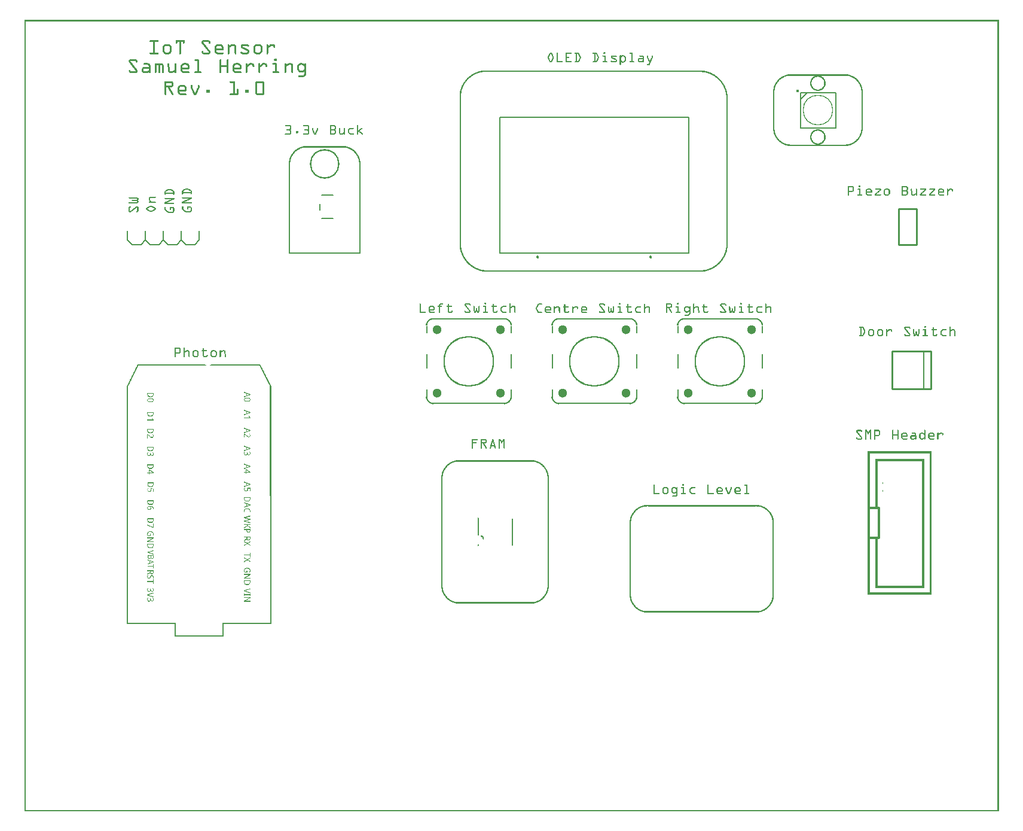
<source format=gto>
G04 MADE WITH FRITZING*
G04 WWW.FRITZING.ORG*
G04 DOUBLE SIDED*
G04 HOLES PLATED*
G04 CONTOUR ON CENTER OF CONTOUR VECTOR*
%ASAXBY*%
%FSLAX23Y23*%
%MOIN*%
%OFA0B0*%
%SFA1.0B1.0*%
%ADD10C,0.165480X0.14948*%
%ADD11C,0.283590X0.26759*%
%ADD12C,0.051181X-0.0039371*%
%ADD13C,0.016134X0.00613386*%
%ADD14C,0.170354X0.160354*%
%ADD15R,0.067500X0.177708X0.042500X0.152708*%
%ADD16C,0.012500*%
%ADD17C,0.008000*%
%ADD18C,0.010000*%
%ADD19C,0.005000*%
%ADD20R,0.001000X0.001000*%
%LNSILK1*%
G90*
G70*
G54D10*
X1674Y3607D03*
G54D11*
X3878Y2508D03*
G54D12*
X3701Y2685D03*
X4055Y2685D03*
X4055Y2331D03*
X3701Y2331D03*
G54D11*
X3178Y2508D03*
G54D12*
X3001Y2685D03*
X3355Y2685D03*
X3355Y2331D03*
X3001Y2331D03*
G54D11*
X2478Y2508D03*
G54D12*
X2301Y2685D03*
X2655Y2685D03*
X2655Y2331D03*
X2301Y2331D03*
G54D13*
X4309Y4013D03*
G54D14*
X4424Y3907D03*
G54D16*
X4707Y1689D02*
X4762Y1689D01*
X4762Y1524D01*
X4707Y1524D01*
X4707Y1689D01*
D02*
G54D17*
X574Y3232D02*
X574Y3182D01*
D02*
X574Y3182D02*
X599Y3157D01*
D02*
X599Y3157D02*
X649Y3157D01*
D02*
X649Y3157D02*
X674Y3182D01*
D02*
X674Y3182D02*
X674Y3232D01*
D02*
X674Y3232D02*
X674Y3182D01*
D02*
X674Y3182D02*
X699Y3157D01*
D02*
X699Y3157D02*
X749Y3157D01*
D02*
X749Y3157D02*
X774Y3182D01*
D02*
X774Y3182D02*
X774Y3232D01*
D02*
X774Y3232D02*
X774Y3182D01*
D02*
X774Y3182D02*
X799Y3157D01*
D02*
X799Y3157D02*
X849Y3157D01*
D02*
X849Y3157D02*
X874Y3182D01*
D02*
X874Y3182D02*
X874Y3232D01*
D02*
X874Y3232D02*
X874Y3182D01*
D02*
X874Y3182D02*
X899Y3157D01*
D02*
X899Y3157D02*
X949Y3157D01*
D02*
X949Y3157D02*
X974Y3182D01*
D02*
X974Y3182D02*
X974Y3232D01*
D02*
X1658Y3302D02*
X1721Y3302D01*
D02*
X1658Y3432D02*
X1721Y3432D01*
D02*
X1648Y3351D02*
X1648Y3382D01*
G54D18*
D02*
X4836Y2562D02*
X4836Y2352D01*
D02*
X4836Y2352D02*
X5052Y2352D01*
D02*
X5052Y2352D02*
X5052Y2562D01*
D02*
X5052Y2562D02*
X4836Y2562D01*
G54D19*
D02*
X5012Y2352D02*
X5012Y2562D01*
G54D17*
D02*
X3642Y2666D02*
X3642Y2705D01*
D02*
X3681Y2744D02*
X4075Y2744D01*
D02*
X4114Y2705D02*
X4114Y2666D01*
D02*
X4114Y2548D02*
X4114Y2469D01*
D02*
X4114Y2351D02*
X4114Y2311D01*
D02*
X4075Y2272D02*
X3681Y2272D01*
D02*
X3642Y2311D02*
X3642Y2351D01*
D02*
X3642Y2469D02*
X3642Y2548D01*
D02*
X2942Y2666D02*
X2942Y2705D01*
D02*
X2981Y2744D02*
X3375Y2744D01*
D02*
X3414Y2705D02*
X3414Y2666D01*
D02*
X3414Y2548D02*
X3414Y2469D01*
D02*
X3414Y2351D02*
X3414Y2311D01*
D02*
X3375Y2272D02*
X2981Y2272D01*
D02*
X2942Y2311D02*
X2942Y2351D01*
D02*
X2942Y2469D02*
X2942Y2548D01*
D02*
X2242Y2666D02*
X2242Y2705D01*
D02*
X2281Y2744D02*
X2675Y2744D01*
D02*
X2714Y2705D02*
X2714Y2666D01*
D02*
X2714Y2548D02*
X2714Y2469D01*
D02*
X2714Y2351D02*
X2714Y2311D01*
D02*
X2675Y2272D02*
X2281Y2272D01*
D02*
X2242Y2311D02*
X2242Y2351D01*
D02*
X2242Y2469D02*
X2242Y2548D01*
G54D19*
D02*
X4522Y3808D02*
X4326Y3808D01*
D02*
X4326Y3808D02*
X4326Y3966D01*
D02*
X4326Y3966D02*
X4326Y4005D01*
D02*
X4326Y4005D02*
X4365Y4005D01*
D02*
X4365Y4005D02*
X4522Y4005D01*
D02*
X4522Y4005D02*
X4522Y3808D01*
D02*
X4365Y4005D02*
X4326Y3966D01*
G54D18*
D02*
X4874Y3357D02*
X4874Y3157D01*
D02*
X4874Y3157D02*
X4974Y3157D01*
D02*
X4974Y3157D02*
X4974Y3357D01*
D02*
X4974Y3357D02*
X4874Y3357D01*
G54D19*
D02*
X2650Y3868D02*
X3702Y3868D01*
D02*
X3702Y3868D02*
X3702Y3110D01*
D02*
X3702Y3110D02*
X2651Y3110D01*
D02*
X2651Y3110D02*
X2650Y3868D01*
G54D17*
D02*
X2719Y1631D02*
X2719Y1482D01*
G54D20*
X0Y4409D02*
X5432Y4409D01*
X0Y4408D02*
X5432Y4408D01*
X0Y4407D02*
X5432Y4407D01*
X0Y4406D02*
X5432Y4406D01*
X0Y4405D02*
X5432Y4405D01*
X0Y4404D02*
X5432Y4404D01*
X0Y4403D02*
X5432Y4403D01*
X0Y4402D02*
X5432Y4402D01*
X0Y4401D02*
X7Y4401D01*
X5425Y4401D02*
X5432Y4401D01*
X0Y4400D02*
X7Y4400D01*
X5425Y4400D02*
X5432Y4400D01*
X0Y4399D02*
X7Y4399D01*
X5425Y4399D02*
X5432Y4399D01*
X0Y4398D02*
X7Y4398D01*
X5425Y4398D02*
X5432Y4398D01*
X0Y4397D02*
X7Y4397D01*
X5425Y4397D02*
X5432Y4397D01*
X0Y4396D02*
X7Y4396D01*
X5425Y4396D02*
X5432Y4396D01*
X0Y4395D02*
X7Y4395D01*
X5425Y4395D02*
X5432Y4395D01*
X0Y4394D02*
X7Y4394D01*
X5425Y4394D02*
X5432Y4394D01*
X0Y4393D02*
X7Y4393D01*
X5425Y4393D02*
X5432Y4393D01*
X0Y4392D02*
X7Y4392D01*
X5425Y4392D02*
X5432Y4392D01*
X0Y4391D02*
X7Y4391D01*
X5425Y4391D02*
X5432Y4391D01*
X0Y4390D02*
X7Y4390D01*
X5425Y4390D02*
X5432Y4390D01*
X0Y4389D02*
X7Y4389D01*
X5425Y4389D02*
X5432Y4389D01*
X0Y4388D02*
X7Y4388D01*
X5425Y4388D02*
X5432Y4388D01*
X0Y4387D02*
X7Y4387D01*
X5425Y4387D02*
X5432Y4387D01*
X0Y4386D02*
X7Y4386D01*
X5425Y4386D02*
X5432Y4386D01*
X0Y4385D02*
X7Y4385D01*
X5425Y4385D02*
X5432Y4385D01*
X0Y4384D02*
X7Y4384D01*
X5425Y4384D02*
X5432Y4384D01*
X0Y4383D02*
X7Y4383D01*
X5425Y4383D02*
X5432Y4383D01*
X0Y4382D02*
X7Y4382D01*
X5425Y4382D02*
X5432Y4382D01*
X0Y4381D02*
X7Y4381D01*
X5425Y4381D02*
X5432Y4381D01*
X0Y4380D02*
X7Y4380D01*
X5425Y4380D02*
X5432Y4380D01*
X0Y4379D02*
X7Y4379D01*
X5425Y4379D02*
X5432Y4379D01*
X0Y4378D02*
X7Y4378D01*
X5425Y4378D02*
X5432Y4378D01*
X0Y4377D02*
X7Y4377D01*
X5425Y4377D02*
X5432Y4377D01*
X0Y4376D02*
X7Y4376D01*
X5425Y4376D02*
X5432Y4376D01*
X0Y4375D02*
X7Y4375D01*
X5425Y4375D02*
X5432Y4375D01*
X0Y4374D02*
X7Y4374D01*
X5425Y4374D02*
X5432Y4374D01*
X0Y4373D02*
X7Y4373D01*
X5425Y4373D02*
X5432Y4373D01*
X0Y4372D02*
X7Y4372D01*
X5425Y4372D02*
X5432Y4372D01*
X0Y4371D02*
X7Y4371D01*
X5425Y4371D02*
X5432Y4371D01*
X0Y4370D02*
X7Y4370D01*
X5425Y4370D02*
X5432Y4370D01*
X0Y4369D02*
X7Y4369D01*
X5425Y4369D02*
X5432Y4369D01*
X0Y4368D02*
X7Y4368D01*
X5425Y4368D02*
X5432Y4368D01*
X0Y4367D02*
X7Y4367D01*
X5425Y4367D02*
X5432Y4367D01*
X0Y4366D02*
X7Y4366D01*
X5425Y4366D02*
X5432Y4366D01*
X0Y4365D02*
X7Y4365D01*
X5425Y4365D02*
X5432Y4365D01*
X0Y4364D02*
X7Y4364D01*
X5425Y4364D02*
X5432Y4364D01*
X0Y4363D02*
X7Y4363D01*
X5425Y4363D02*
X5432Y4363D01*
X0Y4362D02*
X7Y4362D01*
X5425Y4362D02*
X5432Y4362D01*
X0Y4361D02*
X7Y4361D01*
X5425Y4361D02*
X5432Y4361D01*
X0Y4360D02*
X7Y4360D01*
X5425Y4360D02*
X5432Y4360D01*
X0Y4359D02*
X7Y4359D01*
X5425Y4359D02*
X5432Y4359D01*
X0Y4358D02*
X7Y4358D01*
X5425Y4358D02*
X5432Y4358D01*
X0Y4357D02*
X7Y4357D01*
X5425Y4357D02*
X5432Y4357D01*
X0Y4356D02*
X7Y4356D01*
X5425Y4356D02*
X5432Y4356D01*
X0Y4355D02*
X7Y4355D01*
X5425Y4355D02*
X5432Y4355D01*
X0Y4354D02*
X7Y4354D01*
X5425Y4354D02*
X5432Y4354D01*
X0Y4353D02*
X7Y4353D01*
X5425Y4353D02*
X5432Y4353D01*
X0Y4352D02*
X7Y4352D01*
X5425Y4352D02*
X5432Y4352D01*
X0Y4351D02*
X7Y4351D01*
X5425Y4351D02*
X5432Y4351D01*
X0Y4350D02*
X7Y4350D01*
X5425Y4350D02*
X5432Y4350D01*
X0Y4349D02*
X7Y4349D01*
X5425Y4349D02*
X5432Y4349D01*
X0Y4348D02*
X7Y4348D01*
X5425Y4348D02*
X5432Y4348D01*
X0Y4347D02*
X7Y4347D01*
X5425Y4347D02*
X5432Y4347D01*
X0Y4346D02*
X7Y4346D01*
X5425Y4346D02*
X5432Y4346D01*
X0Y4345D02*
X7Y4345D01*
X5425Y4345D02*
X5432Y4345D01*
X0Y4344D02*
X7Y4344D01*
X5425Y4344D02*
X5432Y4344D01*
X0Y4343D02*
X7Y4343D01*
X5425Y4343D02*
X5432Y4343D01*
X0Y4342D02*
X7Y4342D01*
X5425Y4342D02*
X5432Y4342D01*
X0Y4341D02*
X7Y4341D01*
X5425Y4341D02*
X5432Y4341D01*
X0Y4340D02*
X7Y4340D01*
X5425Y4340D02*
X5432Y4340D01*
X0Y4339D02*
X7Y4339D01*
X5425Y4339D02*
X5432Y4339D01*
X0Y4338D02*
X7Y4338D01*
X5425Y4338D02*
X5432Y4338D01*
X0Y4337D02*
X7Y4337D01*
X5425Y4337D02*
X5432Y4337D01*
X0Y4336D02*
X7Y4336D01*
X5425Y4336D02*
X5432Y4336D01*
X0Y4335D02*
X7Y4335D01*
X5425Y4335D02*
X5432Y4335D01*
X0Y4334D02*
X7Y4334D01*
X5425Y4334D02*
X5432Y4334D01*
X0Y4333D02*
X7Y4333D01*
X5425Y4333D02*
X5432Y4333D01*
X0Y4332D02*
X7Y4332D01*
X5425Y4332D02*
X5432Y4332D01*
X0Y4331D02*
X7Y4331D01*
X5425Y4331D02*
X5432Y4331D01*
X0Y4330D02*
X7Y4330D01*
X5425Y4330D02*
X5432Y4330D01*
X0Y4329D02*
X7Y4329D01*
X5425Y4329D02*
X5432Y4329D01*
X0Y4328D02*
X7Y4328D01*
X5425Y4328D02*
X5432Y4328D01*
X0Y4327D02*
X7Y4327D01*
X5425Y4327D02*
X5432Y4327D01*
X0Y4326D02*
X7Y4326D01*
X5425Y4326D02*
X5432Y4326D01*
X0Y4325D02*
X7Y4325D01*
X5425Y4325D02*
X5432Y4325D01*
X0Y4324D02*
X7Y4324D01*
X5425Y4324D02*
X5432Y4324D01*
X0Y4323D02*
X7Y4323D01*
X5425Y4323D02*
X5432Y4323D01*
X0Y4322D02*
X7Y4322D01*
X5425Y4322D02*
X5432Y4322D01*
X0Y4321D02*
X7Y4321D01*
X5425Y4321D02*
X5432Y4321D01*
X0Y4320D02*
X7Y4320D01*
X5425Y4320D02*
X5432Y4320D01*
X0Y4319D02*
X7Y4319D01*
X5425Y4319D02*
X5432Y4319D01*
X0Y4318D02*
X7Y4318D01*
X5425Y4318D02*
X5432Y4318D01*
X0Y4317D02*
X7Y4317D01*
X5425Y4317D02*
X5432Y4317D01*
X0Y4316D02*
X7Y4316D01*
X5425Y4316D02*
X5432Y4316D01*
X0Y4315D02*
X7Y4315D01*
X5425Y4315D02*
X5432Y4315D01*
X0Y4314D02*
X7Y4314D01*
X5425Y4314D02*
X5432Y4314D01*
X0Y4313D02*
X7Y4313D01*
X5425Y4313D02*
X5432Y4313D01*
X0Y4312D02*
X7Y4312D01*
X5425Y4312D02*
X5432Y4312D01*
X0Y4311D02*
X7Y4311D01*
X5425Y4311D02*
X5432Y4311D01*
X0Y4310D02*
X7Y4310D01*
X5425Y4310D02*
X5432Y4310D01*
X0Y4309D02*
X7Y4309D01*
X5425Y4309D02*
X5432Y4309D01*
X0Y4308D02*
X7Y4308D01*
X5425Y4308D02*
X5432Y4308D01*
X0Y4307D02*
X7Y4307D01*
X5425Y4307D02*
X5432Y4307D01*
X0Y4306D02*
X7Y4306D01*
X5425Y4306D02*
X5432Y4306D01*
X0Y4305D02*
X7Y4305D01*
X5425Y4305D02*
X5432Y4305D01*
X0Y4304D02*
X7Y4304D01*
X5425Y4304D02*
X5432Y4304D01*
X0Y4303D02*
X7Y4303D01*
X5425Y4303D02*
X5432Y4303D01*
X0Y4302D02*
X7Y4302D01*
X5425Y4302D02*
X5432Y4302D01*
X0Y4301D02*
X7Y4301D01*
X5425Y4301D02*
X5432Y4301D01*
X0Y4300D02*
X7Y4300D01*
X5425Y4300D02*
X5432Y4300D01*
X0Y4299D02*
X7Y4299D01*
X5425Y4299D02*
X5432Y4299D01*
X0Y4298D02*
X7Y4298D01*
X5425Y4298D02*
X5432Y4298D01*
X0Y4297D02*
X7Y4297D01*
X5425Y4297D02*
X5432Y4297D01*
X0Y4296D02*
X7Y4296D01*
X5425Y4296D02*
X5432Y4296D01*
X0Y4295D02*
X7Y4295D01*
X701Y4295D02*
X745Y4295D01*
X843Y4295D02*
X892Y4295D01*
X995Y4295D02*
X1028Y4295D01*
X5425Y4295D02*
X5432Y4295D01*
X0Y4294D02*
X7Y4294D01*
X700Y4294D02*
X746Y4294D01*
X843Y4294D02*
X892Y4294D01*
X993Y4294D02*
X1030Y4294D01*
X5425Y4294D02*
X5432Y4294D01*
X0Y4293D02*
X7Y4293D01*
X699Y4293D02*
X747Y4293D01*
X843Y4293D02*
X892Y4293D01*
X992Y4293D02*
X1031Y4293D01*
X5425Y4293D02*
X5432Y4293D01*
X0Y4292D02*
X7Y4292D01*
X699Y4292D02*
X747Y4292D01*
X843Y4292D02*
X892Y4292D01*
X991Y4292D02*
X1033Y4292D01*
X5425Y4292D02*
X5432Y4292D01*
X0Y4291D02*
X7Y4291D01*
X699Y4291D02*
X748Y4291D01*
X843Y4291D02*
X892Y4291D01*
X990Y4291D02*
X1034Y4291D01*
X5425Y4291D02*
X5432Y4291D01*
X0Y4290D02*
X7Y4290D01*
X699Y4290D02*
X748Y4290D01*
X843Y4290D02*
X892Y4290D01*
X989Y4290D02*
X1034Y4290D01*
X5425Y4290D02*
X5432Y4290D01*
X0Y4289D02*
X7Y4289D01*
X699Y4289D02*
X747Y4289D01*
X843Y4289D02*
X892Y4289D01*
X989Y4289D02*
X1035Y4289D01*
X5425Y4289D02*
X5432Y4289D01*
X0Y4288D02*
X7Y4288D01*
X700Y4288D02*
X747Y4288D01*
X843Y4288D02*
X892Y4288D01*
X989Y4288D02*
X1036Y4288D01*
X5425Y4288D02*
X5432Y4288D01*
X0Y4287D02*
X7Y4287D01*
X701Y4287D02*
X746Y4287D01*
X843Y4287D02*
X892Y4287D01*
X988Y4287D02*
X1036Y4287D01*
X5425Y4287D02*
X5432Y4287D01*
X0Y4286D02*
X7Y4286D01*
X703Y4286D02*
X744Y4286D01*
X843Y4286D02*
X892Y4286D01*
X988Y4286D02*
X1036Y4286D01*
X5425Y4286D02*
X5432Y4286D01*
X0Y4285D02*
X7Y4285D01*
X719Y4285D02*
X728Y4285D01*
X843Y4285D02*
X853Y4285D01*
X863Y4285D02*
X872Y4285D01*
X883Y4285D02*
X892Y4285D01*
X988Y4285D02*
X997Y4285D01*
X1026Y4285D02*
X1037Y4285D01*
X5425Y4285D02*
X5432Y4285D01*
X0Y4284D02*
X7Y4284D01*
X719Y4284D02*
X728Y4284D01*
X843Y4284D02*
X853Y4284D01*
X863Y4284D02*
X872Y4284D01*
X883Y4284D02*
X892Y4284D01*
X988Y4284D02*
X997Y4284D01*
X1027Y4284D02*
X1037Y4284D01*
X5425Y4284D02*
X5432Y4284D01*
X0Y4283D02*
X7Y4283D01*
X719Y4283D02*
X728Y4283D01*
X843Y4283D02*
X853Y4283D01*
X863Y4283D02*
X872Y4283D01*
X883Y4283D02*
X892Y4283D01*
X988Y4283D02*
X998Y4283D01*
X1028Y4283D02*
X1037Y4283D01*
X5425Y4283D02*
X5432Y4283D01*
X0Y4282D02*
X7Y4282D01*
X719Y4282D02*
X728Y4282D01*
X844Y4282D02*
X852Y4282D01*
X863Y4282D02*
X872Y4282D01*
X883Y4282D02*
X892Y4282D01*
X988Y4282D02*
X999Y4282D01*
X1028Y4282D02*
X1037Y4282D01*
X5425Y4282D02*
X5432Y4282D01*
X0Y4281D02*
X7Y4281D01*
X719Y4281D02*
X728Y4281D01*
X844Y4281D02*
X852Y4281D01*
X863Y4281D02*
X872Y4281D01*
X883Y4281D02*
X892Y4281D01*
X989Y4281D02*
X1000Y4281D01*
X1028Y4281D02*
X1037Y4281D01*
X5425Y4281D02*
X5432Y4281D01*
X0Y4280D02*
X7Y4280D01*
X719Y4280D02*
X728Y4280D01*
X844Y4280D02*
X852Y4280D01*
X863Y4280D02*
X872Y4280D01*
X884Y4280D02*
X892Y4280D01*
X989Y4280D02*
X1000Y4280D01*
X1028Y4280D02*
X1036Y4280D01*
X5425Y4280D02*
X5432Y4280D01*
X0Y4279D02*
X7Y4279D01*
X719Y4279D02*
X728Y4279D01*
X845Y4279D02*
X851Y4279D01*
X863Y4279D02*
X872Y4279D01*
X884Y4279D02*
X891Y4279D01*
X989Y4279D02*
X1001Y4279D01*
X1029Y4279D02*
X1036Y4279D01*
X5425Y4279D02*
X5432Y4279D01*
X0Y4278D02*
X7Y4278D01*
X719Y4278D02*
X728Y4278D01*
X846Y4278D02*
X850Y4278D01*
X863Y4278D02*
X872Y4278D01*
X886Y4278D02*
X890Y4278D01*
X990Y4278D02*
X1002Y4278D01*
X1030Y4278D02*
X1034Y4278D01*
X5425Y4278D02*
X5432Y4278D01*
X0Y4277D02*
X7Y4277D01*
X719Y4277D02*
X728Y4277D01*
X863Y4277D02*
X872Y4277D01*
X991Y4277D02*
X1003Y4277D01*
X5425Y4277D02*
X5432Y4277D01*
X0Y4276D02*
X7Y4276D01*
X719Y4276D02*
X728Y4276D01*
X863Y4276D02*
X872Y4276D01*
X991Y4276D02*
X1003Y4276D01*
X5425Y4276D02*
X5432Y4276D01*
X0Y4275D02*
X7Y4275D01*
X719Y4275D02*
X728Y4275D01*
X863Y4275D02*
X872Y4275D01*
X992Y4275D02*
X1004Y4275D01*
X5425Y4275D02*
X5432Y4275D01*
X0Y4274D02*
X7Y4274D01*
X719Y4274D02*
X728Y4274D01*
X785Y4274D02*
X806Y4274D01*
X863Y4274D02*
X872Y4274D01*
X993Y4274D02*
X1005Y4274D01*
X1075Y4274D02*
X1095Y4274D01*
X1135Y4274D02*
X1139Y4274D01*
X1156Y4274D02*
X1169Y4274D01*
X1215Y4274D02*
X1244Y4274D01*
X1291Y4274D02*
X1312Y4274D01*
X1352Y4274D02*
X1356Y4274D01*
X1372Y4274D02*
X1388Y4274D01*
X5425Y4274D02*
X5432Y4274D01*
X0Y4273D02*
X7Y4273D01*
X719Y4273D02*
X728Y4273D01*
X783Y4273D02*
X808Y4273D01*
X863Y4273D02*
X872Y4273D01*
X994Y4273D02*
X1006Y4273D01*
X1072Y4273D02*
X1097Y4273D01*
X1134Y4273D02*
X1140Y4273D01*
X1154Y4273D02*
X1172Y4273D01*
X1213Y4273D02*
X1246Y4273D01*
X1289Y4273D02*
X1314Y4273D01*
X1351Y4273D02*
X1357Y4273D01*
X1371Y4273D02*
X1390Y4273D01*
X5425Y4273D02*
X5432Y4273D01*
X0Y4272D02*
X7Y4272D01*
X719Y4272D02*
X728Y4272D01*
X781Y4272D02*
X810Y4272D01*
X863Y4272D02*
X872Y4272D01*
X995Y4272D02*
X1007Y4272D01*
X1071Y4272D02*
X1099Y4272D01*
X1133Y4272D02*
X1141Y4272D01*
X1152Y4272D02*
X1174Y4272D01*
X1211Y4272D02*
X1248Y4272D01*
X1287Y4272D02*
X1316Y4272D01*
X1350Y4272D02*
X1358Y4272D01*
X1369Y4272D02*
X1392Y4272D01*
X5425Y4272D02*
X5432Y4272D01*
X0Y4271D02*
X7Y4271D01*
X719Y4271D02*
X728Y4271D01*
X780Y4271D02*
X811Y4271D01*
X863Y4271D02*
X872Y4271D01*
X995Y4271D02*
X1007Y4271D01*
X1069Y4271D02*
X1100Y4271D01*
X1133Y4271D02*
X1141Y4271D01*
X1150Y4271D02*
X1175Y4271D01*
X1210Y4271D02*
X1249Y4271D01*
X1286Y4271D02*
X1317Y4271D01*
X1350Y4271D02*
X1358Y4271D01*
X1368Y4271D02*
X1393Y4271D01*
X5425Y4271D02*
X5432Y4271D01*
X0Y4270D02*
X7Y4270D01*
X719Y4270D02*
X728Y4270D01*
X779Y4270D02*
X812Y4270D01*
X863Y4270D02*
X872Y4270D01*
X996Y4270D02*
X1008Y4270D01*
X1068Y4270D02*
X1102Y4270D01*
X1133Y4270D02*
X1142Y4270D01*
X1149Y4270D02*
X1176Y4270D01*
X1209Y4270D02*
X1250Y4270D01*
X1285Y4270D02*
X1318Y4270D01*
X1350Y4270D02*
X1359Y4270D01*
X1367Y4270D02*
X1394Y4270D01*
X5425Y4270D02*
X5432Y4270D01*
X0Y4269D02*
X7Y4269D01*
X719Y4269D02*
X728Y4269D01*
X778Y4269D02*
X813Y4269D01*
X863Y4269D02*
X872Y4269D01*
X997Y4269D02*
X1009Y4269D01*
X1067Y4269D02*
X1103Y4269D01*
X1133Y4269D02*
X1142Y4269D01*
X1147Y4269D02*
X1177Y4269D01*
X1208Y4269D02*
X1251Y4269D01*
X1284Y4269D02*
X1320Y4269D01*
X1350Y4269D02*
X1359Y4269D01*
X1366Y4269D02*
X1395Y4269D01*
X5425Y4269D02*
X5432Y4269D01*
X0Y4268D02*
X7Y4268D01*
X719Y4268D02*
X728Y4268D01*
X777Y4268D02*
X815Y4268D01*
X863Y4268D02*
X872Y4268D01*
X998Y4268D02*
X1010Y4268D01*
X1066Y4268D02*
X1104Y4268D01*
X1133Y4268D02*
X1142Y4268D01*
X1146Y4268D02*
X1178Y4268D01*
X1208Y4268D02*
X1252Y4268D01*
X1283Y4268D02*
X1321Y4268D01*
X1350Y4268D02*
X1359Y4268D01*
X1365Y4268D02*
X1396Y4268D01*
X5425Y4268D02*
X5432Y4268D01*
X0Y4267D02*
X7Y4267D01*
X719Y4267D02*
X728Y4267D01*
X775Y4267D02*
X816Y4267D01*
X863Y4267D02*
X872Y4267D01*
X998Y4267D02*
X1010Y4267D01*
X1065Y4267D02*
X1105Y4267D01*
X1133Y4267D02*
X1142Y4267D01*
X1144Y4267D02*
X1178Y4267D01*
X1207Y4267D02*
X1252Y4267D01*
X1282Y4267D02*
X1322Y4267D01*
X1350Y4267D02*
X1359Y4267D01*
X1364Y4267D02*
X1396Y4267D01*
X5425Y4267D02*
X5432Y4267D01*
X0Y4266D02*
X7Y4266D01*
X719Y4266D02*
X728Y4266D01*
X775Y4266D02*
X817Y4266D01*
X863Y4266D02*
X872Y4266D01*
X999Y4266D02*
X1011Y4266D01*
X1064Y4266D02*
X1106Y4266D01*
X1133Y4266D02*
X1179Y4266D01*
X1207Y4266D02*
X1253Y4266D01*
X1281Y4266D02*
X1323Y4266D01*
X1350Y4266D02*
X1359Y4266D01*
X1362Y4266D02*
X1397Y4266D01*
X5425Y4266D02*
X5432Y4266D01*
X0Y4265D02*
X7Y4265D01*
X719Y4265D02*
X728Y4265D01*
X774Y4265D02*
X817Y4265D01*
X863Y4265D02*
X872Y4265D01*
X1000Y4265D02*
X1012Y4265D01*
X1063Y4265D02*
X1106Y4265D01*
X1133Y4265D02*
X1179Y4265D01*
X1206Y4265D02*
X1253Y4265D01*
X1280Y4265D02*
X1323Y4265D01*
X1350Y4265D02*
X1359Y4265D01*
X1361Y4265D02*
X1397Y4265D01*
X5425Y4265D02*
X5432Y4265D01*
X0Y4264D02*
X7Y4264D01*
X719Y4264D02*
X728Y4264D01*
X773Y4264D02*
X786Y4264D01*
X805Y4264D02*
X818Y4264D01*
X863Y4264D02*
X872Y4264D01*
X1001Y4264D02*
X1013Y4264D01*
X1063Y4264D02*
X1076Y4264D01*
X1094Y4264D02*
X1107Y4264D01*
X1133Y4264D02*
X1157Y4264D01*
X1168Y4264D02*
X1179Y4264D01*
X1206Y4264D02*
X1216Y4264D01*
X1242Y4264D02*
X1252Y4264D01*
X1279Y4264D02*
X1293Y4264D01*
X1311Y4264D02*
X1324Y4264D01*
X1350Y4264D02*
X1375Y4264D01*
X1386Y4264D02*
X1398Y4264D01*
X5425Y4264D02*
X5432Y4264D01*
X0Y4263D02*
X7Y4263D01*
X719Y4263D02*
X728Y4263D01*
X773Y4263D02*
X785Y4263D01*
X806Y4263D02*
X819Y4263D01*
X863Y4263D02*
X872Y4263D01*
X1002Y4263D02*
X1014Y4263D01*
X1062Y4263D02*
X1074Y4263D01*
X1095Y4263D02*
X1108Y4263D01*
X1133Y4263D02*
X1156Y4263D01*
X1170Y4263D02*
X1180Y4263D01*
X1206Y4263D02*
X1216Y4263D01*
X1244Y4263D02*
X1252Y4263D01*
X1279Y4263D02*
X1291Y4263D01*
X1312Y4263D02*
X1325Y4263D01*
X1350Y4263D02*
X1373Y4263D01*
X1388Y4263D02*
X1398Y4263D01*
X5425Y4263D02*
X5432Y4263D01*
X0Y4262D02*
X7Y4262D01*
X719Y4262D02*
X728Y4262D01*
X772Y4262D02*
X784Y4262D01*
X808Y4262D02*
X819Y4262D01*
X863Y4262D02*
X872Y4262D01*
X1002Y4262D02*
X1014Y4262D01*
X1062Y4262D02*
X1073Y4262D01*
X1097Y4262D02*
X1108Y4262D01*
X1133Y4262D02*
X1154Y4262D01*
X1170Y4262D02*
X1180Y4262D01*
X1206Y4262D02*
X1215Y4262D01*
X1245Y4262D02*
X1251Y4262D01*
X1278Y4262D02*
X1290Y4262D01*
X1314Y4262D02*
X1325Y4262D01*
X1350Y4262D02*
X1372Y4262D01*
X1389Y4262D02*
X1398Y4262D01*
X5425Y4262D02*
X5432Y4262D01*
X0Y4261D02*
X7Y4261D01*
X719Y4261D02*
X728Y4261D01*
X772Y4261D02*
X783Y4261D01*
X809Y4261D02*
X819Y4261D01*
X863Y4261D02*
X872Y4261D01*
X1003Y4261D02*
X1015Y4261D01*
X1061Y4261D02*
X1072Y4261D01*
X1098Y4261D02*
X1108Y4261D01*
X1133Y4261D02*
X1153Y4261D01*
X1171Y4261D02*
X1180Y4261D01*
X1206Y4261D02*
X1215Y4261D01*
X1246Y4261D02*
X1250Y4261D01*
X1278Y4261D02*
X1289Y4261D01*
X1315Y4261D02*
X1325Y4261D01*
X1350Y4261D02*
X1371Y4261D01*
X1389Y4261D02*
X1398Y4261D01*
X5425Y4261D02*
X5432Y4261D01*
X0Y4260D02*
X7Y4260D01*
X719Y4260D02*
X728Y4260D01*
X772Y4260D02*
X782Y4260D01*
X810Y4260D02*
X820Y4260D01*
X863Y4260D02*
X872Y4260D01*
X1004Y4260D02*
X1016Y4260D01*
X1061Y4260D02*
X1071Y4260D01*
X1099Y4260D02*
X1109Y4260D01*
X1133Y4260D02*
X1151Y4260D01*
X1171Y4260D02*
X1180Y4260D01*
X1206Y4260D02*
X1216Y4260D01*
X1278Y4260D02*
X1288Y4260D01*
X1316Y4260D02*
X1326Y4260D01*
X1350Y4260D02*
X1370Y4260D01*
X1389Y4260D02*
X1398Y4260D01*
X5425Y4260D02*
X5432Y4260D01*
X0Y4259D02*
X7Y4259D01*
X719Y4259D02*
X728Y4259D01*
X771Y4259D02*
X781Y4259D01*
X810Y4259D02*
X820Y4259D01*
X863Y4259D02*
X872Y4259D01*
X1005Y4259D02*
X1017Y4259D01*
X1061Y4259D02*
X1070Y4259D01*
X1099Y4259D02*
X1109Y4259D01*
X1133Y4259D02*
X1149Y4259D01*
X1171Y4259D02*
X1180Y4259D01*
X1207Y4259D02*
X1217Y4259D01*
X1278Y4259D02*
X1287Y4259D01*
X1316Y4259D02*
X1326Y4259D01*
X1350Y4259D02*
X1369Y4259D01*
X1389Y4259D02*
X1398Y4259D01*
X5425Y4259D02*
X5432Y4259D01*
X0Y4258D02*
X7Y4258D01*
X719Y4258D02*
X728Y4258D01*
X771Y4258D02*
X780Y4258D01*
X811Y4258D02*
X820Y4258D01*
X863Y4258D02*
X872Y4258D01*
X1005Y4258D02*
X1017Y4258D01*
X1061Y4258D02*
X1070Y4258D01*
X1100Y4258D02*
X1109Y4258D01*
X1133Y4258D02*
X1148Y4258D01*
X1171Y4258D02*
X1180Y4258D01*
X1207Y4258D02*
X1220Y4258D01*
X1277Y4258D02*
X1287Y4258D01*
X1317Y4258D02*
X1326Y4258D01*
X1350Y4258D02*
X1368Y4258D01*
X1389Y4258D02*
X1398Y4258D01*
X5425Y4258D02*
X5432Y4258D01*
X0Y4257D02*
X7Y4257D01*
X719Y4257D02*
X728Y4257D01*
X771Y4257D02*
X780Y4257D01*
X811Y4257D02*
X820Y4257D01*
X863Y4257D02*
X872Y4257D01*
X1006Y4257D02*
X1018Y4257D01*
X1060Y4257D02*
X1070Y4257D01*
X1100Y4257D02*
X1109Y4257D01*
X1133Y4257D02*
X1146Y4257D01*
X1171Y4257D02*
X1180Y4257D01*
X1207Y4257D02*
X1222Y4257D01*
X1277Y4257D02*
X1286Y4257D01*
X1317Y4257D02*
X1326Y4257D01*
X1350Y4257D02*
X1366Y4257D01*
X1389Y4257D02*
X1398Y4257D01*
X5425Y4257D02*
X5432Y4257D01*
X0Y4256D02*
X7Y4256D01*
X719Y4256D02*
X728Y4256D01*
X771Y4256D02*
X780Y4256D01*
X811Y4256D02*
X820Y4256D01*
X863Y4256D02*
X872Y4256D01*
X1007Y4256D02*
X1019Y4256D01*
X1060Y4256D02*
X1069Y4256D01*
X1100Y4256D02*
X1109Y4256D01*
X1133Y4256D02*
X1145Y4256D01*
X1171Y4256D02*
X1180Y4256D01*
X1208Y4256D02*
X1224Y4256D01*
X1277Y4256D02*
X1286Y4256D01*
X1317Y4256D02*
X1326Y4256D01*
X1350Y4256D02*
X1365Y4256D01*
X1389Y4256D02*
X1398Y4256D01*
X5425Y4256D02*
X5432Y4256D01*
X0Y4255D02*
X7Y4255D01*
X719Y4255D02*
X728Y4255D01*
X771Y4255D02*
X780Y4255D01*
X811Y4255D02*
X820Y4255D01*
X863Y4255D02*
X872Y4255D01*
X1008Y4255D02*
X1020Y4255D01*
X1060Y4255D02*
X1069Y4255D01*
X1100Y4255D02*
X1109Y4255D01*
X1133Y4255D02*
X1143Y4255D01*
X1171Y4255D02*
X1180Y4255D01*
X1208Y4255D02*
X1227Y4255D01*
X1277Y4255D02*
X1286Y4255D01*
X1317Y4255D02*
X1326Y4255D01*
X1350Y4255D02*
X1364Y4255D01*
X1390Y4255D02*
X1398Y4255D01*
X5425Y4255D02*
X5432Y4255D01*
X0Y4254D02*
X7Y4254D01*
X719Y4254D02*
X728Y4254D01*
X771Y4254D02*
X780Y4254D01*
X811Y4254D02*
X820Y4254D01*
X863Y4254D02*
X872Y4254D01*
X1009Y4254D02*
X1021Y4254D01*
X1060Y4254D02*
X1069Y4254D01*
X1100Y4254D02*
X1109Y4254D01*
X1133Y4254D02*
X1142Y4254D01*
X1171Y4254D02*
X1180Y4254D01*
X1209Y4254D02*
X1229Y4254D01*
X1277Y4254D02*
X1286Y4254D01*
X1317Y4254D02*
X1326Y4254D01*
X1350Y4254D02*
X1363Y4254D01*
X1390Y4254D02*
X1397Y4254D01*
X5425Y4254D02*
X5432Y4254D01*
X0Y4253D02*
X7Y4253D01*
X719Y4253D02*
X728Y4253D01*
X771Y4253D02*
X780Y4253D01*
X811Y4253D02*
X820Y4253D01*
X863Y4253D02*
X872Y4253D01*
X1009Y4253D02*
X1021Y4253D01*
X1060Y4253D02*
X1069Y4253D01*
X1100Y4253D02*
X1109Y4253D01*
X1133Y4253D02*
X1142Y4253D01*
X1171Y4253D02*
X1180Y4253D01*
X1210Y4253D02*
X1231Y4253D01*
X1277Y4253D02*
X1286Y4253D01*
X1317Y4253D02*
X1326Y4253D01*
X1350Y4253D02*
X1362Y4253D01*
X1391Y4253D02*
X1396Y4253D01*
X5425Y4253D02*
X5432Y4253D01*
X0Y4252D02*
X7Y4252D01*
X719Y4252D02*
X728Y4252D01*
X771Y4252D02*
X780Y4252D01*
X811Y4252D02*
X820Y4252D01*
X863Y4252D02*
X872Y4252D01*
X1010Y4252D02*
X1022Y4252D01*
X1060Y4252D02*
X1069Y4252D01*
X1100Y4252D02*
X1109Y4252D01*
X1133Y4252D02*
X1142Y4252D01*
X1171Y4252D02*
X1180Y4252D01*
X1211Y4252D02*
X1234Y4252D01*
X1277Y4252D02*
X1286Y4252D01*
X1317Y4252D02*
X1326Y4252D01*
X1350Y4252D02*
X1361Y4252D01*
X1393Y4252D02*
X1394Y4252D01*
X5425Y4252D02*
X5432Y4252D01*
X0Y4251D02*
X7Y4251D01*
X719Y4251D02*
X728Y4251D01*
X771Y4251D02*
X780Y4251D01*
X811Y4251D02*
X820Y4251D01*
X863Y4251D02*
X872Y4251D01*
X1011Y4251D02*
X1023Y4251D01*
X1060Y4251D02*
X1069Y4251D01*
X1100Y4251D02*
X1109Y4251D01*
X1133Y4251D02*
X1142Y4251D01*
X1171Y4251D02*
X1180Y4251D01*
X1212Y4251D02*
X1236Y4251D01*
X1277Y4251D02*
X1286Y4251D01*
X1317Y4251D02*
X1326Y4251D01*
X1350Y4251D02*
X1359Y4251D01*
X5425Y4251D02*
X5432Y4251D01*
X0Y4250D02*
X7Y4250D01*
X719Y4250D02*
X728Y4250D01*
X771Y4250D02*
X780Y4250D01*
X811Y4250D02*
X820Y4250D01*
X863Y4250D02*
X872Y4250D01*
X1012Y4250D02*
X1024Y4250D01*
X1060Y4250D02*
X1069Y4250D01*
X1100Y4250D02*
X1109Y4250D01*
X1133Y4250D02*
X1142Y4250D01*
X1171Y4250D02*
X1180Y4250D01*
X1214Y4250D02*
X1238Y4250D01*
X1277Y4250D02*
X1286Y4250D01*
X1317Y4250D02*
X1326Y4250D01*
X1350Y4250D02*
X1359Y4250D01*
X5425Y4250D02*
X5432Y4250D01*
X0Y4249D02*
X7Y4249D01*
X719Y4249D02*
X728Y4249D01*
X771Y4249D02*
X780Y4249D01*
X811Y4249D02*
X820Y4249D01*
X863Y4249D02*
X872Y4249D01*
X1012Y4249D02*
X1024Y4249D01*
X1060Y4249D02*
X1109Y4249D01*
X1133Y4249D02*
X1142Y4249D01*
X1171Y4249D02*
X1181Y4249D01*
X1216Y4249D02*
X1241Y4249D01*
X1277Y4249D02*
X1286Y4249D01*
X1317Y4249D02*
X1326Y4249D01*
X1350Y4249D02*
X1359Y4249D01*
X5425Y4249D02*
X5432Y4249D01*
X0Y4248D02*
X7Y4248D01*
X719Y4248D02*
X728Y4248D01*
X771Y4248D02*
X780Y4248D01*
X811Y4248D02*
X820Y4248D01*
X863Y4248D02*
X872Y4248D01*
X1013Y4248D02*
X1025Y4248D01*
X1060Y4248D02*
X1109Y4248D01*
X1133Y4248D02*
X1142Y4248D01*
X1171Y4248D02*
X1181Y4248D01*
X1219Y4248D02*
X1243Y4248D01*
X1277Y4248D02*
X1286Y4248D01*
X1317Y4248D02*
X1326Y4248D01*
X1350Y4248D02*
X1359Y4248D01*
X5425Y4248D02*
X5432Y4248D01*
X0Y4247D02*
X7Y4247D01*
X719Y4247D02*
X728Y4247D01*
X771Y4247D02*
X780Y4247D01*
X811Y4247D02*
X820Y4247D01*
X863Y4247D02*
X872Y4247D01*
X1014Y4247D02*
X1026Y4247D01*
X1060Y4247D02*
X1109Y4247D01*
X1133Y4247D02*
X1142Y4247D01*
X1171Y4247D02*
X1181Y4247D01*
X1221Y4247D02*
X1245Y4247D01*
X1277Y4247D02*
X1286Y4247D01*
X1317Y4247D02*
X1326Y4247D01*
X1350Y4247D02*
X1359Y4247D01*
X5425Y4247D02*
X5432Y4247D01*
X0Y4246D02*
X7Y4246D01*
X719Y4246D02*
X728Y4246D01*
X771Y4246D02*
X780Y4246D01*
X811Y4246D02*
X820Y4246D01*
X863Y4246D02*
X872Y4246D01*
X1015Y4246D02*
X1027Y4246D01*
X1060Y4246D02*
X1109Y4246D01*
X1133Y4246D02*
X1142Y4246D01*
X1172Y4246D02*
X1181Y4246D01*
X1223Y4246D02*
X1247Y4246D01*
X1277Y4246D02*
X1286Y4246D01*
X1317Y4246D02*
X1326Y4246D01*
X1350Y4246D02*
X1359Y4246D01*
X5425Y4246D02*
X5432Y4246D01*
X0Y4245D02*
X7Y4245D01*
X719Y4245D02*
X728Y4245D01*
X771Y4245D02*
X780Y4245D01*
X811Y4245D02*
X820Y4245D01*
X863Y4245D02*
X872Y4245D01*
X1016Y4245D02*
X1028Y4245D01*
X1060Y4245D02*
X1109Y4245D01*
X1133Y4245D02*
X1142Y4245D01*
X1172Y4245D02*
X1181Y4245D01*
X1225Y4245D02*
X1248Y4245D01*
X1277Y4245D02*
X1286Y4245D01*
X1317Y4245D02*
X1326Y4245D01*
X1350Y4245D02*
X1359Y4245D01*
X5425Y4245D02*
X5432Y4245D01*
X0Y4244D02*
X7Y4244D01*
X719Y4244D02*
X728Y4244D01*
X771Y4244D02*
X780Y4244D01*
X811Y4244D02*
X820Y4244D01*
X863Y4244D02*
X872Y4244D01*
X1016Y4244D02*
X1028Y4244D01*
X1060Y4244D02*
X1109Y4244D01*
X1133Y4244D02*
X1142Y4244D01*
X1172Y4244D02*
X1181Y4244D01*
X1228Y4244D02*
X1249Y4244D01*
X1277Y4244D02*
X1286Y4244D01*
X1317Y4244D02*
X1326Y4244D01*
X1350Y4244D02*
X1359Y4244D01*
X5425Y4244D02*
X5432Y4244D01*
X0Y4243D02*
X7Y4243D01*
X719Y4243D02*
X728Y4243D01*
X771Y4243D02*
X780Y4243D01*
X811Y4243D02*
X820Y4243D01*
X863Y4243D02*
X872Y4243D01*
X1017Y4243D02*
X1029Y4243D01*
X1060Y4243D02*
X1109Y4243D01*
X1133Y4243D02*
X1142Y4243D01*
X1172Y4243D02*
X1181Y4243D01*
X1230Y4243D02*
X1250Y4243D01*
X1277Y4243D02*
X1286Y4243D01*
X1317Y4243D02*
X1326Y4243D01*
X1350Y4243D02*
X1359Y4243D01*
X5425Y4243D02*
X5432Y4243D01*
X0Y4242D02*
X7Y4242D01*
X719Y4242D02*
X728Y4242D01*
X771Y4242D02*
X780Y4242D01*
X811Y4242D02*
X820Y4242D01*
X863Y4242D02*
X872Y4242D01*
X1018Y4242D02*
X1030Y4242D01*
X1060Y4242D02*
X1109Y4242D01*
X1133Y4242D02*
X1142Y4242D01*
X1172Y4242D02*
X1181Y4242D01*
X1232Y4242D02*
X1251Y4242D01*
X1277Y4242D02*
X1286Y4242D01*
X1317Y4242D02*
X1326Y4242D01*
X1350Y4242D02*
X1359Y4242D01*
X5425Y4242D02*
X5432Y4242D01*
X0Y4241D02*
X7Y4241D01*
X719Y4241D02*
X728Y4241D01*
X771Y4241D02*
X780Y4241D01*
X811Y4241D02*
X820Y4241D01*
X863Y4241D02*
X872Y4241D01*
X1019Y4241D02*
X1031Y4241D01*
X1060Y4241D02*
X1108Y4241D01*
X1133Y4241D02*
X1142Y4241D01*
X1172Y4241D02*
X1181Y4241D01*
X1235Y4241D02*
X1251Y4241D01*
X1277Y4241D02*
X1286Y4241D01*
X1317Y4241D02*
X1326Y4241D01*
X1350Y4241D02*
X1359Y4241D01*
X5425Y4241D02*
X5432Y4241D01*
X0Y4240D02*
X7Y4240D01*
X719Y4240D02*
X728Y4240D01*
X771Y4240D02*
X780Y4240D01*
X811Y4240D02*
X820Y4240D01*
X863Y4240D02*
X872Y4240D01*
X1019Y4240D02*
X1031Y4240D01*
X1060Y4240D02*
X1107Y4240D01*
X1133Y4240D02*
X1142Y4240D01*
X1172Y4240D02*
X1181Y4240D01*
X1237Y4240D02*
X1252Y4240D01*
X1277Y4240D02*
X1286Y4240D01*
X1317Y4240D02*
X1326Y4240D01*
X1350Y4240D02*
X1359Y4240D01*
X5425Y4240D02*
X5432Y4240D01*
X0Y4239D02*
X7Y4239D01*
X719Y4239D02*
X728Y4239D01*
X771Y4239D02*
X780Y4239D01*
X811Y4239D02*
X820Y4239D01*
X863Y4239D02*
X872Y4239D01*
X1020Y4239D02*
X1032Y4239D01*
X1060Y4239D02*
X1070Y4239D01*
X1133Y4239D02*
X1142Y4239D01*
X1172Y4239D02*
X1181Y4239D01*
X1239Y4239D02*
X1252Y4239D01*
X1277Y4239D02*
X1286Y4239D01*
X1317Y4239D02*
X1326Y4239D01*
X1350Y4239D02*
X1359Y4239D01*
X5425Y4239D02*
X5432Y4239D01*
X0Y4238D02*
X7Y4238D01*
X719Y4238D02*
X728Y4238D01*
X771Y4238D02*
X780Y4238D01*
X811Y4238D02*
X820Y4238D01*
X863Y4238D02*
X872Y4238D01*
X1021Y4238D02*
X1033Y4238D01*
X1060Y4238D02*
X1069Y4238D01*
X1133Y4238D02*
X1142Y4238D01*
X1172Y4238D02*
X1181Y4238D01*
X1242Y4238D02*
X1253Y4238D01*
X1277Y4238D02*
X1286Y4238D01*
X1317Y4238D02*
X1326Y4238D01*
X1350Y4238D02*
X1359Y4238D01*
X5425Y4238D02*
X5432Y4238D01*
X0Y4237D02*
X7Y4237D01*
X719Y4237D02*
X728Y4237D01*
X771Y4237D02*
X780Y4237D01*
X811Y4237D02*
X820Y4237D01*
X863Y4237D02*
X872Y4237D01*
X1022Y4237D02*
X1034Y4237D01*
X1060Y4237D02*
X1069Y4237D01*
X1133Y4237D02*
X1142Y4237D01*
X1172Y4237D02*
X1181Y4237D01*
X1243Y4237D02*
X1253Y4237D01*
X1277Y4237D02*
X1286Y4237D01*
X1317Y4237D02*
X1326Y4237D01*
X1350Y4237D02*
X1359Y4237D01*
X5425Y4237D02*
X5432Y4237D01*
X0Y4236D02*
X7Y4236D01*
X719Y4236D02*
X728Y4236D01*
X771Y4236D02*
X780Y4236D01*
X811Y4236D02*
X820Y4236D01*
X863Y4236D02*
X872Y4236D01*
X991Y4236D02*
X994Y4236D01*
X1023Y4236D02*
X1035Y4236D01*
X1060Y4236D02*
X1069Y4236D01*
X1133Y4236D02*
X1142Y4236D01*
X1172Y4236D02*
X1181Y4236D01*
X1244Y4236D02*
X1253Y4236D01*
X1277Y4236D02*
X1286Y4236D01*
X1317Y4236D02*
X1326Y4236D01*
X1350Y4236D02*
X1359Y4236D01*
X5425Y4236D02*
X5432Y4236D01*
X0Y4235D02*
X7Y4235D01*
X719Y4235D02*
X728Y4235D01*
X771Y4235D02*
X780Y4235D01*
X811Y4235D02*
X820Y4235D01*
X863Y4235D02*
X872Y4235D01*
X990Y4235D02*
X996Y4235D01*
X1023Y4235D02*
X1035Y4235D01*
X1060Y4235D02*
X1070Y4235D01*
X1133Y4235D02*
X1142Y4235D01*
X1172Y4235D02*
X1181Y4235D01*
X1244Y4235D02*
X1254Y4235D01*
X1277Y4235D02*
X1286Y4235D01*
X1317Y4235D02*
X1326Y4235D01*
X1350Y4235D02*
X1359Y4235D01*
X5425Y4235D02*
X5432Y4235D01*
X0Y4234D02*
X7Y4234D01*
X719Y4234D02*
X728Y4234D01*
X771Y4234D02*
X781Y4234D01*
X810Y4234D02*
X820Y4234D01*
X863Y4234D02*
X872Y4234D01*
X989Y4234D02*
X996Y4234D01*
X1024Y4234D02*
X1036Y4234D01*
X1061Y4234D02*
X1070Y4234D01*
X1133Y4234D02*
X1142Y4234D01*
X1172Y4234D02*
X1181Y4234D01*
X1244Y4234D02*
X1254Y4234D01*
X1277Y4234D02*
X1287Y4234D01*
X1316Y4234D02*
X1326Y4234D01*
X1350Y4234D02*
X1359Y4234D01*
X5425Y4234D02*
X5432Y4234D01*
X0Y4233D02*
X7Y4233D01*
X719Y4233D02*
X728Y4233D01*
X771Y4233D02*
X781Y4233D01*
X810Y4233D02*
X820Y4233D01*
X863Y4233D02*
X872Y4233D01*
X988Y4233D02*
X997Y4233D01*
X1025Y4233D02*
X1036Y4233D01*
X1061Y4233D02*
X1071Y4233D01*
X1133Y4233D02*
X1142Y4233D01*
X1172Y4233D02*
X1181Y4233D01*
X1244Y4233D02*
X1254Y4233D01*
X1278Y4233D02*
X1287Y4233D01*
X1316Y4233D02*
X1326Y4233D01*
X1350Y4233D02*
X1359Y4233D01*
X5425Y4233D02*
X5432Y4233D01*
X0Y4232D02*
X7Y4232D01*
X719Y4232D02*
X728Y4232D01*
X772Y4232D02*
X782Y4232D01*
X809Y4232D02*
X820Y4232D01*
X863Y4232D02*
X872Y4232D01*
X988Y4232D02*
X997Y4232D01*
X1026Y4232D02*
X1036Y4232D01*
X1061Y4232D02*
X1071Y4232D01*
X1133Y4232D02*
X1142Y4232D01*
X1172Y4232D02*
X1181Y4232D01*
X1209Y4232D02*
X1210Y4232D01*
X1244Y4232D02*
X1254Y4232D01*
X1278Y4232D02*
X1288Y4232D01*
X1315Y4232D02*
X1326Y4232D01*
X1350Y4232D02*
X1359Y4232D01*
X5425Y4232D02*
X5432Y4232D01*
X0Y4231D02*
X7Y4231D01*
X719Y4231D02*
X728Y4231D01*
X772Y4231D02*
X783Y4231D01*
X808Y4231D02*
X819Y4231D01*
X863Y4231D02*
X872Y4231D01*
X988Y4231D02*
X997Y4231D01*
X1026Y4231D02*
X1037Y4231D01*
X1061Y4231D02*
X1072Y4231D01*
X1133Y4231D02*
X1142Y4231D01*
X1172Y4231D02*
X1181Y4231D01*
X1207Y4231D02*
X1212Y4231D01*
X1244Y4231D02*
X1253Y4231D01*
X1278Y4231D02*
X1289Y4231D01*
X1314Y4231D02*
X1325Y4231D01*
X1350Y4231D02*
X1359Y4231D01*
X5425Y4231D02*
X5432Y4231D01*
X0Y4230D02*
X7Y4230D01*
X719Y4230D02*
X728Y4230D01*
X772Y4230D02*
X784Y4230D01*
X807Y4230D02*
X819Y4230D01*
X863Y4230D02*
X872Y4230D01*
X988Y4230D02*
X997Y4230D01*
X1027Y4230D02*
X1037Y4230D01*
X1062Y4230D02*
X1074Y4230D01*
X1133Y4230D02*
X1142Y4230D01*
X1172Y4230D02*
X1181Y4230D01*
X1206Y4230D02*
X1214Y4230D01*
X1243Y4230D02*
X1253Y4230D01*
X1278Y4230D02*
X1291Y4230D01*
X1313Y4230D02*
X1325Y4230D01*
X1350Y4230D02*
X1359Y4230D01*
X5425Y4230D02*
X5432Y4230D01*
X0Y4229D02*
X7Y4229D01*
X719Y4229D02*
X728Y4229D01*
X773Y4229D02*
X786Y4229D01*
X805Y4229D02*
X818Y4229D01*
X863Y4229D02*
X872Y4229D01*
X988Y4229D02*
X998Y4229D01*
X1028Y4229D02*
X1037Y4229D01*
X1062Y4229D02*
X1075Y4229D01*
X1133Y4229D02*
X1142Y4229D01*
X1172Y4229D02*
X1181Y4229D01*
X1205Y4229D02*
X1215Y4229D01*
X1242Y4229D02*
X1253Y4229D01*
X1279Y4229D02*
X1292Y4229D01*
X1311Y4229D02*
X1324Y4229D01*
X1350Y4229D02*
X1359Y4229D01*
X3231Y4229D02*
X3237Y4229D01*
X5425Y4229D02*
X5432Y4229D01*
X0Y4228D02*
X7Y4228D01*
X718Y4228D02*
X728Y4228D01*
X773Y4228D02*
X789Y4228D01*
X802Y4228D02*
X818Y4228D01*
X863Y4228D02*
X872Y4228D01*
X989Y4228D02*
X1001Y4228D01*
X1026Y4228D02*
X1037Y4228D01*
X1063Y4228D02*
X1078Y4228D01*
X1133Y4228D02*
X1142Y4228D01*
X1172Y4228D02*
X1181Y4228D01*
X1205Y4228D02*
X1218Y4228D01*
X1240Y4228D02*
X1253Y4228D01*
X1279Y4228D02*
X1295Y4228D01*
X1309Y4228D02*
X1324Y4228D01*
X1350Y4228D02*
X1359Y4228D01*
X3230Y4228D02*
X3238Y4228D01*
X5425Y4228D02*
X5432Y4228D01*
X0Y4227D02*
X7Y4227D01*
X701Y4227D02*
X745Y4227D01*
X774Y4227D02*
X817Y4227D01*
X863Y4227D02*
X872Y4227D01*
X989Y4227D02*
X1037Y4227D01*
X1063Y4227D02*
X1107Y4227D01*
X1133Y4227D02*
X1142Y4227D01*
X1172Y4227D02*
X1181Y4227D01*
X1205Y4227D02*
X1252Y4227D01*
X1280Y4227D02*
X1323Y4227D01*
X1350Y4227D02*
X1359Y4227D01*
X3229Y4227D02*
X3239Y4227D01*
X5425Y4227D02*
X5432Y4227D01*
X0Y4226D02*
X7Y4226D01*
X700Y4226D02*
X746Y4226D01*
X775Y4226D02*
X816Y4226D01*
X863Y4226D02*
X872Y4226D01*
X989Y4226D02*
X1036Y4226D01*
X1064Y4226D02*
X1108Y4226D01*
X1133Y4226D02*
X1142Y4226D01*
X1172Y4226D02*
X1181Y4226D01*
X1205Y4226D02*
X1252Y4226D01*
X1281Y4226D02*
X1322Y4226D01*
X1350Y4226D02*
X1359Y4226D01*
X2932Y4226D02*
X2937Y4226D01*
X2969Y4226D02*
X2972Y4226D01*
X3018Y4226D02*
X3050Y4226D01*
X3070Y4226D02*
X3087Y4226D01*
X3170Y4226D02*
X3188Y4226D01*
X3229Y4226D02*
X3239Y4226D01*
X3374Y4226D02*
X3388Y4226D01*
X5425Y4226D02*
X5432Y4226D01*
X0Y4225D02*
X7Y4225D01*
X699Y4225D02*
X747Y4225D01*
X776Y4225D02*
X815Y4225D01*
X863Y4225D02*
X872Y4225D01*
X990Y4225D02*
X1036Y4225D01*
X1065Y4225D02*
X1109Y4225D01*
X1133Y4225D02*
X1142Y4225D01*
X1172Y4225D02*
X1181Y4225D01*
X1205Y4225D02*
X1251Y4225D01*
X1282Y4225D02*
X1321Y4225D01*
X1350Y4225D02*
X1359Y4225D01*
X2930Y4225D02*
X2939Y4225D01*
X2968Y4225D02*
X2973Y4225D01*
X3018Y4225D02*
X3051Y4225D01*
X3069Y4225D02*
X3089Y4225D01*
X3169Y4225D02*
X3190Y4225D01*
X3229Y4225D02*
X3239Y4225D01*
X3374Y4225D02*
X3389Y4225D01*
X5425Y4225D02*
X5432Y4225D01*
X0Y4224D02*
X7Y4224D01*
X699Y4224D02*
X747Y4224D01*
X777Y4224D02*
X814Y4224D01*
X863Y4224D02*
X872Y4224D01*
X990Y4224D02*
X1035Y4224D01*
X1066Y4224D02*
X1109Y4224D01*
X1133Y4224D02*
X1142Y4224D01*
X1172Y4224D02*
X1181Y4224D01*
X1206Y4224D02*
X1250Y4224D01*
X1283Y4224D02*
X1320Y4224D01*
X1350Y4224D02*
X1359Y4224D01*
X2929Y4224D02*
X2940Y4224D01*
X2968Y4224D02*
X2974Y4224D01*
X3018Y4224D02*
X3052Y4224D01*
X3068Y4224D02*
X3090Y4224D01*
X3169Y4224D02*
X3191Y4224D01*
X3229Y4224D02*
X3239Y4224D01*
X3373Y4224D02*
X3389Y4224D01*
X5425Y4224D02*
X5432Y4224D01*
X0Y4223D02*
X7Y4223D01*
X699Y4223D02*
X748Y4223D01*
X778Y4223D02*
X813Y4223D01*
X863Y4223D02*
X872Y4223D01*
X991Y4223D02*
X1035Y4223D01*
X1067Y4223D02*
X1109Y4223D01*
X1133Y4223D02*
X1142Y4223D01*
X1172Y4223D02*
X1181Y4223D01*
X1207Y4223D02*
X1250Y4223D01*
X1284Y4223D02*
X1319Y4223D01*
X1350Y4223D02*
X1359Y4223D01*
X2928Y4223D02*
X2941Y4223D01*
X2968Y4223D02*
X2974Y4223D01*
X3018Y4223D02*
X3052Y4223D01*
X3068Y4223D02*
X3092Y4223D01*
X3169Y4223D02*
X3192Y4223D01*
X3229Y4223D02*
X3239Y4223D01*
X3373Y4223D02*
X3389Y4223D01*
X5425Y4223D02*
X5432Y4223D01*
X0Y4222D02*
X7Y4222D01*
X699Y4222D02*
X747Y4222D01*
X779Y4222D02*
X812Y4222D01*
X863Y4222D02*
X872Y4222D01*
X992Y4222D02*
X1034Y4222D01*
X1068Y4222D02*
X1109Y4222D01*
X1133Y4222D02*
X1142Y4222D01*
X1173Y4222D02*
X1181Y4222D01*
X1208Y4222D02*
X1249Y4222D01*
X1285Y4222D02*
X1318Y4222D01*
X1350Y4222D02*
X1358Y4222D01*
X2927Y4222D02*
X2942Y4222D01*
X2968Y4222D02*
X2974Y4222D01*
X3018Y4222D02*
X3051Y4222D01*
X3069Y4222D02*
X3092Y4222D01*
X3169Y4222D02*
X3193Y4222D01*
X3229Y4222D02*
X3238Y4222D01*
X3373Y4222D02*
X3389Y4222D01*
X5425Y4222D02*
X5432Y4222D01*
X0Y4221D02*
X7Y4221D01*
X699Y4221D02*
X747Y4221D01*
X781Y4221D02*
X810Y4221D01*
X864Y4221D02*
X872Y4221D01*
X993Y4221D02*
X1033Y4221D01*
X1070Y4221D02*
X1109Y4221D01*
X1133Y4221D02*
X1141Y4221D01*
X1173Y4221D02*
X1181Y4221D01*
X1210Y4221D02*
X1247Y4221D01*
X1287Y4221D02*
X1316Y4221D01*
X1350Y4221D02*
X1358Y4221D01*
X2926Y4221D02*
X2942Y4221D01*
X2968Y4221D02*
X2974Y4221D01*
X3018Y4221D02*
X3051Y4221D01*
X3069Y4221D02*
X3093Y4221D01*
X3170Y4221D02*
X3193Y4221D01*
X3230Y4221D02*
X3238Y4221D01*
X3374Y4221D02*
X3389Y4221D01*
X5425Y4221D02*
X5432Y4221D01*
X0Y4220D02*
X7Y4220D01*
X700Y4220D02*
X747Y4220D01*
X782Y4220D02*
X809Y4220D01*
X864Y4220D02*
X871Y4220D01*
X994Y4220D02*
X1032Y4220D01*
X1071Y4220D02*
X1108Y4220D01*
X1134Y4220D02*
X1141Y4220D01*
X1173Y4220D02*
X1180Y4220D01*
X1212Y4220D02*
X1246Y4220D01*
X1288Y4220D02*
X1315Y4220D01*
X1351Y4220D02*
X1358Y4220D01*
X2926Y4220D02*
X2943Y4220D01*
X2968Y4220D02*
X2974Y4220D01*
X3018Y4220D02*
X3049Y4220D01*
X3070Y4220D02*
X3093Y4220D01*
X3171Y4220D02*
X3194Y4220D01*
X3231Y4220D02*
X3237Y4220D01*
X3375Y4220D02*
X3389Y4220D01*
X5425Y4220D02*
X5432Y4220D01*
X0Y4219D02*
X7Y4219D01*
X701Y4219D02*
X746Y4219D01*
X784Y4219D02*
X807Y4219D01*
X865Y4219D02*
X870Y4219D01*
X996Y4219D02*
X1030Y4219D01*
X1073Y4219D02*
X1107Y4219D01*
X1135Y4219D02*
X1140Y4219D01*
X1174Y4219D02*
X1179Y4219D01*
X1214Y4219D02*
X1244Y4219D01*
X1290Y4219D02*
X1313Y4219D01*
X1352Y4219D02*
X1357Y4219D01*
X2925Y4219D02*
X2933Y4219D01*
X2936Y4219D02*
X2943Y4219D01*
X2968Y4219D02*
X2974Y4219D01*
X3018Y4219D02*
X3024Y4219D01*
X3075Y4219D02*
X3081Y4219D01*
X3087Y4219D02*
X3094Y4219D01*
X3176Y4219D02*
X3182Y4219D01*
X3187Y4219D02*
X3194Y4219D01*
X3383Y4219D02*
X3389Y4219D01*
X5425Y4219D02*
X5432Y4219D01*
X0Y4218D02*
X7Y4218D01*
X703Y4218D02*
X743Y4218D01*
X789Y4218D02*
X803Y4218D01*
X868Y4218D02*
X868Y4218D01*
X1000Y4218D02*
X1027Y4218D01*
X1077Y4218D02*
X1105Y4218D01*
X1137Y4218D02*
X1137Y4218D01*
X1177Y4218D02*
X1177Y4218D01*
X1219Y4218D02*
X1240Y4218D01*
X1295Y4218D02*
X1309Y4218D01*
X1354Y4218D02*
X1354Y4218D01*
X2925Y4218D02*
X2932Y4218D01*
X2937Y4218D02*
X2944Y4218D01*
X2968Y4218D02*
X2974Y4218D01*
X3018Y4218D02*
X3024Y4218D01*
X3075Y4218D02*
X3081Y4218D01*
X3088Y4218D02*
X3094Y4218D01*
X3176Y4218D02*
X3182Y4218D01*
X3188Y4218D02*
X3195Y4218D01*
X3383Y4218D02*
X3389Y4218D01*
X5425Y4218D02*
X5432Y4218D01*
X0Y4217D02*
X7Y4217D01*
X2924Y4217D02*
X2931Y4217D01*
X2937Y4217D02*
X2944Y4217D01*
X2968Y4217D02*
X2974Y4217D01*
X3018Y4217D02*
X3024Y4217D01*
X3075Y4217D02*
X3081Y4217D01*
X3088Y4217D02*
X3095Y4217D01*
X3176Y4217D02*
X3182Y4217D01*
X3189Y4217D02*
X3195Y4217D01*
X3383Y4217D02*
X3389Y4217D01*
X5425Y4217D02*
X5432Y4217D01*
X0Y4216D02*
X7Y4216D01*
X2924Y4216D02*
X2931Y4216D01*
X2938Y4216D02*
X2945Y4216D01*
X2968Y4216D02*
X2974Y4216D01*
X3018Y4216D02*
X3024Y4216D01*
X3075Y4216D02*
X3081Y4216D01*
X3089Y4216D02*
X3096Y4216D01*
X3176Y4216D02*
X3182Y4216D01*
X3189Y4216D02*
X3196Y4216D01*
X3383Y4216D02*
X3389Y4216D01*
X5425Y4216D02*
X5432Y4216D01*
X0Y4215D02*
X7Y4215D01*
X2923Y4215D02*
X2930Y4215D01*
X2939Y4215D02*
X2945Y4215D01*
X2968Y4215D02*
X2974Y4215D01*
X3018Y4215D02*
X3024Y4215D01*
X3075Y4215D02*
X3081Y4215D01*
X3089Y4215D02*
X3096Y4215D01*
X3176Y4215D02*
X3182Y4215D01*
X3190Y4215D02*
X3196Y4215D01*
X3383Y4215D02*
X3389Y4215D01*
X5425Y4215D02*
X5432Y4215D01*
X0Y4214D02*
X7Y4214D01*
X2923Y4214D02*
X2930Y4214D01*
X2939Y4214D02*
X2946Y4214D01*
X2968Y4214D02*
X2974Y4214D01*
X3018Y4214D02*
X3024Y4214D01*
X3075Y4214D02*
X3081Y4214D01*
X3090Y4214D02*
X3097Y4214D01*
X3176Y4214D02*
X3182Y4214D01*
X3190Y4214D02*
X3197Y4214D01*
X3383Y4214D02*
X3389Y4214D01*
X5425Y4214D02*
X5432Y4214D01*
X0Y4213D02*
X7Y4213D01*
X2922Y4213D02*
X2929Y4213D01*
X2940Y4213D02*
X2946Y4213D01*
X2968Y4213D02*
X2974Y4213D01*
X3018Y4213D02*
X3024Y4213D01*
X3075Y4213D02*
X3081Y4213D01*
X3090Y4213D02*
X3097Y4213D01*
X3176Y4213D02*
X3182Y4213D01*
X3191Y4213D02*
X3197Y4213D01*
X3321Y4213D02*
X3323Y4213D01*
X3333Y4213D02*
X3339Y4213D01*
X3383Y4213D02*
X3389Y4213D01*
X5425Y4213D02*
X5432Y4213D01*
X0Y4212D02*
X7Y4212D01*
X2922Y4212D02*
X2929Y4212D01*
X2940Y4212D02*
X2947Y4212D01*
X2968Y4212D02*
X2974Y4212D01*
X3018Y4212D02*
X3024Y4212D01*
X3075Y4212D02*
X3081Y4212D01*
X3091Y4212D02*
X3098Y4212D01*
X3176Y4212D02*
X3182Y4212D01*
X3191Y4212D02*
X3198Y4212D01*
X3320Y4212D02*
X3325Y4212D01*
X3331Y4212D02*
X3341Y4212D01*
X3383Y4212D02*
X3389Y4212D01*
X5425Y4212D02*
X5432Y4212D01*
X0Y4211D02*
X7Y4211D01*
X2921Y4211D02*
X2928Y4211D01*
X2941Y4211D02*
X2947Y4211D01*
X2968Y4211D02*
X2974Y4211D01*
X3018Y4211D02*
X3024Y4211D01*
X3075Y4211D02*
X3081Y4211D01*
X3091Y4211D02*
X3098Y4211D01*
X3176Y4211D02*
X3182Y4211D01*
X3192Y4211D02*
X3198Y4211D01*
X3224Y4211D02*
X3237Y4211D01*
X3275Y4211D02*
X3297Y4211D01*
X3320Y4211D02*
X3325Y4211D01*
X3329Y4211D02*
X3343Y4211D01*
X3383Y4211D02*
X3389Y4211D01*
X3428Y4211D02*
X3446Y4211D01*
X3471Y4211D02*
X3475Y4211D01*
X3499Y4211D02*
X3502Y4211D01*
X5425Y4211D02*
X5432Y4211D01*
X0Y4210D02*
X7Y4210D01*
X2921Y4210D02*
X2928Y4210D01*
X2941Y4210D02*
X2948Y4210D01*
X2968Y4210D02*
X2974Y4210D01*
X3018Y4210D02*
X3024Y4210D01*
X3075Y4210D02*
X3081Y4210D01*
X3092Y4210D02*
X3099Y4210D01*
X3176Y4210D02*
X3182Y4210D01*
X3192Y4210D02*
X3199Y4210D01*
X3223Y4210D02*
X3238Y4210D01*
X3273Y4210D02*
X3299Y4210D01*
X3319Y4210D02*
X3325Y4210D01*
X3328Y4210D02*
X3344Y4210D01*
X3383Y4210D02*
X3389Y4210D01*
X3427Y4210D02*
X3448Y4210D01*
X3470Y4210D02*
X3476Y4210D01*
X3498Y4210D02*
X3503Y4210D01*
X5425Y4210D02*
X5432Y4210D01*
X0Y4209D02*
X7Y4209D01*
X2920Y4209D02*
X2927Y4209D01*
X2942Y4209D02*
X2948Y4209D01*
X2968Y4209D02*
X2974Y4209D01*
X3018Y4209D02*
X3024Y4209D01*
X3075Y4209D02*
X3081Y4209D01*
X3092Y4209D02*
X3099Y4209D01*
X3176Y4209D02*
X3182Y4209D01*
X3193Y4209D02*
X3199Y4209D01*
X3222Y4209D02*
X3239Y4209D01*
X3272Y4209D02*
X3300Y4209D01*
X3319Y4209D02*
X3325Y4209D01*
X3327Y4209D02*
X3346Y4209D01*
X3383Y4209D02*
X3389Y4209D01*
X3427Y4209D02*
X3449Y4209D01*
X3470Y4209D02*
X3476Y4209D01*
X3498Y4209D02*
X3503Y4209D01*
X5425Y4209D02*
X5432Y4209D01*
X0Y4208D02*
X7Y4208D01*
X2920Y4208D02*
X2927Y4208D01*
X2942Y4208D02*
X2949Y4208D01*
X2968Y4208D02*
X2974Y4208D01*
X3018Y4208D02*
X3024Y4208D01*
X3075Y4208D02*
X3081Y4208D01*
X3093Y4208D02*
X3100Y4208D01*
X3176Y4208D02*
X3182Y4208D01*
X3193Y4208D02*
X3200Y4208D01*
X3222Y4208D02*
X3239Y4208D01*
X3271Y4208D02*
X3301Y4208D01*
X3319Y4208D02*
X3347Y4208D01*
X3383Y4208D02*
X3389Y4208D01*
X3427Y4208D02*
X3450Y4208D01*
X3470Y4208D02*
X3476Y4208D01*
X3497Y4208D02*
X3504Y4208D01*
X5425Y4208D02*
X5432Y4208D01*
X0Y4207D02*
X7Y4207D01*
X2919Y4207D02*
X2926Y4207D01*
X2943Y4207D02*
X2949Y4207D01*
X2968Y4207D02*
X2974Y4207D01*
X3018Y4207D02*
X3024Y4207D01*
X3075Y4207D02*
X3081Y4207D01*
X3093Y4207D02*
X3100Y4207D01*
X3176Y4207D02*
X3182Y4207D01*
X3194Y4207D02*
X3200Y4207D01*
X3223Y4207D02*
X3239Y4207D01*
X3271Y4207D02*
X3302Y4207D01*
X3319Y4207D02*
X3348Y4207D01*
X3383Y4207D02*
X3389Y4207D01*
X3427Y4207D02*
X3451Y4207D01*
X3470Y4207D02*
X3476Y4207D01*
X3497Y4207D02*
X3504Y4207D01*
X5425Y4207D02*
X5432Y4207D01*
X0Y4206D02*
X7Y4206D01*
X2919Y4206D02*
X2926Y4206D01*
X2943Y4206D02*
X2950Y4206D01*
X2968Y4206D02*
X2974Y4206D01*
X3018Y4206D02*
X3024Y4206D01*
X3075Y4206D02*
X3081Y4206D01*
X3094Y4206D02*
X3100Y4206D01*
X3176Y4206D02*
X3182Y4206D01*
X3194Y4206D02*
X3201Y4206D01*
X3223Y4206D02*
X3239Y4206D01*
X3270Y4206D02*
X3302Y4206D01*
X3319Y4206D02*
X3333Y4206D01*
X3339Y4206D02*
X3349Y4206D01*
X3383Y4206D02*
X3389Y4206D01*
X3428Y4206D02*
X3451Y4206D01*
X3470Y4206D02*
X3476Y4206D01*
X3497Y4206D02*
X3504Y4206D01*
X5425Y4206D02*
X5432Y4206D01*
X0Y4205D02*
X7Y4205D01*
X2919Y4205D02*
X2925Y4205D01*
X2944Y4205D02*
X2950Y4205D01*
X2968Y4205D02*
X2974Y4205D01*
X3018Y4205D02*
X3024Y4205D01*
X3075Y4205D02*
X3081Y4205D01*
X3094Y4205D02*
X3101Y4205D01*
X3176Y4205D02*
X3182Y4205D01*
X3195Y4205D02*
X3201Y4205D01*
X3226Y4205D02*
X3239Y4205D01*
X3270Y4205D02*
X3302Y4205D01*
X3319Y4205D02*
X3332Y4205D01*
X3340Y4205D02*
X3350Y4205D01*
X3383Y4205D02*
X3389Y4205D01*
X3430Y4205D02*
X3452Y4205D01*
X3470Y4205D02*
X3476Y4205D01*
X3497Y4205D02*
X3504Y4205D01*
X5425Y4205D02*
X5432Y4205D01*
X0Y4204D02*
X7Y4204D01*
X2918Y4204D02*
X2925Y4204D01*
X2944Y4204D02*
X2951Y4204D01*
X2968Y4204D02*
X2974Y4204D01*
X3018Y4204D02*
X3024Y4204D01*
X3075Y4204D02*
X3081Y4204D01*
X3095Y4204D02*
X3101Y4204D01*
X3176Y4204D02*
X3182Y4204D01*
X3195Y4204D02*
X3202Y4204D01*
X3233Y4204D02*
X3239Y4204D01*
X3270Y4204D02*
X3276Y4204D01*
X3296Y4204D02*
X3302Y4204D01*
X3319Y4204D02*
X3331Y4204D01*
X3342Y4204D02*
X3351Y4204D01*
X3383Y4204D02*
X3389Y4204D01*
X3445Y4204D02*
X3452Y4204D01*
X3470Y4204D02*
X3476Y4204D01*
X3497Y4204D02*
X3504Y4204D01*
X5425Y4204D02*
X5432Y4204D01*
X0Y4203D02*
X7Y4203D01*
X2918Y4203D02*
X2924Y4203D01*
X2945Y4203D02*
X2951Y4203D01*
X2968Y4203D02*
X2974Y4203D01*
X3018Y4203D02*
X3035Y4203D01*
X3075Y4203D02*
X3081Y4203D01*
X3095Y4203D02*
X3101Y4203D01*
X3176Y4203D02*
X3182Y4203D01*
X3196Y4203D02*
X3202Y4203D01*
X3233Y4203D02*
X3239Y4203D01*
X3270Y4203D02*
X3276Y4203D01*
X3297Y4203D02*
X3301Y4203D01*
X3319Y4203D02*
X3330Y4203D01*
X3343Y4203D02*
X3351Y4203D01*
X3383Y4203D02*
X3389Y4203D01*
X3446Y4203D02*
X3452Y4203D01*
X3470Y4203D02*
X3476Y4203D01*
X3497Y4203D02*
X3504Y4203D01*
X5425Y4203D02*
X5432Y4203D01*
X0Y4202D02*
X7Y4202D01*
X2918Y4202D02*
X2924Y4202D01*
X2945Y4202D02*
X2951Y4202D01*
X2968Y4202D02*
X2974Y4202D01*
X3018Y4202D02*
X3037Y4202D01*
X3075Y4202D02*
X3081Y4202D01*
X3095Y4202D02*
X3102Y4202D01*
X3176Y4202D02*
X3182Y4202D01*
X3196Y4202D02*
X3202Y4202D01*
X3233Y4202D02*
X3239Y4202D01*
X3270Y4202D02*
X3276Y4202D01*
X3319Y4202D02*
X3329Y4202D01*
X3344Y4202D02*
X3352Y4202D01*
X3383Y4202D02*
X3389Y4202D01*
X3446Y4202D02*
X3452Y4202D01*
X3470Y4202D02*
X3477Y4202D01*
X3497Y4202D02*
X3503Y4202D01*
X5425Y4202D02*
X5432Y4202D01*
X0Y4201D02*
X7Y4201D01*
X2918Y4201D02*
X2924Y4201D01*
X2945Y4201D02*
X2951Y4201D01*
X2968Y4201D02*
X2974Y4201D01*
X3018Y4201D02*
X3038Y4201D01*
X3075Y4201D02*
X3081Y4201D01*
X3096Y4201D02*
X3102Y4201D01*
X3176Y4201D02*
X3182Y4201D01*
X3196Y4201D02*
X3202Y4201D01*
X3233Y4201D02*
X3239Y4201D01*
X3270Y4201D02*
X3278Y4201D01*
X3319Y4201D02*
X3328Y4201D01*
X3345Y4201D02*
X3352Y4201D01*
X3383Y4201D02*
X3389Y4201D01*
X3446Y4201D02*
X3452Y4201D01*
X3470Y4201D02*
X3477Y4201D01*
X3496Y4201D02*
X3503Y4201D01*
X5425Y4201D02*
X5432Y4201D01*
X0Y4200D02*
X7Y4200D01*
X2918Y4200D02*
X2924Y4200D01*
X2945Y4200D02*
X2951Y4200D01*
X2968Y4200D02*
X2974Y4200D01*
X3018Y4200D02*
X3038Y4200D01*
X3075Y4200D02*
X3081Y4200D01*
X3096Y4200D02*
X3102Y4200D01*
X3176Y4200D02*
X3182Y4200D01*
X3196Y4200D02*
X3202Y4200D01*
X3233Y4200D02*
X3239Y4200D01*
X3271Y4200D02*
X3280Y4200D01*
X3319Y4200D02*
X3327Y4200D01*
X3346Y4200D02*
X3353Y4200D01*
X3383Y4200D02*
X3389Y4200D01*
X3446Y4200D02*
X3452Y4200D01*
X3471Y4200D02*
X3477Y4200D01*
X3496Y4200D02*
X3503Y4200D01*
X5425Y4200D02*
X5432Y4200D01*
X0Y4199D02*
X7Y4199D01*
X2918Y4199D02*
X2924Y4199D01*
X2945Y4199D02*
X2951Y4199D01*
X2968Y4199D02*
X2974Y4199D01*
X3018Y4199D02*
X3038Y4199D01*
X3075Y4199D02*
X3081Y4199D01*
X3096Y4199D02*
X3102Y4199D01*
X3176Y4199D02*
X3182Y4199D01*
X3196Y4199D02*
X3202Y4199D01*
X3233Y4199D02*
X3239Y4199D01*
X3271Y4199D02*
X3282Y4199D01*
X3319Y4199D02*
X3326Y4199D01*
X3347Y4199D02*
X3353Y4199D01*
X3383Y4199D02*
X3389Y4199D01*
X3446Y4199D02*
X3453Y4199D01*
X3471Y4199D02*
X3478Y4199D01*
X3496Y4199D02*
X3502Y4199D01*
X5425Y4199D02*
X5432Y4199D01*
X0Y4198D02*
X7Y4198D01*
X2918Y4198D02*
X2924Y4198D01*
X2945Y4198D02*
X2951Y4198D01*
X2968Y4198D02*
X2974Y4198D01*
X3018Y4198D02*
X3037Y4198D01*
X3075Y4198D02*
X3081Y4198D01*
X3096Y4198D02*
X3102Y4198D01*
X3176Y4198D02*
X3182Y4198D01*
X3196Y4198D02*
X3202Y4198D01*
X3233Y4198D02*
X3239Y4198D01*
X3272Y4198D02*
X3285Y4198D01*
X3319Y4198D02*
X3326Y4198D01*
X3347Y4198D02*
X3353Y4198D01*
X3383Y4198D02*
X3389Y4198D01*
X3447Y4198D02*
X3453Y4198D01*
X3472Y4198D02*
X3478Y4198D01*
X3495Y4198D02*
X3502Y4198D01*
X5425Y4198D02*
X5432Y4198D01*
X0Y4197D02*
X7Y4197D01*
X2918Y4197D02*
X2924Y4197D01*
X2945Y4197D02*
X2951Y4197D01*
X2968Y4197D02*
X2974Y4197D01*
X3018Y4197D02*
X3037Y4197D01*
X3075Y4197D02*
X3081Y4197D01*
X3095Y4197D02*
X3102Y4197D01*
X3176Y4197D02*
X3182Y4197D01*
X3196Y4197D02*
X3202Y4197D01*
X3233Y4197D02*
X3239Y4197D01*
X3272Y4197D02*
X3287Y4197D01*
X3319Y4197D02*
X3325Y4197D01*
X3347Y4197D02*
X3353Y4197D01*
X3383Y4197D02*
X3389Y4197D01*
X3428Y4197D02*
X3453Y4197D01*
X3472Y4197D02*
X3479Y4197D01*
X3495Y4197D02*
X3501Y4197D01*
X5425Y4197D02*
X5432Y4197D01*
X0Y4196D02*
X7Y4196D01*
X2918Y4196D02*
X2924Y4196D01*
X2944Y4196D02*
X2951Y4196D01*
X2968Y4196D02*
X2974Y4196D01*
X3018Y4196D02*
X3024Y4196D01*
X3075Y4196D02*
X3081Y4196D01*
X3095Y4196D02*
X3101Y4196D01*
X3176Y4196D02*
X3182Y4196D01*
X3195Y4196D02*
X3202Y4196D01*
X3233Y4196D02*
X3239Y4196D01*
X3273Y4196D02*
X3289Y4196D01*
X3319Y4196D02*
X3325Y4196D01*
X3347Y4196D02*
X3353Y4196D01*
X3383Y4196D02*
X3389Y4196D01*
X3425Y4196D02*
X3453Y4196D01*
X3472Y4196D02*
X3479Y4196D01*
X3494Y4196D02*
X3501Y4196D01*
X5425Y4196D02*
X5432Y4196D01*
X0Y4195D02*
X7Y4195D01*
X2918Y4195D02*
X2925Y4195D01*
X2944Y4195D02*
X2950Y4195D01*
X2968Y4195D02*
X2974Y4195D01*
X3018Y4195D02*
X3024Y4195D01*
X3075Y4195D02*
X3081Y4195D01*
X3095Y4195D02*
X3101Y4195D01*
X3176Y4195D02*
X3182Y4195D01*
X3195Y4195D02*
X3201Y4195D01*
X3233Y4195D02*
X3239Y4195D01*
X3275Y4195D02*
X3292Y4195D01*
X3319Y4195D02*
X3325Y4195D01*
X3347Y4195D02*
X3353Y4195D01*
X3383Y4195D02*
X3389Y4195D01*
X3424Y4195D02*
X3453Y4195D01*
X3473Y4195D02*
X3480Y4195D01*
X3494Y4195D02*
X3500Y4195D01*
X5425Y4195D02*
X5432Y4195D01*
X0Y4194D02*
X7Y4194D01*
X1395Y4194D02*
X1403Y4194D01*
X2919Y4194D02*
X2925Y4194D01*
X2943Y4194D02*
X2950Y4194D01*
X2968Y4194D02*
X2974Y4194D01*
X3018Y4194D02*
X3024Y4194D01*
X3075Y4194D02*
X3081Y4194D01*
X3094Y4194D02*
X3101Y4194D01*
X3176Y4194D02*
X3182Y4194D01*
X3194Y4194D02*
X3201Y4194D01*
X3233Y4194D02*
X3239Y4194D01*
X3277Y4194D02*
X3294Y4194D01*
X3319Y4194D02*
X3325Y4194D01*
X3347Y4194D02*
X3353Y4194D01*
X3383Y4194D02*
X3389Y4194D01*
X3423Y4194D02*
X3453Y4194D01*
X3473Y4194D02*
X3480Y4194D01*
X3493Y4194D02*
X3500Y4194D01*
X5425Y4194D02*
X5432Y4194D01*
X0Y4193D02*
X7Y4193D01*
X1394Y4193D02*
X1405Y4193D01*
X2919Y4193D02*
X2926Y4193D01*
X2943Y4193D02*
X2950Y4193D01*
X2968Y4193D02*
X2974Y4193D01*
X3018Y4193D02*
X3024Y4193D01*
X3075Y4193D02*
X3081Y4193D01*
X3094Y4193D02*
X3100Y4193D01*
X3176Y4193D02*
X3182Y4193D01*
X3194Y4193D02*
X3201Y4193D01*
X3233Y4193D02*
X3239Y4193D01*
X3280Y4193D02*
X3296Y4193D01*
X3319Y4193D02*
X3325Y4193D01*
X3347Y4193D02*
X3353Y4193D01*
X3383Y4193D02*
X3389Y4193D01*
X3422Y4193D02*
X3453Y4193D01*
X3474Y4193D02*
X3480Y4193D01*
X3493Y4193D02*
X3500Y4193D01*
X5425Y4193D02*
X5432Y4193D01*
X0Y4192D02*
X7Y4192D01*
X1393Y4192D02*
X1405Y4192D01*
X2920Y4192D02*
X2926Y4192D01*
X2942Y4192D02*
X2949Y4192D01*
X2968Y4192D02*
X2974Y4192D01*
X3018Y4192D02*
X3024Y4192D01*
X3075Y4192D02*
X3081Y4192D01*
X3093Y4192D02*
X3100Y4192D01*
X3176Y4192D02*
X3182Y4192D01*
X3193Y4192D02*
X3200Y4192D01*
X3233Y4192D02*
X3239Y4192D01*
X3282Y4192D02*
X3298Y4192D01*
X3319Y4192D02*
X3325Y4192D01*
X3347Y4192D02*
X3353Y4192D01*
X3383Y4192D02*
X3389Y4192D01*
X3421Y4192D02*
X3453Y4192D01*
X3474Y4192D02*
X3481Y4192D01*
X3492Y4192D02*
X3499Y4192D01*
X5425Y4192D02*
X5432Y4192D01*
X0Y4191D02*
X7Y4191D01*
X1392Y4191D02*
X1406Y4191D01*
X2920Y4191D02*
X2927Y4191D01*
X2942Y4191D02*
X2949Y4191D01*
X2968Y4191D02*
X2974Y4191D01*
X3018Y4191D02*
X3024Y4191D01*
X3075Y4191D02*
X3081Y4191D01*
X3093Y4191D02*
X3099Y4191D01*
X3176Y4191D02*
X3182Y4191D01*
X3193Y4191D02*
X3200Y4191D01*
X3233Y4191D02*
X3239Y4191D01*
X3284Y4191D02*
X3299Y4191D01*
X3319Y4191D02*
X3325Y4191D01*
X3347Y4191D02*
X3353Y4191D01*
X3383Y4191D02*
X3389Y4191D01*
X3421Y4191D02*
X3453Y4191D01*
X3475Y4191D02*
X3481Y4191D01*
X3492Y4191D02*
X3499Y4191D01*
X5425Y4191D02*
X5432Y4191D01*
X0Y4190D02*
X7Y4190D01*
X591Y4190D02*
X620Y4190D01*
X952Y4190D02*
X969Y4190D01*
X1092Y4190D02*
X1094Y4190D01*
X1131Y4190D02*
X1133Y4190D01*
X1392Y4190D02*
X1406Y4190D01*
X2921Y4190D02*
X2927Y4190D01*
X2941Y4190D02*
X2948Y4190D01*
X2968Y4190D02*
X2974Y4190D01*
X3018Y4190D02*
X3024Y4190D01*
X3075Y4190D02*
X3081Y4190D01*
X3092Y4190D02*
X3099Y4190D01*
X3176Y4190D02*
X3182Y4190D01*
X3192Y4190D02*
X3199Y4190D01*
X3233Y4190D02*
X3239Y4190D01*
X3287Y4190D02*
X3300Y4190D01*
X3319Y4190D02*
X3325Y4190D01*
X3347Y4190D02*
X3353Y4190D01*
X3383Y4190D02*
X3389Y4190D01*
X3420Y4190D02*
X3428Y4190D01*
X3444Y4190D02*
X3453Y4190D01*
X3475Y4190D02*
X3482Y4190D01*
X3492Y4190D02*
X3498Y4190D01*
X5425Y4190D02*
X5432Y4190D01*
X0Y4189D02*
X7Y4189D01*
X588Y4189D02*
X623Y4189D01*
X950Y4189D02*
X971Y4189D01*
X1090Y4189D02*
X1095Y4189D01*
X1130Y4189D02*
X1135Y4189D01*
X1392Y4189D02*
X1406Y4189D01*
X2921Y4189D02*
X2928Y4189D01*
X2941Y4189D02*
X2948Y4189D01*
X2968Y4189D02*
X2974Y4189D01*
X3018Y4189D02*
X3024Y4189D01*
X3075Y4189D02*
X3081Y4189D01*
X3092Y4189D02*
X3098Y4189D01*
X3176Y4189D02*
X3182Y4189D01*
X3192Y4189D02*
X3199Y4189D01*
X3233Y4189D02*
X3239Y4189D01*
X3289Y4189D02*
X3301Y4189D01*
X3319Y4189D02*
X3325Y4189D01*
X3347Y4189D02*
X3353Y4189D01*
X3383Y4189D02*
X3389Y4189D01*
X3420Y4189D02*
X3427Y4189D01*
X3446Y4189D02*
X3453Y4189D01*
X3476Y4189D02*
X3482Y4189D01*
X3491Y4189D02*
X3498Y4189D01*
X5425Y4189D02*
X5432Y4189D01*
X0Y4188D02*
X7Y4188D01*
X587Y4188D02*
X625Y4188D01*
X949Y4188D02*
X972Y4188D01*
X1089Y4188D02*
X1096Y4188D01*
X1129Y4188D02*
X1136Y4188D01*
X1392Y4188D02*
X1406Y4188D01*
X2922Y4188D02*
X2928Y4188D01*
X2940Y4188D02*
X2947Y4188D01*
X2968Y4188D02*
X2974Y4188D01*
X3018Y4188D02*
X3024Y4188D01*
X3075Y4188D02*
X3081Y4188D01*
X3091Y4188D02*
X3098Y4188D01*
X3176Y4188D02*
X3182Y4188D01*
X3191Y4188D02*
X3198Y4188D01*
X3233Y4188D02*
X3239Y4188D01*
X3291Y4188D02*
X3301Y4188D01*
X3319Y4188D02*
X3325Y4188D01*
X3347Y4188D02*
X3353Y4188D01*
X3383Y4188D02*
X3389Y4188D01*
X3420Y4188D02*
X3426Y4188D01*
X3447Y4188D02*
X3453Y4188D01*
X3476Y4188D02*
X3483Y4188D01*
X3491Y4188D02*
X3497Y4188D01*
X5425Y4188D02*
X5432Y4188D01*
X0Y4187D02*
X7Y4187D01*
X585Y4187D02*
X626Y4187D01*
X949Y4187D02*
X972Y4187D01*
X1088Y4187D02*
X1097Y4187D01*
X1128Y4187D02*
X1137Y4187D01*
X1392Y4187D02*
X1406Y4187D01*
X2922Y4187D02*
X2929Y4187D01*
X2940Y4187D02*
X2947Y4187D01*
X2968Y4187D02*
X2974Y4187D01*
X3018Y4187D02*
X3024Y4187D01*
X3075Y4187D02*
X3081Y4187D01*
X3091Y4187D02*
X3097Y4187D01*
X3176Y4187D02*
X3182Y4187D01*
X3191Y4187D02*
X3198Y4187D01*
X3233Y4187D02*
X3239Y4187D01*
X3293Y4187D02*
X3302Y4187D01*
X3319Y4187D02*
X3326Y4187D01*
X3347Y4187D02*
X3353Y4187D01*
X3383Y4187D02*
X3389Y4187D01*
X3420Y4187D02*
X3426Y4187D01*
X3447Y4187D02*
X3453Y4187D01*
X3476Y4187D02*
X3483Y4187D01*
X3490Y4187D02*
X3497Y4187D01*
X5425Y4187D02*
X5432Y4187D01*
X0Y4186D02*
X7Y4186D01*
X585Y4186D02*
X627Y4186D01*
X949Y4186D02*
X972Y4186D01*
X1088Y4186D02*
X1097Y4186D01*
X1128Y4186D02*
X1137Y4186D01*
X1392Y4186D02*
X1406Y4186D01*
X2923Y4186D02*
X2929Y4186D01*
X2940Y4186D02*
X2946Y4186D01*
X2968Y4186D02*
X2974Y4186D01*
X3018Y4186D02*
X3024Y4186D01*
X3075Y4186D02*
X3081Y4186D01*
X3090Y4186D02*
X3097Y4186D01*
X3176Y4186D02*
X3182Y4186D01*
X3190Y4186D02*
X3197Y4186D01*
X3233Y4186D02*
X3239Y4186D01*
X3295Y4186D02*
X3302Y4186D01*
X3319Y4186D02*
X3326Y4186D01*
X3347Y4186D02*
X3353Y4186D01*
X3383Y4186D02*
X3389Y4186D01*
X3420Y4186D02*
X3426Y4186D01*
X3447Y4186D02*
X3453Y4186D01*
X3477Y4186D02*
X3484Y4186D01*
X3490Y4186D02*
X3497Y4186D01*
X5425Y4186D02*
X5432Y4186D01*
X0Y4185D02*
X7Y4185D01*
X584Y4185D02*
X628Y4185D01*
X948Y4185D02*
X972Y4185D01*
X1088Y4185D02*
X1097Y4185D01*
X1128Y4185D02*
X1137Y4185D01*
X1392Y4185D02*
X1406Y4185D01*
X2923Y4185D02*
X2930Y4185D01*
X2939Y4185D02*
X2946Y4185D01*
X2968Y4185D02*
X2974Y4185D01*
X3018Y4185D02*
X3024Y4185D01*
X3075Y4185D02*
X3081Y4185D01*
X3090Y4185D02*
X3096Y4185D01*
X3176Y4185D02*
X3182Y4185D01*
X3190Y4185D02*
X3197Y4185D01*
X3233Y4185D02*
X3239Y4185D01*
X3296Y4185D02*
X3302Y4185D01*
X3319Y4185D02*
X3326Y4185D01*
X3346Y4185D02*
X3353Y4185D01*
X3383Y4185D02*
X3389Y4185D01*
X3420Y4185D02*
X3426Y4185D01*
X3447Y4185D02*
X3453Y4185D01*
X3477Y4185D02*
X3484Y4185D01*
X3489Y4185D02*
X3496Y4185D01*
X5425Y4185D02*
X5432Y4185D01*
X0Y4184D02*
X7Y4184D01*
X583Y4184D02*
X629Y4184D01*
X949Y4184D02*
X972Y4184D01*
X1088Y4184D02*
X1097Y4184D01*
X1128Y4184D02*
X1137Y4184D01*
X1392Y4184D02*
X1406Y4184D01*
X2924Y4184D02*
X2930Y4184D01*
X2939Y4184D02*
X2945Y4184D01*
X2968Y4184D02*
X2974Y4184D01*
X3018Y4184D02*
X3024Y4184D01*
X3075Y4184D02*
X3081Y4184D01*
X3089Y4184D02*
X3096Y4184D01*
X3176Y4184D02*
X3182Y4184D01*
X3189Y4184D02*
X3196Y4184D01*
X3233Y4184D02*
X3239Y4184D01*
X3296Y4184D02*
X3303Y4184D01*
X3319Y4184D02*
X3328Y4184D01*
X3346Y4184D02*
X3353Y4184D01*
X3383Y4184D02*
X3389Y4184D01*
X3420Y4184D02*
X3426Y4184D01*
X3447Y4184D02*
X3453Y4184D01*
X3478Y4184D02*
X3484Y4184D01*
X3489Y4184D02*
X3496Y4184D01*
X5425Y4184D02*
X5432Y4184D01*
X0Y4183D02*
X7Y4183D01*
X583Y4183D02*
X629Y4183D01*
X949Y4183D02*
X972Y4183D01*
X1088Y4183D02*
X1097Y4183D01*
X1128Y4183D02*
X1137Y4183D01*
X1393Y4183D02*
X1406Y4183D01*
X2924Y4183D02*
X2931Y4183D01*
X2938Y4183D02*
X2945Y4183D01*
X2968Y4183D02*
X2974Y4183D01*
X3018Y4183D02*
X3024Y4183D01*
X3075Y4183D02*
X3081Y4183D01*
X3089Y4183D02*
X3095Y4183D01*
X3176Y4183D02*
X3182Y4183D01*
X3189Y4183D02*
X3196Y4183D01*
X3233Y4183D02*
X3239Y4183D01*
X3296Y4183D02*
X3303Y4183D01*
X3319Y4183D02*
X3329Y4183D01*
X3344Y4183D02*
X3352Y4183D01*
X3383Y4183D02*
X3389Y4183D01*
X3420Y4183D02*
X3426Y4183D01*
X3445Y4183D02*
X3453Y4183D01*
X3478Y4183D02*
X3485Y4183D01*
X3489Y4183D02*
X3495Y4183D01*
X5425Y4183D02*
X5432Y4183D01*
X0Y4182D02*
X7Y4182D01*
X582Y4182D02*
X630Y4182D01*
X950Y4182D02*
X972Y4182D01*
X1088Y4182D02*
X1097Y4182D01*
X1128Y4182D02*
X1137Y4182D01*
X1393Y4182D02*
X1405Y4182D01*
X2925Y4182D02*
X2931Y4182D01*
X2938Y4182D02*
X2944Y4182D01*
X2968Y4182D02*
X2974Y4182D01*
X3018Y4182D02*
X3024Y4182D01*
X3075Y4182D02*
X3081Y4182D01*
X3088Y4182D02*
X3095Y4182D01*
X3176Y4182D02*
X3182Y4182D01*
X3188Y4182D02*
X3195Y4182D01*
X3233Y4182D02*
X3239Y4182D01*
X3271Y4182D02*
X3273Y4182D01*
X3296Y4182D02*
X3303Y4182D01*
X3319Y4182D02*
X3330Y4182D01*
X3343Y4182D02*
X3352Y4182D01*
X3383Y4182D02*
X3389Y4182D01*
X3420Y4182D02*
X3426Y4182D01*
X3444Y4182D02*
X3453Y4182D01*
X3479Y4182D02*
X3495Y4182D01*
X5425Y4182D02*
X5432Y4182D01*
X0Y4181D02*
X7Y4181D01*
X582Y4181D02*
X630Y4181D01*
X951Y4181D02*
X972Y4181D01*
X1088Y4181D02*
X1097Y4181D01*
X1128Y4181D02*
X1137Y4181D01*
X1395Y4181D02*
X1404Y4181D01*
X2925Y4181D02*
X2932Y4181D01*
X2937Y4181D02*
X2944Y4181D01*
X2968Y4181D02*
X2974Y4181D01*
X3018Y4181D02*
X3024Y4181D01*
X3075Y4181D02*
X3081Y4181D01*
X3087Y4181D02*
X3094Y4181D01*
X3176Y4181D02*
X3182Y4181D01*
X3188Y4181D02*
X3195Y4181D01*
X3233Y4181D02*
X3239Y4181D01*
X3270Y4181D02*
X3275Y4181D01*
X3296Y4181D02*
X3302Y4181D01*
X3319Y4181D02*
X3331Y4181D01*
X3342Y4181D02*
X3351Y4181D01*
X3383Y4181D02*
X3389Y4181D01*
X3420Y4181D02*
X3426Y4181D01*
X3442Y4181D02*
X3453Y4181D01*
X3479Y4181D02*
X3494Y4181D01*
X5425Y4181D02*
X5432Y4181D01*
X0Y4180D02*
X7Y4180D01*
X582Y4180D02*
X592Y4180D01*
X619Y4180D02*
X630Y4180D01*
X963Y4180D02*
X972Y4180D01*
X1088Y4180D02*
X1097Y4180D01*
X1128Y4180D02*
X1137Y4180D01*
X2926Y4180D02*
X2933Y4180D01*
X2936Y4180D02*
X2943Y4180D01*
X2968Y4180D02*
X2974Y4180D01*
X3018Y4180D02*
X3024Y4180D01*
X3075Y4180D02*
X3081Y4180D01*
X3086Y4180D02*
X3094Y4180D01*
X3176Y4180D02*
X3182Y4180D01*
X3187Y4180D02*
X3194Y4180D01*
X3233Y4180D02*
X3239Y4180D01*
X3269Y4180D02*
X3277Y4180D01*
X3295Y4180D02*
X3302Y4180D01*
X3319Y4180D02*
X3332Y4180D01*
X3341Y4180D02*
X3350Y4180D01*
X3383Y4180D02*
X3389Y4180D01*
X3420Y4180D02*
X3428Y4180D01*
X3440Y4180D02*
X3453Y4180D01*
X3480Y4180D02*
X3494Y4180D01*
X5425Y4180D02*
X5432Y4180D01*
X0Y4179D02*
X7Y4179D01*
X582Y4179D02*
X591Y4179D01*
X621Y4179D02*
X631Y4179D01*
X963Y4179D02*
X972Y4179D01*
X1088Y4179D02*
X1097Y4179D01*
X1128Y4179D02*
X1137Y4179D01*
X2926Y4179D02*
X2943Y4179D01*
X2968Y4179D02*
X3000Y4179D01*
X3018Y4179D02*
X3050Y4179D01*
X3070Y4179D02*
X3093Y4179D01*
X3170Y4179D02*
X3194Y4179D01*
X3224Y4179D02*
X3247Y4179D01*
X3269Y4179D02*
X3302Y4179D01*
X3319Y4179D02*
X3333Y4179D01*
X3340Y4179D02*
X3350Y4179D01*
X3375Y4179D02*
X3398Y4179D01*
X3421Y4179D02*
X3453Y4179D01*
X3480Y4179D02*
X3493Y4179D01*
X5425Y4179D02*
X5432Y4179D01*
X0Y4178D02*
X7Y4178D01*
X582Y4178D02*
X592Y4178D01*
X621Y4178D02*
X631Y4178D01*
X963Y4178D02*
X972Y4178D01*
X1088Y4178D02*
X1097Y4178D01*
X1128Y4178D02*
X1137Y4178D01*
X2927Y4178D02*
X2942Y4178D01*
X2968Y4178D02*
X3001Y4178D01*
X3018Y4178D02*
X3051Y4178D01*
X3069Y4178D02*
X3093Y4178D01*
X3169Y4178D02*
X3193Y4178D01*
X3223Y4178D02*
X3248Y4178D01*
X3269Y4178D02*
X3301Y4178D01*
X3319Y4178D02*
X3348Y4178D01*
X3374Y4178D02*
X3399Y4178D01*
X3421Y4178D02*
X3453Y4178D01*
X3480Y4178D02*
X3493Y4178D01*
X5425Y4178D02*
X5432Y4178D01*
X0Y4177D02*
X7Y4177D01*
X582Y4177D02*
X592Y4177D01*
X622Y4177D02*
X631Y4177D01*
X963Y4177D02*
X972Y4177D01*
X1088Y4177D02*
X1097Y4177D01*
X1128Y4177D02*
X1137Y4177D01*
X2927Y4177D02*
X2942Y4177D01*
X2968Y4177D02*
X3001Y4177D01*
X3018Y4177D02*
X3051Y4177D01*
X3068Y4177D02*
X3092Y4177D01*
X3169Y4177D02*
X3193Y4177D01*
X3223Y4177D02*
X3249Y4177D01*
X3270Y4177D02*
X3301Y4177D01*
X3319Y4177D02*
X3347Y4177D01*
X3373Y4177D02*
X3399Y4177D01*
X3422Y4177D02*
X3453Y4177D01*
X3481Y4177D02*
X3493Y4177D01*
X5425Y4177D02*
X5432Y4177D01*
X0Y4176D02*
X7Y4176D01*
X582Y4176D02*
X593Y4176D01*
X622Y4176D02*
X631Y4176D01*
X963Y4176D02*
X972Y4176D01*
X1088Y4176D02*
X1097Y4176D01*
X1128Y4176D02*
X1137Y4176D01*
X2928Y4176D02*
X2941Y4176D01*
X2968Y4176D02*
X3001Y4176D01*
X3018Y4176D02*
X3052Y4176D01*
X3068Y4176D02*
X3092Y4176D01*
X3169Y4176D02*
X3192Y4176D01*
X3222Y4176D02*
X3249Y4176D01*
X3271Y4176D02*
X3300Y4176D01*
X3319Y4176D02*
X3346Y4176D01*
X3373Y4176D02*
X3400Y4176D01*
X3422Y4176D02*
X3453Y4176D01*
X3482Y4176D02*
X3492Y4176D01*
X5425Y4176D02*
X5432Y4176D01*
X0Y4175D02*
X7Y4175D01*
X583Y4175D02*
X594Y4175D01*
X622Y4175D02*
X630Y4175D01*
X963Y4175D02*
X972Y4175D01*
X1088Y4175D02*
X1097Y4175D01*
X1128Y4175D02*
X1137Y4175D01*
X2929Y4175D02*
X2940Y4175D01*
X2968Y4175D02*
X3001Y4175D01*
X3018Y4175D02*
X3051Y4175D01*
X3069Y4175D02*
X3090Y4175D01*
X3169Y4175D02*
X3191Y4175D01*
X3223Y4175D02*
X3249Y4175D01*
X3272Y4175D02*
X3299Y4175D01*
X3319Y4175D02*
X3325Y4175D01*
X3328Y4175D02*
X3345Y4175D01*
X3373Y4175D02*
X3399Y4175D01*
X3423Y4175D02*
X3445Y4175D01*
X3448Y4175D02*
X3453Y4175D01*
X3485Y4175D02*
X3492Y4175D01*
X5425Y4175D02*
X5432Y4175D01*
X0Y4174D02*
X7Y4174D01*
X583Y4174D02*
X595Y4174D01*
X623Y4174D02*
X630Y4174D01*
X963Y4174D02*
X972Y4174D01*
X1088Y4174D02*
X1097Y4174D01*
X1128Y4174D02*
X1137Y4174D01*
X2930Y4174D02*
X2939Y4174D01*
X2968Y4174D02*
X3001Y4174D01*
X3018Y4174D02*
X3051Y4174D01*
X3069Y4174D02*
X3089Y4174D01*
X3169Y4174D02*
X3189Y4174D01*
X3223Y4174D02*
X3248Y4174D01*
X3274Y4174D02*
X3297Y4174D01*
X3319Y4174D02*
X3325Y4174D01*
X3329Y4174D02*
X3344Y4174D01*
X3374Y4174D02*
X3399Y4174D01*
X3425Y4174D02*
X3443Y4174D01*
X3448Y4174D02*
X3453Y4174D01*
X3485Y4174D02*
X3491Y4174D01*
X5425Y4174D02*
X5432Y4174D01*
X0Y4173D02*
X7Y4173D01*
X584Y4173D02*
X595Y4173D01*
X624Y4173D02*
X629Y4173D01*
X963Y4173D02*
X972Y4173D01*
X1088Y4173D02*
X1097Y4173D01*
X1128Y4173D02*
X1137Y4173D01*
X2932Y4173D02*
X2937Y4173D01*
X2968Y4173D02*
X3000Y4173D01*
X3018Y4173D02*
X3050Y4173D01*
X3070Y4173D02*
X3087Y4173D01*
X3171Y4173D02*
X3187Y4173D01*
X3224Y4173D02*
X3247Y4173D01*
X3277Y4173D02*
X3295Y4173D01*
X3319Y4173D02*
X3325Y4173D01*
X3330Y4173D02*
X3342Y4173D01*
X3375Y4173D02*
X3398Y4173D01*
X3427Y4173D02*
X3441Y4173D01*
X3449Y4173D02*
X3451Y4173D01*
X3484Y4173D02*
X3491Y4173D01*
X5425Y4173D02*
X5432Y4173D01*
X0Y4172D02*
X7Y4172D01*
X584Y4172D02*
X596Y4172D01*
X625Y4172D02*
X627Y4172D01*
X963Y4172D02*
X972Y4172D01*
X1088Y4172D02*
X1097Y4172D01*
X1128Y4172D02*
X1137Y4172D01*
X3319Y4172D02*
X3325Y4172D01*
X3332Y4172D02*
X3341Y4172D01*
X3484Y4172D02*
X3490Y4172D01*
X5425Y4172D02*
X5432Y4172D01*
X0Y4171D02*
X7Y4171D01*
X585Y4171D02*
X597Y4171D01*
X963Y4171D02*
X972Y4171D01*
X1088Y4171D02*
X1097Y4171D01*
X1128Y4171D02*
X1137Y4171D01*
X3319Y4171D02*
X3325Y4171D01*
X3483Y4171D02*
X3490Y4171D01*
X5425Y4171D02*
X5432Y4171D01*
X0Y4170D02*
X7Y4170D01*
X586Y4170D02*
X598Y4170D01*
X963Y4170D02*
X972Y4170D01*
X1088Y4170D02*
X1097Y4170D01*
X1128Y4170D02*
X1137Y4170D01*
X3319Y4170D02*
X3325Y4170D01*
X3483Y4170D02*
X3490Y4170D01*
X5425Y4170D02*
X5432Y4170D01*
X0Y4169D02*
X7Y4169D01*
X587Y4169D02*
X599Y4169D01*
X669Y4169D02*
X688Y4169D01*
X730Y4169D02*
X731Y4169D01*
X743Y4169D02*
X744Y4169D01*
X803Y4169D02*
X804Y4169D01*
X843Y4169D02*
X843Y4169D01*
X888Y4169D02*
X903Y4169D01*
X963Y4169D02*
X972Y4169D01*
X1088Y4169D02*
X1097Y4169D01*
X1128Y4169D02*
X1137Y4169D01*
X1178Y4169D02*
X1192Y4169D01*
X1237Y4169D02*
X1237Y4169D01*
X1257Y4169D02*
X1268Y4169D01*
X1309Y4169D02*
X1310Y4169D01*
X1329Y4169D02*
X1340Y4169D01*
X1387Y4169D02*
X1402Y4169D01*
X1454Y4169D02*
X1454Y4169D01*
X1476Y4169D02*
X1483Y4169D01*
X1539Y4169D02*
X1548Y4169D01*
X1566Y4169D02*
X1566Y4169D01*
X3319Y4169D02*
X3325Y4169D01*
X3482Y4169D02*
X3489Y4169D01*
X5425Y4169D02*
X5432Y4169D01*
X0Y4168D02*
X7Y4168D01*
X587Y4168D02*
X599Y4168D01*
X666Y4168D02*
X693Y4168D01*
X728Y4168D02*
X733Y4168D01*
X739Y4168D02*
X748Y4168D01*
X759Y4168D02*
X767Y4168D01*
X801Y4168D02*
X806Y4168D01*
X841Y4168D02*
X846Y4168D01*
X884Y4168D02*
X907Y4168D01*
X963Y4168D02*
X972Y4168D01*
X1088Y4168D02*
X1097Y4168D01*
X1128Y4168D02*
X1137Y4168D01*
X1173Y4168D02*
X1196Y4168D01*
X1235Y4168D02*
X1240Y4168D01*
X1254Y4168D02*
X1272Y4168D01*
X1307Y4168D02*
X1312Y4168D01*
X1327Y4168D02*
X1344Y4168D01*
X1384Y4168D02*
X1404Y4168D01*
X1452Y4168D02*
X1457Y4168D01*
X1472Y4168D02*
X1488Y4168D01*
X1535Y4168D02*
X1553Y4168D01*
X1564Y4168D02*
X1569Y4168D01*
X3319Y4168D02*
X3325Y4168D01*
X3482Y4168D02*
X3489Y4168D01*
X5425Y4168D02*
X5432Y4168D01*
X0Y4167D02*
X7Y4167D01*
X588Y4167D02*
X600Y4167D01*
X665Y4167D02*
X694Y4167D01*
X727Y4167D02*
X734Y4167D01*
X738Y4167D02*
X750Y4167D01*
X757Y4167D02*
X769Y4167D01*
X800Y4167D02*
X807Y4167D01*
X840Y4167D02*
X847Y4167D01*
X882Y4167D02*
X909Y4167D01*
X963Y4167D02*
X972Y4167D01*
X1088Y4167D02*
X1097Y4167D01*
X1128Y4167D02*
X1137Y4167D01*
X1171Y4167D02*
X1198Y4167D01*
X1234Y4167D02*
X1241Y4167D01*
X1253Y4167D02*
X1274Y4167D01*
X1306Y4167D02*
X1313Y4167D01*
X1325Y4167D02*
X1346Y4167D01*
X1383Y4167D02*
X1405Y4167D01*
X1451Y4167D02*
X1458Y4167D01*
X1470Y4167D02*
X1490Y4167D01*
X1533Y4167D02*
X1555Y4167D01*
X1563Y4167D02*
X1570Y4167D01*
X3319Y4167D02*
X3325Y4167D01*
X3482Y4167D02*
X3488Y4167D01*
X5425Y4167D02*
X5432Y4167D01*
X0Y4166D02*
X7Y4166D01*
X589Y4166D02*
X601Y4166D01*
X665Y4166D02*
X696Y4166D01*
X726Y4166D02*
X751Y4166D01*
X756Y4166D02*
X770Y4166D01*
X799Y4166D02*
X808Y4166D01*
X839Y4166D02*
X847Y4166D01*
X881Y4166D02*
X910Y4166D01*
X963Y4166D02*
X972Y4166D01*
X1088Y4166D02*
X1097Y4166D01*
X1128Y4166D02*
X1137Y4166D01*
X1170Y4166D02*
X1200Y4166D01*
X1233Y4166D02*
X1241Y4166D01*
X1252Y4166D02*
X1275Y4166D01*
X1305Y4166D02*
X1314Y4166D01*
X1324Y4166D02*
X1348Y4166D01*
X1383Y4166D02*
X1406Y4166D01*
X1450Y4166D02*
X1458Y4166D01*
X1468Y4166D02*
X1491Y4166D01*
X1531Y4166D02*
X1556Y4166D01*
X1562Y4166D02*
X1570Y4166D01*
X3319Y4166D02*
X3325Y4166D01*
X3481Y4166D02*
X3488Y4166D01*
X5425Y4166D02*
X5432Y4166D01*
X0Y4165D02*
X7Y4165D01*
X590Y4165D02*
X602Y4165D01*
X664Y4165D02*
X697Y4165D01*
X726Y4165D02*
X752Y4165D01*
X755Y4165D02*
X771Y4165D01*
X799Y4165D02*
X808Y4165D01*
X839Y4165D02*
X848Y4165D01*
X880Y4165D02*
X912Y4165D01*
X963Y4165D02*
X972Y4165D01*
X1088Y4165D02*
X1097Y4165D01*
X1128Y4165D02*
X1137Y4165D01*
X1169Y4165D02*
X1201Y4165D01*
X1233Y4165D02*
X1242Y4165D01*
X1251Y4165D02*
X1277Y4165D01*
X1305Y4165D02*
X1314Y4165D01*
X1323Y4165D02*
X1349Y4165D01*
X1382Y4165D02*
X1406Y4165D01*
X1450Y4165D02*
X1459Y4165D01*
X1467Y4165D02*
X1492Y4165D01*
X1530Y4165D02*
X1557Y4165D01*
X1562Y4165D02*
X1571Y4165D01*
X3319Y4165D02*
X3325Y4165D01*
X3480Y4165D02*
X3487Y4165D01*
X5425Y4165D02*
X5432Y4165D01*
X0Y4164D02*
X7Y4164D01*
X590Y4164D02*
X602Y4164D01*
X664Y4164D02*
X698Y4164D01*
X726Y4164D02*
X772Y4164D01*
X799Y4164D02*
X808Y4164D01*
X839Y4164D02*
X848Y4164D01*
X878Y4164D02*
X913Y4164D01*
X963Y4164D02*
X972Y4164D01*
X1088Y4164D02*
X1097Y4164D01*
X1128Y4164D02*
X1137Y4164D01*
X1168Y4164D02*
X1202Y4164D01*
X1233Y4164D02*
X1242Y4164D01*
X1250Y4164D02*
X1278Y4164D01*
X1305Y4164D02*
X1314Y4164D01*
X1322Y4164D02*
X1350Y4164D01*
X1382Y4164D02*
X1406Y4164D01*
X1450Y4164D02*
X1459Y4164D01*
X1465Y4164D02*
X1493Y4164D01*
X1529Y4164D02*
X1559Y4164D01*
X1562Y4164D02*
X1571Y4164D01*
X3319Y4164D02*
X3325Y4164D01*
X3471Y4164D02*
X3487Y4164D01*
X5425Y4164D02*
X5432Y4164D01*
X0Y4163D02*
X7Y4163D01*
X591Y4163D02*
X603Y4163D01*
X664Y4163D02*
X699Y4163D01*
X726Y4163D02*
X773Y4163D01*
X799Y4163D02*
X808Y4163D01*
X839Y4163D02*
X848Y4163D01*
X877Y4163D02*
X914Y4163D01*
X963Y4163D02*
X972Y4163D01*
X1088Y4163D02*
X1097Y4163D01*
X1128Y4163D02*
X1137Y4163D01*
X1166Y4163D02*
X1203Y4163D01*
X1233Y4163D02*
X1242Y4163D01*
X1249Y4163D02*
X1278Y4163D01*
X1305Y4163D02*
X1314Y4163D01*
X1321Y4163D02*
X1351Y4163D01*
X1382Y4163D02*
X1406Y4163D01*
X1450Y4163D02*
X1459Y4163D01*
X1463Y4163D02*
X1494Y4163D01*
X1528Y4163D02*
X1560Y4163D01*
X1562Y4163D02*
X1571Y4163D01*
X3319Y4163D02*
X3325Y4163D01*
X3470Y4163D02*
X3486Y4163D01*
X5425Y4163D02*
X5432Y4163D01*
X0Y4162D02*
X7Y4162D01*
X592Y4162D02*
X604Y4162D01*
X665Y4162D02*
X700Y4162D01*
X726Y4162D02*
X774Y4162D01*
X799Y4162D02*
X808Y4162D01*
X839Y4162D02*
X848Y4162D01*
X876Y4162D02*
X915Y4162D01*
X963Y4162D02*
X972Y4162D01*
X1088Y4162D02*
X1097Y4162D01*
X1128Y4162D02*
X1137Y4162D01*
X1165Y4162D02*
X1204Y4162D01*
X1233Y4162D02*
X1242Y4162D01*
X1247Y4162D02*
X1279Y4162D01*
X1305Y4162D02*
X1314Y4162D01*
X1320Y4162D02*
X1351Y4162D01*
X1383Y4162D02*
X1406Y4162D01*
X1450Y4162D02*
X1459Y4162D01*
X1462Y4162D02*
X1495Y4162D01*
X1527Y4162D02*
X1571Y4162D01*
X3319Y4162D02*
X3325Y4162D01*
X3470Y4162D02*
X3486Y4162D01*
X5425Y4162D02*
X5432Y4162D01*
X0Y4161D02*
X7Y4161D01*
X593Y4161D02*
X605Y4161D01*
X665Y4161D02*
X700Y4161D01*
X726Y4161D02*
X774Y4161D01*
X799Y4161D02*
X808Y4161D01*
X839Y4161D02*
X848Y4161D01*
X875Y4161D02*
X916Y4161D01*
X963Y4161D02*
X972Y4161D01*
X1088Y4161D02*
X1097Y4161D01*
X1128Y4161D02*
X1137Y4161D01*
X1164Y4161D02*
X1205Y4161D01*
X1233Y4161D02*
X1242Y4161D01*
X1246Y4161D02*
X1280Y4161D01*
X1305Y4161D02*
X1314Y4161D01*
X1318Y4161D02*
X1352Y4161D01*
X1383Y4161D02*
X1406Y4161D01*
X1450Y4161D02*
X1495Y4161D01*
X1526Y4161D02*
X1571Y4161D01*
X3319Y4161D02*
X3325Y4161D01*
X3470Y4161D02*
X3486Y4161D01*
X5425Y4161D02*
X5432Y4161D01*
X0Y4160D02*
X7Y4160D01*
X594Y4160D02*
X606Y4160D01*
X666Y4160D02*
X701Y4160D01*
X726Y4160D02*
X774Y4160D01*
X799Y4160D02*
X808Y4160D01*
X839Y4160D02*
X848Y4160D01*
X874Y4160D02*
X917Y4160D01*
X963Y4160D02*
X972Y4160D01*
X1088Y4160D02*
X1097Y4160D01*
X1128Y4160D02*
X1137Y4160D01*
X1164Y4160D02*
X1206Y4160D01*
X1233Y4160D02*
X1242Y4160D01*
X1245Y4160D02*
X1280Y4160D01*
X1305Y4160D02*
X1314Y4160D01*
X1317Y4160D02*
X1353Y4160D01*
X1384Y4160D02*
X1406Y4160D01*
X1450Y4160D02*
X1496Y4160D01*
X1525Y4160D02*
X1571Y4160D01*
X3320Y4160D02*
X3325Y4160D01*
X3470Y4160D02*
X3485Y4160D01*
X5425Y4160D02*
X5432Y4160D01*
X0Y4159D02*
X7Y4159D01*
X594Y4159D02*
X606Y4159D01*
X688Y4159D02*
X701Y4159D01*
X726Y4159D02*
X774Y4159D01*
X799Y4159D02*
X808Y4159D01*
X839Y4159D02*
X848Y4159D01*
X874Y4159D02*
X889Y4159D01*
X902Y4159D02*
X918Y4159D01*
X963Y4159D02*
X972Y4159D01*
X1088Y4159D02*
X1097Y4159D01*
X1128Y4159D02*
X1137Y4159D01*
X1163Y4159D02*
X1178Y4159D01*
X1191Y4159D02*
X1207Y4159D01*
X1233Y4159D02*
X1242Y4159D01*
X1244Y4159D02*
X1259Y4159D01*
X1267Y4159D02*
X1281Y4159D01*
X1305Y4159D02*
X1314Y4159D01*
X1316Y4159D02*
X1331Y4159D01*
X1340Y4159D02*
X1353Y4159D01*
X1397Y4159D02*
X1406Y4159D01*
X1450Y4159D02*
X1475Y4159D01*
X1483Y4159D02*
X1496Y4159D01*
X1524Y4159D02*
X1540Y4159D01*
X1548Y4159D02*
X1571Y4159D01*
X3320Y4159D02*
X3324Y4159D01*
X3471Y4159D02*
X3485Y4159D01*
X5425Y4159D02*
X5432Y4159D01*
X0Y4158D02*
X7Y4158D01*
X595Y4158D02*
X607Y4158D01*
X691Y4158D02*
X701Y4158D01*
X726Y4158D02*
X741Y4158D01*
X746Y4158D02*
X761Y4158D01*
X765Y4158D02*
X775Y4158D01*
X799Y4158D02*
X808Y4158D01*
X839Y4158D02*
X848Y4158D01*
X873Y4158D02*
X886Y4158D01*
X906Y4158D02*
X918Y4158D01*
X963Y4158D02*
X972Y4158D01*
X1088Y4158D02*
X1097Y4158D01*
X1128Y4158D02*
X1137Y4158D01*
X1162Y4158D02*
X1175Y4158D01*
X1195Y4158D02*
X1207Y4158D01*
X1233Y4158D02*
X1257Y4158D01*
X1270Y4158D02*
X1281Y4158D01*
X1305Y4158D02*
X1330Y4158D01*
X1343Y4158D02*
X1353Y4158D01*
X1397Y4158D02*
X1406Y4158D01*
X1450Y4158D02*
X1473Y4158D01*
X1486Y4158D02*
X1497Y4158D01*
X1524Y4158D02*
X1536Y4158D01*
X1551Y4158D02*
X1571Y4158D01*
X3322Y4158D02*
X3323Y4158D01*
X3472Y4158D02*
X3483Y4158D01*
X5425Y4158D02*
X5432Y4158D01*
X0Y4157D02*
X7Y4157D01*
X596Y4157D02*
X608Y4157D01*
X692Y4157D02*
X702Y4157D01*
X726Y4157D02*
X740Y4157D01*
X746Y4157D02*
X760Y4157D01*
X766Y4157D02*
X775Y4157D01*
X799Y4157D02*
X808Y4157D01*
X839Y4157D02*
X848Y4157D01*
X873Y4157D02*
X885Y4157D01*
X907Y4157D02*
X919Y4157D01*
X963Y4157D02*
X972Y4157D01*
X1088Y4157D02*
X1097Y4157D01*
X1128Y4157D02*
X1137Y4157D01*
X1162Y4157D02*
X1174Y4157D01*
X1196Y4157D02*
X1208Y4157D01*
X1233Y4157D02*
X1256Y4157D01*
X1271Y4157D02*
X1281Y4157D01*
X1305Y4157D02*
X1328Y4157D01*
X1344Y4157D02*
X1354Y4157D01*
X1397Y4157D02*
X1406Y4157D01*
X1450Y4157D02*
X1472Y4157D01*
X1487Y4157D02*
X1497Y4157D01*
X1523Y4157D02*
X1535Y4157D01*
X1552Y4157D02*
X1571Y4157D01*
X5425Y4157D02*
X5432Y4157D01*
X0Y4156D02*
X7Y4156D01*
X597Y4156D02*
X609Y4156D01*
X692Y4156D02*
X702Y4156D01*
X726Y4156D02*
X739Y4156D01*
X746Y4156D02*
X759Y4156D01*
X766Y4156D02*
X775Y4156D01*
X799Y4156D02*
X808Y4156D01*
X839Y4156D02*
X848Y4156D01*
X872Y4156D02*
X883Y4156D01*
X908Y4156D02*
X919Y4156D01*
X963Y4156D02*
X972Y4156D01*
X1088Y4156D02*
X1137Y4156D01*
X1161Y4156D02*
X1173Y4156D01*
X1197Y4156D02*
X1208Y4156D01*
X1233Y4156D02*
X1255Y4156D01*
X1272Y4156D02*
X1281Y4156D01*
X1305Y4156D02*
X1327Y4156D01*
X1344Y4156D02*
X1354Y4156D01*
X1397Y4156D02*
X1406Y4156D01*
X1450Y4156D02*
X1470Y4156D01*
X1488Y4156D02*
X1497Y4156D01*
X1523Y4156D02*
X1534Y4156D01*
X1553Y4156D02*
X1571Y4156D01*
X5425Y4156D02*
X5432Y4156D01*
X0Y4155D02*
X7Y4155D01*
X597Y4155D02*
X609Y4155D01*
X692Y4155D02*
X702Y4155D01*
X726Y4155D02*
X738Y4155D01*
X746Y4155D02*
X758Y4155D01*
X766Y4155D02*
X775Y4155D01*
X799Y4155D02*
X808Y4155D01*
X839Y4155D02*
X848Y4155D01*
X872Y4155D02*
X882Y4155D01*
X909Y4155D02*
X919Y4155D01*
X963Y4155D02*
X972Y4155D01*
X1088Y4155D02*
X1137Y4155D01*
X1161Y4155D02*
X1172Y4155D01*
X1198Y4155D02*
X1209Y4155D01*
X1233Y4155D02*
X1254Y4155D01*
X1272Y4155D02*
X1281Y4155D01*
X1305Y4155D02*
X1326Y4155D01*
X1345Y4155D02*
X1354Y4155D01*
X1397Y4155D02*
X1406Y4155D01*
X1450Y4155D02*
X1469Y4155D01*
X1488Y4155D02*
X1497Y4155D01*
X1522Y4155D02*
X1533Y4155D01*
X1554Y4155D02*
X1571Y4155D01*
X5425Y4155D02*
X5432Y4155D01*
X0Y4154D02*
X7Y4154D01*
X598Y4154D02*
X610Y4154D01*
X693Y4154D02*
X702Y4154D01*
X726Y4154D02*
X737Y4154D01*
X746Y4154D02*
X756Y4154D01*
X766Y4154D02*
X775Y4154D01*
X799Y4154D02*
X808Y4154D01*
X839Y4154D02*
X848Y4154D01*
X872Y4154D02*
X881Y4154D01*
X910Y4154D02*
X920Y4154D01*
X963Y4154D02*
X972Y4154D01*
X1088Y4154D02*
X1137Y4154D01*
X1161Y4154D02*
X1171Y4154D01*
X1199Y4154D02*
X1209Y4154D01*
X1233Y4154D02*
X1253Y4154D01*
X1272Y4154D02*
X1282Y4154D01*
X1305Y4154D02*
X1325Y4154D01*
X1345Y4154D02*
X1354Y4154D01*
X1397Y4154D02*
X1406Y4154D01*
X1450Y4154D02*
X1467Y4154D01*
X1488Y4154D02*
X1497Y4154D01*
X1522Y4154D02*
X1532Y4154D01*
X1556Y4154D02*
X1571Y4154D01*
X5425Y4154D02*
X5432Y4154D01*
X0Y4153D02*
X7Y4153D01*
X599Y4153D02*
X611Y4153D01*
X693Y4153D02*
X702Y4153D01*
X726Y4153D02*
X736Y4153D01*
X746Y4153D02*
X756Y4153D01*
X766Y4153D02*
X775Y4153D01*
X799Y4153D02*
X808Y4153D01*
X839Y4153D02*
X848Y4153D01*
X871Y4153D02*
X881Y4153D01*
X910Y4153D02*
X920Y4153D01*
X963Y4153D02*
X972Y4153D01*
X1088Y4153D02*
X1137Y4153D01*
X1161Y4153D02*
X1170Y4153D01*
X1200Y4153D02*
X1209Y4153D01*
X1233Y4153D02*
X1251Y4153D01*
X1272Y4153D02*
X1282Y4153D01*
X1305Y4153D02*
X1324Y4153D01*
X1345Y4153D02*
X1354Y4153D01*
X1397Y4153D02*
X1406Y4153D01*
X1450Y4153D02*
X1466Y4153D01*
X1488Y4153D02*
X1497Y4153D01*
X1522Y4153D02*
X1531Y4153D01*
X1557Y4153D02*
X1571Y4153D01*
X5425Y4153D02*
X5432Y4153D01*
X0Y4152D02*
X7Y4152D01*
X600Y4152D02*
X612Y4152D01*
X693Y4152D02*
X702Y4152D01*
X726Y4152D02*
X735Y4152D01*
X746Y4152D02*
X756Y4152D01*
X766Y4152D02*
X775Y4152D01*
X799Y4152D02*
X808Y4152D01*
X839Y4152D02*
X848Y4152D01*
X871Y4152D02*
X880Y4152D01*
X911Y4152D02*
X920Y4152D01*
X963Y4152D02*
X972Y4152D01*
X1088Y4152D02*
X1137Y4152D01*
X1161Y4152D02*
X1170Y4152D01*
X1200Y4152D02*
X1209Y4152D01*
X1233Y4152D02*
X1250Y4152D01*
X1272Y4152D02*
X1282Y4152D01*
X1305Y4152D02*
X1323Y4152D01*
X1345Y4152D02*
X1354Y4152D01*
X1397Y4152D02*
X1406Y4152D01*
X1450Y4152D02*
X1464Y4152D01*
X1488Y4152D02*
X1497Y4152D01*
X1522Y4152D02*
X1531Y4152D01*
X1558Y4152D02*
X1571Y4152D01*
X5425Y4152D02*
X5432Y4152D01*
X0Y4151D02*
X7Y4151D01*
X601Y4151D02*
X613Y4151D01*
X693Y4151D02*
X702Y4151D01*
X726Y4151D02*
X735Y4151D01*
X746Y4151D02*
X756Y4151D01*
X766Y4151D02*
X775Y4151D01*
X799Y4151D02*
X808Y4151D01*
X839Y4151D02*
X848Y4151D01*
X871Y4151D02*
X880Y4151D01*
X911Y4151D02*
X920Y4151D01*
X963Y4151D02*
X972Y4151D01*
X1088Y4151D02*
X1137Y4151D01*
X1160Y4151D02*
X1170Y4151D01*
X1200Y4151D02*
X1209Y4151D01*
X1233Y4151D02*
X1249Y4151D01*
X1272Y4151D02*
X1281Y4151D01*
X1305Y4151D02*
X1321Y4151D01*
X1345Y4151D02*
X1354Y4151D01*
X1397Y4151D02*
X1406Y4151D01*
X1450Y4151D02*
X1463Y4151D01*
X1488Y4151D02*
X1497Y4151D01*
X1522Y4151D02*
X1531Y4151D01*
X1559Y4151D02*
X1571Y4151D01*
X5425Y4151D02*
X5432Y4151D01*
X0Y4150D02*
X7Y4150D01*
X601Y4150D02*
X613Y4150D01*
X693Y4150D02*
X702Y4150D01*
X726Y4150D02*
X735Y4150D01*
X746Y4150D02*
X756Y4150D01*
X766Y4150D02*
X775Y4150D01*
X799Y4150D02*
X808Y4150D01*
X839Y4150D02*
X848Y4150D01*
X871Y4150D02*
X880Y4150D01*
X911Y4150D02*
X920Y4150D01*
X963Y4150D02*
X972Y4150D01*
X1088Y4150D02*
X1137Y4150D01*
X1160Y4150D02*
X1170Y4150D01*
X1200Y4150D02*
X1209Y4150D01*
X1233Y4150D02*
X1248Y4150D01*
X1273Y4150D02*
X1281Y4150D01*
X1305Y4150D02*
X1320Y4150D01*
X1345Y4150D02*
X1354Y4150D01*
X1397Y4150D02*
X1406Y4150D01*
X1450Y4150D02*
X1461Y4150D01*
X1488Y4150D02*
X1497Y4150D01*
X1522Y4150D02*
X1531Y4150D01*
X1560Y4150D02*
X1571Y4150D01*
X5425Y4150D02*
X5432Y4150D01*
X0Y4149D02*
X7Y4149D01*
X602Y4149D02*
X614Y4149D01*
X693Y4149D02*
X702Y4149D01*
X726Y4149D02*
X735Y4149D01*
X746Y4149D02*
X756Y4149D01*
X766Y4149D02*
X775Y4149D01*
X799Y4149D02*
X808Y4149D01*
X839Y4149D02*
X848Y4149D01*
X871Y4149D02*
X880Y4149D01*
X911Y4149D02*
X920Y4149D01*
X963Y4149D02*
X972Y4149D01*
X1088Y4149D02*
X1137Y4149D01*
X1160Y4149D02*
X1170Y4149D01*
X1200Y4149D02*
X1209Y4149D01*
X1233Y4149D02*
X1247Y4149D01*
X1273Y4149D02*
X1281Y4149D01*
X1305Y4149D02*
X1319Y4149D01*
X1345Y4149D02*
X1353Y4149D01*
X1397Y4149D02*
X1406Y4149D01*
X1450Y4149D02*
X1459Y4149D01*
X1488Y4149D02*
X1497Y4149D01*
X1522Y4149D02*
X1531Y4149D01*
X1561Y4149D02*
X1571Y4149D01*
X5425Y4149D02*
X5432Y4149D01*
X0Y4148D02*
X7Y4148D01*
X603Y4148D02*
X615Y4148D01*
X693Y4148D02*
X702Y4148D01*
X726Y4148D02*
X735Y4148D01*
X746Y4148D02*
X756Y4148D01*
X766Y4148D02*
X775Y4148D01*
X799Y4148D02*
X809Y4148D01*
X839Y4148D02*
X848Y4148D01*
X871Y4148D02*
X880Y4148D01*
X911Y4148D02*
X920Y4148D01*
X963Y4148D02*
X972Y4148D01*
X1088Y4148D02*
X1137Y4148D01*
X1160Y4148D02*
X1170Y4148D01*
X1200Y4148D02*
X1209Y4148D01*
X1233Y4148D02*
X1246Y4148D01*
X1274Y4148D02*
X1280Y4148D01*
X1305Y4148D02*
X1318Y4148D01*
X1346Y4148D02*
X1352Y4148D01*
X1397Y4148D02*
X1406Y4148D01*
X1450Y4148D02*
X1459Y4148D01*
X1488Y4148D02*
X1497Y4148D01*
X1522Y4148D02*
X1531Y4148D01*
X1561Y4148D02*
X1571Y4148D01*
X5425Y4148D02*
X5432Y4148D01*
X0Y4147D02*
X7Y4147D01*
X604Y4147D02*
X616Y4147D01*
X664Y4147D02*
X702Y4147D01*
X726Y4147D02*
X735Y4147D01*
X746Y4147D02*
X756Y4147D01*
X766Y4147D02*
X775Y4147D01*
X799Y4147D02*
X809Y4147D01*
X839Y4147D02*
X848Y4147D01*
X871Y4147D02*
X880Y4147D01*
X911Y4147D02*
X920Y4147D01*
X963Y4147D02*
X972Y4147D01*
X1088Y4147D02*
X1137Y4147D01*
X1160Y4147D02*
X1170Y4147D01*
X1200Y4147D02*
X1209Y4147D01*
X1233Y4147D02*
X1244Y4147D01*
X1275Y4147D02*
X1279Y4147D01*
X1305Y4147D02*
X1317Y4147D01*
X1347Y4147D02*
X1351Y4147D01*
X1397Y4147D02*
X1406Y4147D01*
X1450Y4147D02*
X1459Y4147D01*
X1488Y4147D02*
X1497Y4147D01*
X1522Y4147D02*
X1531Y4147D01*
X1562Y4147D02*
X1571Y4147D01*
X5425Y4147D02*
X5432Y4147D01*
X0Y4146D02*
X7Y4146D01*
X604Y4146D02*
X616Y4146D01*
X662Y4146D02*
X702Y4146D01*
X726Y4146D02*
X735Y4146D01*
X746Y4146D02*
X756Y4146D01*
X766Y4146D02*
X775Y4146D01*
X800Y4146D02*
X809Y4146D01*
X839Y4146D02*
X848Y4146D01*
X871Y4146D02*
X880Y4146D01*
X911Y4146D02*
X920Y4146D01*
X963Y4146D02*
X972Y4146D01*
X1088Y4146D02*
X1097Y4146D01*
X1128Y4146D02*
X1137Y4146D01*
X1160Y4146D02*
X1170Y4146D01*
X1200Y4146D02*
X1209Y4146D01*
X1233Y4146D02*
X1243Y4146D01*
X1305Y4146D02*
X1316Y4146D01*
X1397Y4146D02*
X1406Y4146D01*
X1450Y4146D02*
X1459Y4146D01*
X1488Y4146D02*
X1497Y4146D01*
X1522Y4146D02*
X1531Y4146D01*
X1562Y4146D02*
X1571Y4146D01*
X5425Y4146D02*
X5432Y4146D01*
X0Y4145D02*
X7Y4145D01*
X605Y4145D02*
X617Y4145D01*
X661Y4145D02*
X702Y4145D01*
X726Y4145D02*
X735Y4145D01*
X746Y4145D02*
X756Y4145D01*
X766Y4145D02*
X775Y4145D01*
X800Y4145D02*
X809Y4145D01*
X839Y4145D02*
X848Y4145D01*
X871Y4145D02*
X880Y4145D01*
X911Y4145D02*
X920Y4145D01*
X963Y4145D02*
X972Y4145D01*
X1088Y4145D02*
X1097Y4145D01*
X1128Y4145D02*
X1137Y4145D01*
X1160Y4145D02*
X1170Y4145D01*
X1200Y4145D02*
X1209Y4145D01*
X1233Y4145D02*
X1242Y4145D01*
X1305Y4145D02*
X1314Y4145D01*
X1397Y4145D02*
X1406Y4145D01*
X1450Y4145D02*
X1459Y4145D01*
X1488Y4145D02*
X1497Y4145D01*
X1522Y4145D02*
X1531Y4145D01*
X1562Y4145D02*
X1571Y4145D01*
X5425Y4145D02*
X5432Y4145D01*
X0Y4144D02*
X7Y4144D01*
X606Y4144D02*
X618Y4144D01*
X659Y4144D02*
X702Y4144D01*
X726Y4144D02*
X735Y4144D01*
X746Y4144D02*
X756Y4144D01*
X766Y4144D02*
X775Y4144D01*
X800Y4144D02*
X809Y4144D01*
X839Y4144D02*
X848Y4144D01*
X871Y4144D02*
X880Y4144D01*
X911Y4144D02*
X920Y4144D01*
X963Y4144D02*
X972Y4144D01*
X1088Y4144D02*
X1097Y4144D01*
X1128Y4144D02*
X1137Y4144D01*
X1160Y4144D02*
X1170Y4144D01*
X1200Y4144D02*
X1209Y4144D01*
X1233Y4144D02*
X1242Y4144D01*
X1305Y4144D02*
X1314Y4144D01*
X1397Y4144D02*
X1406Y4144D01*
X1450Y4144D02*
X1459Y4144D01*
X1488Y4144D02*
X1497Y4144D01*
X1522Y4144D02*
X1531Y4144D01*
X1562Y4144D02*
X1571Y4144D01*
X5425Y4144D02*
X5432Y4144D01*
X0Y4143D02*
X7Y4143D01*
X607Y4143D02*
X619Y4143D01*
X658Y4143D02*
X702Y4143D01*
X726Y4143D02*
X735Y4143D01*
X746Y4143D02*
X756Y4143D01*
X766Y4143D02*
X775Y4143D01*
X800Y4143D02*
X809Y4143D01*
X839Y4143D02*
X848Y4143D01*
X871Y4143D02*
X920Y4143D01*
X963Y4143D02*
X972Y4143D01*
X1088Y4143D02*
X1097Y4143D01*
X1128Y4143D02*
X1137Y4143D01*
X1160Y4143D02*
X1209Y4143D01*
X1233Y4143D02*
X1242Y4143D01*
X1305Y4143D02*
X1314Y4143D01*
X1397Y4143D02*
X1406Y4143D01*
X1450Y4143D02*
X1459Y4143D01*
X1488Y4143D02*
X1497Y4143D01*
X1522Y4143D02*
X1531Y4143D01*
X1562Y4143D02*
X1571Y4143D01*
X5425Y4143D02*
X5432Y4143D01*
X0Y4142D02*
X7Y4142D01*
X608Y4142D02*
X620Y4142D01*
X657Y4142D02*
X702Y4142D01*
X726Y4142D02*
X735Y4142D01*
X746Y4142D02*
X756Y4142D01*
X766Y4142D02*
X775Y4142D01*
X800Y4142D02*
X809Y4142D01*
X839Y4142D02*
X848Y4142D01*
X871Y4142D02*
X920Y4142D01*
X963Y4142D02*
X972Y4142D01*
X1088Y4142D02*
X1097Y4142D01*
X1128Y4142D02*
X1137Y4142D01*
X1160Y4142D02*
X1209Y4142D01*
X1233Y4142D02*
X1242Y4142D01*
X1305Y4142D02*
X1314Y4142D01*
X1397Y4142D02*
X1406Y4142D01*
X1450Y4142D02*
X1459Y4142D01*
X1488Y4142D02*
X1498Y4142D01*
X1522Y4142D02*
X1531Y4142D01*
X1562Y4142D02*
X1571Y4142D01*
X5425Y4142D02*
X5432Y4142D01*
X0Y4141D02*
X7Y4141D01*
X608Y4141D02*
X620Y4141D01*
X657Y4141D02*
X702Y4141D01*
X726Y4141D02*
X735Y4141D01*
X746Y4141D02*
X756Y4141D01*
X766Y4141D02*
X775Y4141D01*
X800Y4141D02*
X809Y4141D01*
X839Y4141D02*
X848Y4141D01*
X871Y4141D02*
X920Y4141D01*
X963Y4141D02*
X972Y4141D01*
X1088Y4141D02*
X1097Y4141D01*
X1128Y4141D02*
X1137Y4141D01*
X1160Y4141D02*
X1209Y4141D01*
X1233Y4141D02*
X1242Y4141D01*
X1305Y4141D02*
X1314Y4141D01*
X1397Y4141D02*
X1406Y4141D01*
X1450Y4141D02*
X1459Y4141D01*
X1488Y4141D02*
X1498Y4141D01*
X1522Y4141D02*
X1531Y4141D01*
X1562Y4141D02*
X1571Y4141D01*
X5425Y4141D02*
X5432Y4141D01*
X0Y4140D02*
X7Y4140D01*
X609Y4140D02*
X621Y4140D01*
X656Y4140D02*
X702Y4140D01*
X726Y4140D02*
X735Y4140D01*
X746Y4140D02*
X756Y4140D01*
X766Y4140D02*
X775Y4140D01*
X800Y4140D02*
X809Y4140D01*
X839Y4140D02*
X848Y4140D01*
X871Y4140D02*
X920Y4140D01*
X963Y4140D02*
X972Y4140D01*
X1088Y4140D02*
X1097Y4140D01*
X1128Y4140D02*
X1137Y4140D01*
X1160Y4140D02*
X1209Y4140D01*
X1233Y4140D02*
X1242Y4140D01*
X1305Y4140D02*
X1314Y4140D01*
X1397Y4140D02*
X1406Y4140D01*
X1450Y4140D02*
X1459Y4140D01*
X1489Y4140D02*
X1498Y4140D01*
X1522Y4140D02*
X1531Y4140D01*
X1562Y4140D02*
X1571Y4140D01*
X5425Y4140D02*
X5432Y4140D01*
X0Y4139D02*
X7Y4139D01*
X610Y4139D02*
X622Y4139D01*
X656Y4139D02*
X702Y4139D01*
X726Y4139D02*
X735Y4139D01*
X746Y4139D02*
X756Y4139D01*
X766Y4139D02*
X775Y4139D01*
X800Y4139D02*
X809Y4139D01*
X839Y4139D02*
X848Y4139D01*
X871Y4139D02*
X920Y4139D01*
X963Y4139D02*
X972Y4139D01*
X1088Y4139D02*
X1097Y4139D01*
X1128Y4139D02*
X1137Y4139D01*
X1160Y4139D02*
X1209Y4139D01*
X1233Y4139D02*
X1242Y4139D01*
X1305Y4139D02*
X1314Y4139D01*
X1397Y4139D02*
X1406Y4139D01*
X1450Y4139D02*
X1459Y4139D01*
X1489Y4139D02*
X1498Y4139D01*
X1522Y4139D02*
X1531Y4139D01*
X1562Y4139D02*
X1571Y4139D01*
X5425Y4139D02*
X5432Y4139D01*
X0Y4138D02*
X7Y4138D01*
X611Y4138D02*
X623Y4138D01*
X655Y4138D02*
X702Y4138D01*
X726Y4138D02*
X735Y4138D01*
X746Y4138D02*
X756Y4138D01*
X766Y4138D02*
X775Y4138D01*
X800Y4138D02*
X809Y4138D01*
X839Y4138D02*
X848Y4138D01*
X871Y4138D02*
X920Y4138D01*
X963Y4138D02*
X972Y4138D01*
X1088Y4138D02*
X1097Y4138D01*
X1128Y4138D02*
X1137Y4138D01*
X1160Y4138D02*
X1209Y4138D01*
X1233Y4138D02*
X1242Y4138D01*
X1305Y4138D02*
X1314Y4138D01*
X1397Y4138D02*
X1406Y4138D01*
X1450Y4138D02*
X1459Y4138D01*
X1489Y4138D02*
X1498Y4138D01*
X1522Y4138D02*
X1531Y4138D01*
X1561Y4138D02*
X1571Y4138D01*
X5425Y4138D02*
X5432Y4138D01*
X0Y4137D02*
X7Y4137D01*
X611Y4137D02*
X623Y4137D01*
X655Y4137D02*
X666Y4137D01*
X691Y4137D02*
X702Y4137D01*
X726Y4137D02*
X735Y4137D01*
X746Y4137D02*
X756Y4137D01*
X766Y4137D02*
X775Y4137D01*
X800Y4137D02*
X809Y4137D01*
X839Y4137D02*
X848Y4137D01*
X871Y4137D02*
X920Y4137D01*
X963Y4137D02*
X972Y4137D01*
X1088Y4137D02*
X1097Y4137D01*
X1128Y4137D02*
X1137Y4137D01*
X1160Y4137D02*
X1209Y4137D01*
X1233Y4137D02*
X1242Y4137D01*
X1305Y4137D02*
X1314Y4137D01*
X1397Y4137D02*
X1406Y4137D01*
X1450Y4137D02*
X1459Y4137D01*
X1489Y4137D02*
X1498Y4137D01*
X1522Y4137D02*
X1531Y4137D01*
X1561Y4137D02*
X1571Y4137D01*
X5425Y4137D02*
X5432Y4137D01*
X0Y4136D02*
X7Y4136D01*
X612Y4136D02*
X624Y4136D01*
X655Y4136D02*
X665Y4136D01*
X692Y4136D02*
X703Y4136D01*
X726Y4136D02*
X735Y4136D01*
X746Y4136D02*
X756Y4136D01*
X766Y4136D02*
X775Y4136D01*
X800Y4136D02*
X809Y4136D01*
X839Y4136D02*
X848Y4136D01*
X871Y4136D02*
X919Y4136D01*
X963Y4136D02*
X972Y4136D01*
X1088Y4136D02*
X1097Y4136D01*
X1128Y4136D02*
X1137Y4136D01*
X1160Y4136D02*
X1208Y4136D01*
X1233Y4136D02*
X1242Y4136D01*
X1305Y4136D02*
X1314Y4136D01*
X1397Y4136D02*
X1406Y4136D01*
X1450Y4136D02*
X1459Y4136D01*
X1489Y4136D02*
X1498Y4136D01*
X1522Y4136D02*
X1531Y4136D01*
X1560Y4136D02*
X1571Y4136D01*
X5425Y4136D02*
X5432Y4136D01*
X0Y4135D02*
X7Y4135D01*
X613Y4135D02*
X625Y4135D01*
X655Y4135D02*
X664Y4135D01*
X693Y4135D02*
X703Y4135D01*
X726Y4135D02*
X735Y4135D01*
X746Y4135D02*
X756Y4135D01*
X766Y4135D02*
X775Y4135D01*
X800Y4135D02*
X809Y4135D01*
X839Y4135D02*
X848Y4135D01*
X871Y4135D02*
X918Y4135D01*
X963Y4135D02*
X972Y4135D01*
X1088Y4135D02*
X1097Y4135D01*
X1128Y4135D02*
X1137Y4135D01*
X1160Y4135D02*
X1208Y4135D01*
X1233Y4135D02*
X1242Y4135D01*
X1305Y4135D02*
X1314Y4135D01*
X1397Y4135D02*
X1406Y4135D01*
X1450Y4135D02*
X1459Y4135D01*
X1489Y4135D02*
X1498Y4135D01*
X1522Y4135D02*
X1531Y4135D01*
X1560Y4135D02*
X1571Y4135D01*
X5425Y4135D02*
X5432Y4135D01*
X0Y4134D02*
X7Y4134D01*
X614Y4134D02*
X626Y4134D01*
X654Y4134D02*
X664Y4134D01*
X693Y4134D02*
X703Y4134D01*
X726Y4134D02*
X735Y4134D01*
X746Y4134D02*
X756Y4134D01*
X766Y4134D02*
X776Y4134D01*
X800Y4134D02*
X809Y4134D01*
X839Y4134D02*
X848Y4134D01*
X871Y4134D02*
X917Y4134D01*
X963Y4134D02*
X972Y4134D01*
X1088Y4134D02*
X1097Y4134D01*
X1128Y4134D02*
X1137Y4134D01*
X1160Y4134D02*
X1206Y4134D01*
X1233Y4134D02*
X1242Y4134D01*
X1305Y4134D02*
X1314Y4134D01*
X1397Y4134D02*
X1406Y4134D01*
X1450Y4134D02*
X1459Y4134D01*
X1489Y4134D02*
X1498Y4134D01*
X1522Y4134D02*
X1531Y4134D01*
X1558Y4134D02*
X1571Y4134D01*
X5425Y4134D02*
X5432Y4134D01*
X0Y4133D02*
X7Y4133D01*
X615Y4133D02*
X627Y4133D01*
X654Y4133D02*
X663Y4133D01*
X693Y4133D02*
X703Y4133D01*
X726Y4133D02*
X735Y4133D01*
X746Y4133D02*
X756Y4133D01*
X766Y4133D02*
X776Y4133D01*
X800Y4133D02*
X809Y4133D01*
X839Y4133D02*
X848Y4133D01*
X871Y4133D02*
X880Y4133D01*
X963Y4133D02*
X972Y4133D01*
X1088Y4133D02*
X1097Y4133D01*
X1128Y4133D02*
X1137Y4133D01*
X1160Y4133D02*
X1170Y4133D01*
X1233Y4133D02*
X1242Y4133D01*
X1305Y4133D02*
X1314Y4133D01*
X1397Y4133D02*
X1406Y4133D01*
X1450Y4133D02*
X1459Y4133D01*
X1489Y4133D02*
X1498Y4133D01*
X1522Y4133D02*
X1531Y4133D01*
X1557Y4133D02*
X1571Y4133D01*
X5425Y4133D02*
X5432Y4133D01*
X0Y4132D02*
X7Y4132D01*
X615Y4132D02*
X627Y4132D01*
X654Y4132D02*
X663Y4132D01*
X693Y4132D02*
X703Y4132D01*
X726Y4132D02*
X735Y4132D01*
X746Y4132D02*
X756Y4132D01*
X767Y4132D02*
X776Y4132D01*
X800Y4132D02*
X809Y4132D01*
X837Y4132D02*
X848Y4132D01*
X871Y4132D02*
X880Y4132D01*
X963Y4132D02*
X972Y4132D01*
X1088Y4132D02*
X1097Y4132D01*
X1128Y4132D02*
X1137Y4132D01*
X1160Y4132D02*
X1170Y4132D01*
X1233Y4132D02*
X1242Y4132D01*
X1305Y4132D02*
X1314Y4132D01*
X1397Y4132D02*
X1406Y4132D01*
X1450Y4132D02*
X1459Y4132D01*
X1489Y4132D02*
X1498Y4132D01*
X1522Y4132D02*
X1532Y4132D01*
X1556Y4132D02*
X1571Y4132D01*
X5425Y4132D02*
X5432Y4132D01*
X0Y4131D02*
X7Y4131D01*
X616Y4131D02*
X628Y4131D01*
X654Y4131D02*
X663Y4131D01*
X693Y4131D02*
X703Y4131D01*
X726Y4131D02*
X735Y4131D01*
X746Y4131D02*
X756Y4131D01*
X767Y4131D02*
X776Y4131D01*
X800Y4131D02*
X809Y4131D01*
X836Y4131D02*
X848Y4131D01*
X871Y4131D02*
X880Y4131D01*
X963Y4131D02*
X972Y4131D01*
X1088Y4131D02*
X1097Y4131D01*
X1128Y4131D02*
X1137Y4131D01*
X1160Y4131D02*
X1170Y4131D01*
X1233Y4131D02*
X1242Y4131D01*
X1305Y4131D02*
X1314Y4131D01*
X1397Y4131D02*
X1406Y4131D01*
X1450Y4131D02*
X1459Y4131D01*
X1489Y4131D02*
X1498Y4131D01*
X1522Y4131D02*
X1532Y4131D01*
X1555Y4131D02*
X1571Y4131D01*
X5425Y4131D02*
X5432Y4131D01*
X0Y4130D02*
X7Y4130D01*
X584Y4130D02*
X589Y4130D01*
X617Y4130D02*
X629Y4130D01*
X654Y4130D02*
X663Y4130D01*
X693Y4130D02*
X703Y4130D01*
X726Y4130D02*
X735Y4130D01*
X746Y4130D02*
X756Y4130D01*
X767Y4130D02*
X776Y4130D01*
X800Y4130D02*
X809Y4130D01*
X834Y4130D02*
X848Y4130D01*
X871Y4130D02*
X880Y4130D01*
X963Y4130D02*
X972Y4130D01*
X1088Y4130D02*
X1097Y4130D01*
X1128Y4130D02*
X1137Y4130D01*
X1160Y4130D02*
X1170Y4130D01*
X1233Y4130D02*
X1242Y4130D01*
X1305Y4130D02*
X1314Y4130D01*
X1397Y4130D02*
X1406Y4130D01*
X1450Y4130D02*
X1459Y4130D01*
X1489Y4130D02*
X1498Y4130D01*
X1523Y4130D02*
X1533Y4130D01*
X1554Y4130D02*
X1571Y4130D01*
X5425Y4130D02*
X5432Y4130D01*
X0Y4129D02*
X7Y4129D01*
X583Y4129D02*
X590Y4129D01*
X618Y4129D02*
X630Y4129D01*
X654Y4129D02*
X663Y4129D01*
X693Y4129D02*
X703Y4129D01*
X726Y4129D02*
X735Y4129D01*
X746Y4129D02*
X756Y4129D01*
X767Y4129D02*
X776Y4129D01*
X800Y4129D02*
X809Y4129D01*
X833Y4129D02*
X848Y4129D01*
X871Y4129D02*
X881Y4129D01*
X963Y4129D02*
X972Y4129D01*
X1088Y4129D02*
X1097Y4129D01*
X1128Y4129D02*
X1137Y4129D01*
X1161Y4129D02*
X1170Y4129D01*
X1233Y4129D02*
X1242Y4129D01*
X1305Y4129D02*
X1314Y4129D01*
X1397Y4129D02*
X1406Y4129D01*
X1450Y4129D02*
X1459Y4129D01*
X1489Y4129D02*
X1498Y4129D01*
X1523Y4129D02*
X1534Y4129D01*
X1553Y4129D02*
X1571Y4129D01*
X5425Y4129D02*
X5432Y4129D01*
X0Y4128D02*
X7Y4128D01*
X583Y4128D02*
X591Y4128D01*
X618Y4128D02*
X630Y4128D01*
X654Y4128D02*
X663Y4128D01*
X692Y4128D02*
X703Y4128D01*
X726Y4128D02*
X735Y4128D01*
X746Y4128D02*
X756Y4128D01*
X767Y4128D02*
X776Y4128D01*
X800Y4128D02*
X809Y4128D01*
X831Y4128D02*
X848Y4128D01*
X871Y4128D02*
X881Y4128D01*
X963Y4128D02*
X972Y4128D01*
X1088Y4128D02*
X1097Y4128D01*
X1128Y4128D02*
X1137Y4128D01*
X1161Y4128D02*
X1170Y4128D01*
X1233Y4128D02*
X1242Y4128D01*
X1305Y4128D02*
X1314Y4128D01*
X1397Y4128D02*
X1406Y4128D01*
X1450Y4128D02*
X1459Y4128D01*
X1489Y4128D02*
X1498Y4128D01*
X1523Y4128D02*
X1536Y4128D01*
X1551Y4128D02*
X1571Y4128D01*
X2568Y4128D02*
X2580Y4128D01*
X5425Y4128D02*
X5432Y4128D01*
X0Y4127D02*
X7Y4127D01*
X582Y4127D02*
X591Y4127D01*
X619Y4127D02*
X630Y4127D01*
X654Y4127D02*
X664Y4127D01*
X691Y4127D02*
X703Y4127D01*
X726Y4127D02*
X735Y4127D01*
X746Y4127D02*
X756Y4127D01*
X767Y4127D02*
X776Y4127D01*
X800Y4127D02*
X809Y4127D01*
X829Y4127D02*
X848Y4127D01*
X872Y4127D02*
X882Y4127D01*
X963Y4127D02*
X972Y4127D01*
X1088Y4127D02*
X1097Y4127D01*
X1128Y4127D02*
X1137Y4127D01*
X1161Y4127D02*
X1171Y4127D01*
X1233Y4127D02*
X1242Y4127D01*
X1305Y4127D02*
X1314Y4127D01*
X1397Y4127D02*
X1406Y4127D01*
X1450Y4127D02*
X1459Y4127D01*
X1489Y4127D02*
X1498Y4127D01*
X1524Y4127D02*
X1538Y4127D01*
X1550Y4127D02*
X1571Y4127D01*
X2556Y4127D02*
X3778Y4127D01*
X5425Y4127D02*
X5432Y4127D01*
X0Y4126D02*
X7Y4126D01*
X582Y4126D02*
X591Y4126D01*
X620Y4126D02*
X631Y4126D01*
X654Y4126D02*
X664Y4126D01*
X689Y4126D02*
X703Y4126D01*
X726Y4126D02*
X735Y4126D01*
X746Y4126D02*
X756Y4126D01*
X767Y4126D02*
X776Y4126D01*
X800Y4126D02*
X810Y4126D01*
X828Y4126D02*
X848Y4126D01*
X872Y4126D02*
X883Y4126D01*
X963Y4126D02*
X972Y4126D01*
X1088Y4126D02*
X1097Y4126D01*
X1128Y4126D02*
X1137Y4126D01*
X1161Y4126D02*
X1172Y4126D01*
X1233Y4126D02*
X1242Y4126D01*
X1305Y4126D02*
X1314Y4126D01*
X1397Y4126D02*
X1406Y4126D01*
X1450Y4126D02*
X1459Y4126D01*
X1489Y4126D02*
X1498Y4126D01*
X1525Y4126D02*
X1571Y4126D01*
X2549Y4126D02*
X3786Y4126D01*
X5425Y4126D02*
X5432Y4126D01*
X0Y4125D02*
X7Y4125D01*
X582Y4125D02*
X591Y4125D01*
X621Y4125D02*
X631Y4125D01*
X655Y4125D02*
X664Y4125D01*
X687Y4125D02*
X703Y4125D01*
X726Y4125D02*
X735Y4125D01*
X746Y4125D02*
X756Y4125D01*
X767Y4125D02*
X776Y4125D01*
X800Y4125D02*
X810Y4125D01*
X826Y4125D02*
X848Y4125D01*
X872Y4125D02*
X884Y4125D01*
X963Y4125D02*
X972Y4125D01*
X1088Y4125D02*
X1097Y4125D01*
X1128Y4125D02*
X1137Y4125D01*
X1161Y4125D02*
X1173Y4125D01*
X1233Y4125D02*
X1242Y4125D01*
X1305Y4125D02*
X1314Y4125D01*
X1397Y4125D02*
X1406Y4125D01*
X1450Y4125D02*
X1459Y4125D01*
X1489Y4125D02*
X1498Y4125D01*
X1526Y4125D02*
X1571Y4125D01*
X2544Y4125D02*
X3792Y4125D01*
X5425Y4125D02*
X5432Y4125D01*
X0Y4124D02*
X7Y4124D01*
X582Y4124D02*
X592Y4124D01*
X622Y4124D02*
X631Y4124D01*
X655Y4124D02*
X665Y4124D01*
X685Y4124D02*
X703Y4124D01*
X726Y4124D02*
X735Y4124D01*
X746Y4124D02*
X756Y4124D01*
X767Y4124D02*
X776Y4124D01*
X801Y4124D02*
X811Y4124D01*
X825Y4124D02*
X848Y4124D01*
X873Y4124D02*
X885Y4124D01*
X963Y4124D02*
X972Y4124D01*
X1088Y4124D02*
X1097Y4124D01*
X1128Y4124D02*
X1137Y4124D01*
X1162Y4124D02*
X1174Y4124D01*
X1233Y4124D02*
X1242Y4124D01*
X1305Y4124D02*
X1314Y4124D01*
X1397Y4124D02*
X1406Y4124D01*
X1450Y4124D02*
X1459Y4124D01*
X1489Y4124D02*
X1498Y4124D01*
X1526Y4124D02*
X1571Y4124D01*
X2539Y4124D02*
X3797Y4124D01*
X5425Y4124D02*
X5432Y4124D01*
X0Y4123D02*
X7Y4123D01*
X582Y4123D02*
X593Y4123D01*
X621Y4123D02*
X631Y4123D01*
X655Y4123D02*
X666Y4123D01*
X684Y4123D02*
X703Y4123D01*
X726Y4123D02*
X735Y4123D01*
X746Y4123D02*
X756Y4123D01*
X767Y4123D02*
X776Y4123D01*
X801Y4123D02*
X812Y4123D01*
X823Y4123D02*
X848Y4123D01*
X873Y4123D02*
X887Y4123D01*
X963Y4123D02*
X972Y4123D01*
X1088Y4123D02*
X1097Y4123D01*
X1128Y4123D02*
X1137Y4123D01*
X1162Y4123D02*
X1176Y4123D01*
X1233Y4123D02*
X1242Y4123D01*
X1305Y4123D02*
X1314Y4123D01*
X1397Y4123D02*
X1406Y4123D01*
X1450Y4123D02*
X1459Y4123D01*
X1489Y4123D02*
X1498Y4123D01*
X1527Y4123D02*
X1571Y4123D01*
X2535Y4123D02*
X3801Y4123D01*
X5425Y4123D02*
X5432Y4123D01*
X0Y4122D02*
X7Y4122D01*
X583Y4122D02*
X631Y4122D01*
X655Y4122D02*
X703Y4122D01*
X726Y4122D02*
X735Y4122D01*
X746Y4122D02*
X756Y4122D01*
X767Y4122D02*
X776Y4122D01*
X801Y4122D02*
X848Y4122D01*
X874Y4122D02*
X917Y4122D01*
X952Y4122D02*
X984Y4122D01*
X1088Y4122D02*
X1097Y4122D01*
X1128Y4122D02*
X1137Y4122D01*
X1163Y4122D02*
X1206Y4122D01*
X1233Y4122D02*
X1242Y4122D01*
X1305Y4122D02*
X1314Y4122D01*
X1385Y4122D02*
X1418Y4122D01*
X1450Y4122D02*
X1459Y4122D01*
X1489Y4122D02*
X1498Y4122D01*
X1529Y4122D02*
X1559Y4122D01*
X1562Y4122D02*
X1571Y4122D01*
X2532Y4122D02*
X3805Y4122D01*
X5425Y4122D02*
X5432Y4122D01*
X0Y4121D02*
X7Y4121D01*
X583Y4121D02*
X630Y4121D01*
X656Y4121D02*
X703Y4121D01*
X726Y4121D02*
X735Y4121D01*
X746Y4121D02*
X756Y4121D01*
X767Y4121D02*
X776Y4121D01*
X802Y4121D02*
X848Y4121D01*
X875Y4121D02*
X918Y4121D01*
X950Y4121D02*
X986Y4121D01*
X1088Y4121D02*
X1097Y4121D01*
X1128Y4121D02*
X1137Y4121D01*
X1164Y4121D02*
X1208Y4121D01*
X1233Y4121D02*
X1242Y4121D01*
X1305Y4121D02*
X1314Y4121D01*
X1384Y4121D02*
X1419Y4121D01*
X1450Y4121D02*
X1459Y4121D01*
X1489Y4121D02*
X1498Y4121D01*
X1530Y4121D02*
X1558Y4121D01*
X1562Y4121D02*
X1571Y4121D01*
X2528Y4121D02*
X3809Y4121D01*
X5425Y4121D02*
X5432Y4121D01*
X0Y4120D02*
X7Y4120D01*
X583Y4120D02*
X630Y4120D01*
X656Y4120D02*
X703Y4120D01*
X726Y4120D02*
X735Y4120D01*
X746Y4120D02*
X756Y4120D01*
X767Y4120D02*
X776Y4120D01*
X802Y4120D02*
X836Y4120D01*
X839Y4120D02*
X848Y4120D01*
X875Y4120D02*
X919Y4120D01*
X949Y4120D02*
X986Y4120D01*
X1088Y4120D02*
X1097Y4120D01*
X1128Y4120D02*
X1137Y4120D01*
X1165Y4120D02*
X1208Y4120D01*
X1233Y4120D02*
X1242Y4120D01*
X1305Y4120D02*
X1314Y4120D01*
X1383Y4120D02*
X1420Y4120D01*
X1450Y4120D02*
X1459Y4120D01*
X1489Y4120D02*
X1498Y4120D01*
X1531Y4120D02*
X1557Y4120D01*
X1562Y4120D02*
X1571Y4120D01*
X2526Y4120D02*
X2566Y4120D01*
X2581Y4120D02*
X3812Y4120D01*
X5425Y4120D02*
X5432Y4120D01*
X0Y4119D02*
X7Y4119D01*
X584Y4119D02*
X630Y4119D01*
X657Y4119D02*
X703Y4119D01*
X726Y4119D02*
X735Y4119D01*
X746Y4119D02*
X756Y4119D01*
X767Y4119D02*
X776Y4119D01*
X803Y4119D02*
X835Y4119D01*
X839Y4119D02*
X848Y4119D01*
X876Y4119D02*
X920Y4119D01*
X949Y4119D02*
X987Y4119D01*
X1088Y4119D02*
X1097Y4119D01*
X1128Y4119D02*
X1137Y4119D01*
X1166Y4119D02*
X1209Y4119D01*
X1233Y4119D02*
X1242Y4119D01*
X1305Y4119D02*
X1314Y4119D01*
X1383Y4119D02*
X1421Y4119D01*
X1450Y4119D02*
X1459Y4119D01*
X1489Y4119D02*
X1498Y4119D01*
X1532Y4119D02*
X1555Y4119D01*
X1562Y4119D02*
X1571Y4119D01*
X2523Y4119D02*
X2554Y4119D01*
X3778Y4119D02*
X3815Y4119D01*
X5425Y4119D02*
X5432Y4119D01*
X0Y4118D02*
X7Y4118D01*
X585Y4118D02*
X629Y4118D01*
X658Y4118D02*
X703Y4118D01*
X726Y4118D02*
X735Y4118D01*
X746Y4118D02*
X756Y4118D01*
X767Y4118D02*
X776Y4118D01*
X803Y4118D02*
X833Y4118D01*
X839Y4118D02*
X848Y4118D01*
X878Y4118D02*
X920Y4118D01*
X949Y4118D02*
X987Y4118D01*
X1088Y4118D02*
X1097Y4118D01*
X1128Y4118D02*
X1137Y4118D01*
X1167Y4118D02*
X1209Y4118D01*
X1233Y4118D02*
X1242Y4118D01*
X1305Y4118D02*
X1314Y4118D01*
X1382Y4118D02*
X1421Y4118D01*
X1450Y4118D02*
X1459Y4118D01*
X1489Y4118D02*
X1498Y4118D01*
X1534Y4118D02*
X1553Y4118D01*
X1562Y4118D02*
X1571Y4118D01*
X2520Y4118D02*
X2548Y4118D01*
X3787Y4118D02*
X3818Y4118D01*
X5425Y4118D02*
X5432Y4118D01*
X0Y4117D02*
X7Y4117D01*
X585Y4117D02*
X628Y4117D01*
X659Y4117D02*
X703Y4117D01*
X726Y4117D02*
X735Y4117D01*
X747Y4117D02*
X755Y4117D01*
X767Y4117D02*
X776Y4117D01*
X804Y4117D02*
X832Y4117D01*
X839Y4117D02*
X848Y4117D01*
X879Y4117D02*
X920Y4117D01*
X949Y4117D02*
X987Y4117D01*
X1088Y4117D02*
X1097Y4117D01*
X1128Y4117D02*
X1137Y4117D01*
X1168Y4117D02*
X1209Y4117D01*
X1233Y4117D02*
X1242Y4117D01*
X1305Y4117D02*
X1314Y4117D01*
X1382Y4117D02*
X1421Y4117D01*
X1450Y4117D02*
X1459Y4117D01*
X1489Y4117D02*
X1498Y4117D01*
X1537Y4117D02*
X1550Y4117D01*
X1562Y4117D02*
X1571Y4117D01*
X2518Y4117D02*
X2543Y4117D01*
X3793Y4117D02*
X3820Y4117D01*
X5425Y4117D02*
X5432Y4117D01*
X0Y4116D02*
X7Y4116D01*
X586Y4116D02*
X628Y4116D01*
X660Y4116D02*
X691Y4116D01*
X694Y4116D02*
X703Y4116D01*
X726Y4116D02*
X735Y4116D01*
X747Y4116D02*
X755Y4116D01*
X767Y4116D02*
X776Y4116D01*
X805Y4116D02*
X830Y4116D01*
X839Y4116D02*
X847Y4116D01*
X880Y4116D02*
X920Y4116D01*
X949Y4116D02*
X987Y4116D01*
X1088Y4116D02*
X1097Y4116D01*
X1128Y4116D02*
X1137Y4116D01*
X1169Y4116D02*
X1209Y4116D01*
X1233Y4116D02*
X1242Y4116D01*
X1305Y4116D02*
X1314Y4116D01*
X1382Y4116D02*
X1421Y4116D01*
X1450Y4116D02*
X1458Y4116D01*
X1490Y4116D02*
X1498Y4116D01*
X1562Y4116D02*
X1571Y4116D01*
X2515Y4116D02*
X2539Y4116D01*
X3798Y4116D02*
X3823Y4116D01*
X5425Y4116D02*
X5432Y4116D01*
X0Y4115D02*
X7Y4115D01*
X588Y4115D02*
X627Y4115D01*
X661Y4115D02*
X689Y4115D01*
X695Y4115D02*
X702Y4115D01*
X727Y4115D02*
X734Y4115D01*
X747Y4115D02*
X755Y4115D01*
X768Y4115D02*
X775Y4115D01*
X807Y4115D02*
X828Y4115D01*
X839Y4115D02*
X847Y4115D01*
X881Y4115D02*
X919Y4115D01*
X949Y4115D02*
X987Y4115D01*
X1089Y4115D02*
X1097Y4115D01*
X1129Y4115D02*
X1136Y4115D01*
X1170Y4115D02*
X1209Y4115D01*
X1233Y4115D02*
X1241Y4115D01*
X1306Y4115D02*
X1313Y4115D01*
X1383Y4115D02*
X1420Y4115D01*
X1450Y4115D02*
X1458Y4115D01*
X1490Y4115D02*
X1498Y4115D01*
X1562Y4115D02*
X1571Y4115D01*
X2513Y4115D02*
X2535Y4115D01*
X3802Y4115D02*
X3825Y4115D01*
X5425Y4115D02*
X5432Y4115D01*
X0Y4114D02*
X7Y4114D01*
X589Y4114D02*
X625Y4114D01*
X663Y4114D02*
X687Y4114D01*
X695Y4114D02*
X702Y4114D01*
X727Y4114D02*
X734Y4114D01*
X748Y4114D02*
X754Y4114D01*
X769Y4114D02*
X775Y4114D01*
X808Y4114D02*
X827Y4114D01*
X840Y4114D02*
X846Y4114D01*
X883Y4114D02*
X919Y4114D01*
X950Y4114D02*
X986Y4114D01*
X1089Y4114D02*
X1096Y4114D01*
X1129Y4114D02*
X1136Y4114D01*
X1172Y4114D02*
X1208Y4114D01*
X1234Y4114D02*
X1240Y4114D01*
X1306Y4114D02*
X1313Y4114D01*
X1384Y4114D02*
X1420Y4114D01*
X1451Y4114D02*
X1457Y4114D01*
X1491Y4114D02*
X1497Y4114D01*
X1562Y4114D02*
X1571Y4114D01*
X2511Y4114D02*
X2531Y4114D01*
X3806Y4114D02*
X3827Y4114D01*
X5425Y4114D02*
X5432Y4114D01*
X0Y4113D02*
X7Y4113D01*
X591Y4113D02*
X623Y4113D01*
X665Y4113D02*
X686Y4113D01*
X697Y4113D02*
X700Y4113D01*
X728Y4113D02*
X732Y4113D01*
X749Y4113D02*
X753Y4113D01*
X770Y4113D02*
X774Y4113D01*
X811Y4113D02*
X824Y4113D01*
X841Y4113D02*
X845Y4113D01*
X885Y4113D02*
X917Y4113D01*
X951Y4113D02*
X985Y4113D01*
X1091Y4113D02*
X1095Y4113D01*
X1130Y4113D02*
X1134Y4113D01*
X1175Y4113D02*
X1207Y4113D01*
X1235Y4113D02*
X1239Y4113D01*
X1308Y4113D02*
X1311Y4113D01*
X1385Y4113D02*
X1418Y4113D01*
X1452Y4113D02*
X1456Y4113D01*
X1492Y4113D02*
X1496Y4113D01*
X1562Y4113D02*
X1571Y4113D01*
X2509Y4113D02*
X2528Y4113D01*
X3809Y4113D02*
X3830Y4113D01*
X5425Y4113D02*
X5432Y4113D01*
X0Y4112D02*
X7Y4112D01*
X1562Y4112D02*
X1571Y4112D01*
X2507Y4112D02*
X2526Y4112D01*
X3812Y4112D02*
X3832Y4112D01*
X5425Y4112D02*
X5432Y4112D01*
X0Y4111D02*
X7Y4111D01*
X1562Y4111D02*
X1571Y4111D01*
X2505Y4111D02*
X2523Y4111D01*
X3815Y4111D02*
X3834Y4111D01*
X5425Y4111D02*
X5432Y4111D01*
X0Y4110D02*
X7Y4110D01*
X1562Y4110D02*
X1571Y4110D01*
X2503Y4110D02*
X2520Y4110D01*
X3818Y4110D02*
X3836Y4110D01*
X5425Y4110D02*
X5432Y4110D01*
X0Y4109D02*
X7Y4109D01*
X1562Y4109D02*
X1571Y4109D01*
X2501Y4109D02*
X2518Y4109D01*
X3820Y4109D02*
X3838Y4109D01*
X5425Y4109D02*
X5432Y4109D01*
X0Y4108D02*
X7Y4108D01*
X1561Y4108D02*
X1571Y4108D01*
X2499Y4108D02*
X2516Y4108D01*
X3823Y4108D02*
X3840Y4108D01*
X5425Y4108D02*
X5432Y4108D01*
X0Y4107D02*
X7Y4107D01*
X1561Y4107D02*
X1571Y4107D01*
X2498Y4107D02*
X2513Y4107D01*
X3825Y4107D02*
X3841Y4107D01*
X5425Y4107D02*
X5432Y4107D01*
X0Y4106D02*
X7Y4106D01*
X1560Y4106D02*
X1570Y4106D01*
X2496Y4106D02*
X2511Y4106D01*
X3827Y4106D02*
X3843Y4106D01*
X4262Y4106D02*
X4585Y4106D01*
X5425Y4106D02*
X5432Y4106D01*
X0Y4105D02*
X7Y4105D01*
X1559Y4105D02*
X1570Y4105D01*
X2494Y4105D02*
X2509Y4105D01*
X3829Y4105D02*
X3845Y4105D01*
X4255Y4105D02*
X4592Y4105D01*
X5425Y4105D02*
X5432Y4105D01*
X0Y4104D02*
X7Y4104D01*
X1558Y4104D02*
X1570Y4104D01*
X2493Y4104D02*
X2507Y4104D01*
X3831Y4104D02*
X3846Y4104D01*
X4251Y4104D02*
X4596Y4104D01*
X5425Y4104D02*
X5432Y4104D01*
X0Y4103D02*
X7Y4103D01*
X1557Y4103D02*
X1569Y4103D01*
X2491Y4103D02*
X2506Y4103D01*
X3833Y4103D02*
X3848Y4103D01*
X4247Y4103D02*
X4600Y4103D01*
X5425Y4103D02*
X5432Y4103D01*
X0Y4102D02*
X7Y4102D01*
X1556Y4102D02*
X1569Y4102D01*
X2490Y4102D02*
X2504Y4102D01*
X3835Y4102D02*
X3850Y4102D01*
X4244Y4102D02*
X4603Y4102D01*
X5425Y4102D02*
X5432Y4102D01*
X0Y4101D02*
X7Y4101D01*
X1531Y4101D02*
X1568Y4101D01*
X2488Y4101D02*
X2502Y4101D01*
X3837Y4101D02*
X3851Y4101D01*
X4241Y4101D02*
X4606Y4101D01*
X5425Y4101D02*
X5432Y4101D01*
X0Y4100D02*
X7Y4100D01*
X1529Y4100D02*
X1567Y4100D01*
X2487Y4100D02*
X2500Y4100D01*
X3839Y4100D02*
X3853Y4100D01*
X4238Y4100D02*
X4609Y4100D01*
X5425Y4100D02*
X5432Y4100D01*
X0Y4099D02*
X7Y4099D01*
X1528Y4099D02*
X1566Y4099D01*
X2486Y4099D02*
X2499Y4099D01*
X3841Y4099D02*
X3854Y4099D01*
X4236Y4099D02*
X4611Y4099D01*
X5425Y4099D02*
X5432Y4099D01*
X0Y4098D02*
X7Y4098D01*
X1527Y4098D02*
X1565Y4098D01*
X2484Y4098D02*
X2497Y4098D01*
X3842Y4098D02*
X3855Y4098D01*
X4233Y4098D02*
X4261Y4098D01*
X4411Y4098D02*
X4436Y4098D01*
X4586Y4098D02*
X4614Y4098D01*
X5425Y4098D02*
X5432Y4098D01*
X0Y4097D02*
X7Y4097D01*
X1527Y4097D02*
X1564Y4097D01*
X2483Y4097D02*
X2496Y4097D01*
X3844Y4097D02*
X3857Y4097D01*
X4231Y4097D02*
X4255Y4097D01*
X4408Y4097D02*
X4439Y4097D01*
X4592Y4097D02*
X4616Y4097D01*
X5425Y4097D02*
X5432Y4097D01*
X0Y4096D02*
X7Y4096D01*
X1527Y4096D02*
X1563Y4096D01*
X2482Y4096D02*
X2494Y4096D01*
X3845Y4096D02*
X3858Y4096D01*
X4229Y4096D02*
X4250Y4096D01*
X4406Y4096D02*
X4441Y4096D01*
X4597Y4096D02*
X4618Y4096D01*
X5425Y4096D02*
X5432Y4096D01*
X0Y4095D02*
X7Y4095D01*
X1527Y4095D02*
X1562Y4095D01*
X2480Y4095D02*
X2493Y4095D01*
X3847Y4095D02*
X3860Y4095D01*
X4227Y4095D02*
X4247Y4095D01*
X4404Y4095D02*
X4443Y4095D01*
X4600Y4095D02*
X4620Y4095D01*
X5425Y4095D02*
X5432Y4095D01*
X0Y4094D02*
X7Y4094D01*
X1527Y4094D02*
X1561Y4094D01*
X2479Y4094D02*
X2491Y4094D01*
X3848Y4094D02*
X3861Y4094D01*
X4225Y4094D02*
X4244Y4094D01*
X4402Y4094D02*
X4445Y4094D01*
X4603Y4094D02*
X4622Y4094D01*
X5425Y4094D02*
X5432Y4094D01*
X0Y4093D02*
X7Y4093D01*
X1528Y4093D02*
X1559Y4093D01*
X2478Y4093D02*
X2490Y4093D01*
X3850Y4093D02*
X3862Y4093D01*
X4224Y4093D02*
X4241Y4093D01*
X4400Y4093D02*
X4447Y4093D01*
X4606Y4093D02*
X4623Y4093D01*
X5425Y4093D02*
X5432Y4093D01*
X0Y4092D02*
X7Y4092D01*
X1529Y4092D02*
X1557Y4092D01*
X2477Y4092D02*
X2489Y4092D01*
X3851Y4092D02*
X3863Y4092D01*
X4222Y4092D02*
X4238Y4092D01*
X4399Y4092D02*
X4421Y4092D01*
X4426Y4092D02*
X4448Y4092D01*
X4609Y4092D02*
X4625Y4092D01*
X5425Y4092D02*
X5432Y4092D01*
X0Y4091D02*
X7Y4091D01*
X2476Y4091D02*
X2487Y4091D01*
X3853Y4091D02*
X3865Y4091D01*
X4220Y4091D02*
X4236Y4091D01*
X4398Y4091D02*
X4414Y4091D01*
X4433Y4091D02*
X4449Y4091D01*
X4611Y4091D02*
X4627Y4091D01*
X5425Y4091D02*
X5432Y4091D01*
X0Y4090D02*
X7Y4090D01*
X2475Y4090D02*
X2486Y4090D01*
X3854Y4090D02*
X3866Y4090D01*
X4219Y4090D02*
X4234Y4090D01*
X4396Y4090D02*
X4411Y4090D01*
X4436Y4090D02*
X4451Y4090D01*
X4613Y4090D02*
X4628Y4090D01*
X5425Y4090D02*
X5432Y4090D01*
X0Y4089D02*
X7Y4089D01*
X2474Y4089D02*
X2485Y4089D01*
X3855Y4089D02*
X3867Y4089D01*
X4217Y4089D02*
X4232Y4089D01*
X4395Y4089D02*
X4408Y4089D01*
X4439Y4089D02*
X4452Y4089D01*
X4615Y4089D02*
X4630Y4089D01*
X5425Y4089D02*
X5432Y4089D01*
X0Y4088D02*
X7Y4088D01*
X2472Y4088D02*
X2484Y4088D01*
X3857Y4088D02*
X3868Y4088D01*
X4216Y4088D02*
X4230Y4088D01*
X4394Y4088D02*
X4406Y4088D01*
X4441Y4088D02*
X4453Y4088D01*
X4617Y4088D02*
X4631Y4088D01*
X5425Y4088D02*
X5432Y4088D01*
X0Y4087D02*
X7Y4087D01*
X2471Y4087D02*
X2482Y4087D01*
X3858Y4087D02*
X3869Y4087D01*
X4215Y4087D02*
X4228Y4087D01*
X4393Y4087D02*
X4405Y4087D01*
X4442Y4087D02*
X4454Y4087D01*
X4619Y4087D02*
X4632Y4087D01*
X5425Y4087D02*
X5432Y4087D01*
X0Y4086D02*
X7Y4086D01*
X2470Y4086D02*
X2481Y4086D01*
X3859Y4086D02*
X3870Y4086D01*
X4213Y4086D02*
X4226Y4086D01*
X4392Y4086D02*
X4403Y4086D01*
X4444Y4086D02*
X4455Y4086D01*
X4621Y4086D02*
X4634Y4086D01*
X5425Y4086D02*
X5432Y4086D01*
X0Y4085D02*
X7Y4085D01*
X2469Y4085D02*
X2480Y4085D01*
X3860Y4085D02*
X3871Y4085D01*
X4212Y4085D02*
X4225Y4085D01*
X4391Y4085D02*
X4402Y4085D01*
X4445Y4085D02*
X4456Y4085D01*
X4622Y4085D02*
X4635Y4085D01*
X5425Y4085D02*
X5432Y4085D01*
X0Y4084D02*
X7Y4084D01*
X2468Y4084D02*
X2479Y4084D01*
X3861Y4084D02*
X3872Y4084D01*
X4211Y4084D02*
X4223Y4084D01*
X4390Y4084D02*
X4401Y4084D01*
X4446Y4084D02*
X4457Y4084D01*
X4624Y4084D02*
X4637Y4084D01*
X5425Y4084D02*
X5432Y4084D01*
X0Y4083D02*
X7Y4083D01*
X2467Y4083D02*
X2478Y4083D01*
X3863Y4083D02*
X3873Y4083D01*
X4209Y4083D02*
X4221Y4083D01*
X4390Y4083D02*
X4399Y4083D01*
X4448Y4083D02*
X4457Y4083D01*
X4626Y4083D02*
X4638Y4083D01*
X5425Y4083D02*
X5432Y4083D01*
X0Y4082D02*
X7Y4082D01*
X2466Y4082D02*
X2477Y4082D01*
X3864Y4082D02*
X3874Y4082D01*
X4208Y4082D02*
X4220Y4082D01*
X4389Y4082D02*
X4398Y4082D01*
X4449Y4082D02*
X4458Y4082D01*
X4627Y4082D02*
X4639Y4082D01*
X5425Y4082D02*
X5432Y4082D01*
X0Y4081D02*
X7Y4081D01*
X2465Y4081D02*
X2476Y4081D01*
X3865Y4081D02*
X3875Y4081D01*
X4207Y4081D02*
X4219Y4081D01*
X4388Y4081D02*
X4397Y4081D01*
X4450Y4081D02*
X4459Y4081D01*
X4628Y4081D02*
X4640Y4081D01*
X5425Y4081D02*
X5432Y4081D01*
X0Y4080D02*
X7Y4080D01*
X2465Y4080D02*
X2475Y4080D01*
X3866Y4080D02*
X3876Y4080D01*
X4206Y4080D02*
X4217Y4080D01*
X4388Y4080D02*
X4396Y4080D01*
X4451Y4080D02*
X4459Y4080D01*
X4630Y4080D02*
X4641Y4080D01*
X5425Y4080D02*
X5432Y4080D01*
X0Y4079D02*
X7Y4079D01*
X2464Y4079D02*
X2474Y4079D01*
X3867Y4079D02*
X3877Y4079D01*
X4205Y4079D02*
X4216Y4079D01*
X4387Y4079D02*
X4396Y4079D01*
X4451Y4079D02*
X4460Y4079D01*
X4631Y4079D02*
X4642Y4079D01*
X5425Y4079D02*
X5432Y4079D01*
X0Y4078D02*
X7Y4078D01*
X2463Y4078D02*
X2473Y4078D01*
X3868Y4078D02*
X3878Y4078D01*
X4204Y4078D02*
X4215Y4078D01*
X4386Y4078D02*
X4395Y4078D01*
X4452Y4078D02*
X4461Y4078D01*
X4632Y4078D02*
X4643Y4078D01*
X5425Y4078D02*
X5432Y4078D01*
X0Y4077D02*
X7Y4077D01*
X2462Y4077D02*
X2472Y4077D01*
X3869Y4077D02*
X3879Y4077D01*
X4203Y4077D02*
X4214Y4077D01*
X4386Y4077D02*
X4394Y4077D01*
X4453Y4077D02*
X4461Y4077D01*
X4633Y4077D02*
X4644Y4077D01*
X5425Y4077D02*
X5432Y4077D01*
X0Y4076D02*
X7Y4076D01*
X2461Y4076D02*
X2471Y4076D01*
X3870Y4076D02*
X3880Y4076D01*
X4202Y4076D02*
X4213Y4076D01*
X4385Y4076D02*
X4393Y4076D01*
X4454Y4076D02*
X4462Y4076D01*
X4634Y4076D02*
X4645Y4076D01*
X5425Y4076D02*
X5432Y4076D01*
X0Y4075D02*
X7Y4075D01*
X2460Y4075D02*
X2470Y4075D01*
X3871Y4075D02*
X3881Y4075D01*
X4201Y4075D02*
X4211Y4075D01*
X4385Y4075D02*
X4393Y4075D01*
X4454Y4075D02*
X4462Y4075D01*
X4636Y4075D02*
X4646Y4075D01*
X5425Y4075D02*
X5432Y4075D01*
X0Y4074D02*
X7Y4074D01*
X2459Y4074D02*
X2469Y4074D01*
X3872Y4074D02*
X3882Y4074D01*
X4200Y4074D02*
X4210Y4074D01*
X4384Y4074D02*
X4392Y4074D01*
X4455Y4074D02*
X4463Y4074D01*
X4637Y4074D02*
X4647Y4074D01*
X5425Y4074D02*
X5432Y4074D01*
X0Y4073D02*
X7Y4073D01*
X2459Y4073D02*
X2468Y4073D01*
X3873Y4073D02*
X3883Y4073D01*
X4199Y4073D02*
X4209Y4073D01*
X4384Y4073D02*
X4392Y4073D01*
X4455Y4073D02*
X4463Y4073D01*
X4638Y4073D02*
X4648Y4073D01*
X5425Y4073D02*
X5432Y4073D01*
X0Y4072D02*
X7Y4072D01*
X2458Y4072D02*
X2467Y4072D01*
X3874Y4072D02*
X3884Y4072D01*
X4198Y4072D02*
X4208Y4072D01*
X4384Y4072D02*
X4391Y4072D01*
X4456Y4072D02*
X4463Y4072D01*
X4639Y4072D02*
X4649Y4072D01*
X5425Y4072D02*
X5432Y4072D01*
X0Y4071D02*
X7Y4071D01*
X2457Y4071D02*
X2466Y4071D01*
X3875Y4071D02*
X3885Y4071D01*
X4197Y4071D02*
X4207Y4071D01*
X4383Y4071D02*
X4391Y4071D01*
X4456Y4071D02*
X4464Y4071D01*
X4640Y4071D02*
X4650Y4071D01*
X5425Y4071D02*
X5432Y4071D01*
X0Y4070D02*
X7Y4070D01*
X2456Y4070D02*
X2465Y4070D01*
X3876Y4070D02*
X3885Y4070D01*
X4197Y4070D02*
X4206Y4070D01*
X4383Y4070D02*
X4390Y4070D01*
X4457Y4070D02*
X4464Y4070D01*
X4641Y4070D02*
X4650Y4070D01*
X5425Y4070D02*
X5432Y4070D01*
X0Y4069D02*
X7Y4069D01*
X2456Y4069D02*
X2465Y4069D01*
X3877Y4069D02*
X3886Y4069D01*
X4196Y4069D02*
X4205Y4069D01*
X4383Y4069D02*
X4390Y4069D01*
X4457Y4069D02*
X4464Y4069D01*
X4642Y4069D02*
X4651Y4069D01*
X5425Y4069D02*
X5432Y4069D01*
X0Y4068D02*
X7Y4068D01*
X783Y4068D02*
X817Y4068D01*
X1148Y4068D02*
X1172Y4068D01*
X1297Y4068D02*
X1328Y4068D01*
X2455Y4068D02*
X2464Y4068D01*
X3878Y4068D02*
X3887Y4068D01*
X4195Y4068D02*
X4204Y4068D01*
X4382Y4068D02*
X4389Y4068D01*
X4458Y4068D02*
X4465Y4068D01*
X4643Y4068D02*
X4652Y4068D01*
X5425Y4068D02*
X5432Y4068D01*
X0Y4067D02*
X7Y4067D01*
X782Y4067D02*
X822Y4067D01*
X1146Y4067D02*
X1173Y4067D01*
X1294Y4067D02*
X1331Y4067D01*
X2454Y4067D02*
X2463Y4067D01*
X3878Y4067D02*
X3888Y4067D01*
X4194Y4067D02*
X4204Y4067D01*
X4382Y4067D02*
X4389Y4067D01*
X4458Y4067D02*
X4465Y4067D01*
X4643Y4067D02*
X4653Y4067D01*
X5425Y4067D02*
X5432Y4067D01*
X0Y4066D02*
X7Y4066D01*
X782Y4066D02*
X823Y4066D01*
X1145Y4066D02*
X1173Y4066D01*
X1292Y4066D02*
X1333Y4066D01*
X2453Y4066D02*
X2462Y4066D01*
X3879Y4066D02*
X3888Y4066D01*
X4194Y4066D02*
X4203Y4066D01*
X4382Y4066D02*
X4389Y4066D01*
X4458Y4066D02*
X4465Y4066D01*
X4644Y4066D02*
X4653Y4066D01*
X5425Y4066D02*
X5432Y4066D01*
X0Y4065D02*
X7Y4065D01*
X782Y4065D02*
X825Y4065D01*
X1144Y4065D02*
X1173Y4065D01*
X1291Y4065D02*
X1334Y4065D01*
X2453Y4065D02*
X2461Y4065D01*
X3880Y4065D02*
X3889Y4065D01*
X4193Y4065D02*
X4202Y4065D01*
X4382Y4065D02*
X4389Y4065D01*
X4458Y4065D02*
X4465Y4065D01*
X4645Y4065D02*
X4654Y4065D01*
X5425Y4065D02*
X5432Y4065D01*
X0Y4064D02*
X7Y4064D01*
X782Y4064D02*
X826Y4064D01*
X1144Y4064D02*
X1173Y4064D01*
X1290Y4064D02*
X1335Y4064D01*
X2452Y4064D02*
X2461Y4064D01*
X3881Y4064D02*
X3890Y4064D01*
X4192Y4064D02*
X4201Y4064D01*
X4381Y4064D02*
X4388Y4064D01*
X4459Y4064D02*
X4466Y4064D01*
X4646Y4064D02*
X4655Y4064D01*
X5425Y4064D02*
X5432Y4064D01*
X0Y4063D02*
X7Y4063D01*
X782Y4063D02*
X827Y4063D01*
X1144Y4063D02*
X1173Y4063D01*
X1290Y4063D02*
X1336Y4063D01*
X2451Y4063D02*
X2460Y4063D01*
X3882Y4063D02*
X3891Y4063D01*
X4191Y4063D02*
X4200Y4063D01*
X4381Y4063D02*
X4388Y4063D01*
X4459Y4063D02*
X4466Y4063D01*
X4647Y4063D02*
X4656Y4063D01*
X5425Y4063D02*
X5432Y4063D01*
X0Y4062D02*
X7Y4062D01*
X782Y4062D02*
X828Y4062D01*
X1144Y4062D02*
X1173Y4062D01*
X1289Y4062D02*
X1336Y4062D01*
X2451Y4062D02*
X2459Y4062D01*
X3883Y4062D02*
X3891Y4062D01*
X4191Y4062D02*
X4200Y4062D01*
X4381Y4062D02*
X4388Y4062D01*
X4459Y4062D02*
X4466Y4062D01*
X4648Y4062D02*
X4656Y4062D01*
X5425Y4062D02*
X5432Y4062D01*
X0Y4061D02*
X7Y4061D01*
X782Y4061D02*
X829Y4061D01*
X1144Y4061D02*
X1173Y4061D01*
X1289Y4061D02*
X1337Y4061D01*
X2450Y4061D02*
X2458Y4061D01*
X3883Y4061D02*
X3892Y4061D01*
X4190Y4061D02*
X4199Y4061D01*
X4381Y4061D02*
X4388Y4061D01*
X4459Y4061D02*
X4466Y4061D01*
X4648Y4061D02*
X4657Y4061D01*
X5425Y4061D02*
X5432Y4061D01*
X0Y4060D02*
X7Y4060D01*
X782Y4060D02*
X829Y4060D01*
X1145Y4060D02*
X1173Y4060D01*
X1289Y4060D02*
X1337Y4060D01*
X2449Y4060D02*
X2458Y4060D01*
X3884Y4060D02*
X3893Y4060D01*
X4189Y4060D02*
X4198Y4060D01*
X4381Y4060D02*
X4388Y4060D01*
X4459Y4060D02*
X4466Y4060D01*
X4649Y4060D02*
X4658Y4060D01*
X5425Y4060D02*
X5432Y4060D01*
X0Y4059D02*
X7Y4059D01*
X782Y4059D02*
X830Y4059D01*
X1146Y4059D02*
X1173Y4059D01*
X1288Y4059D02*
X1337Y4059D01*
X2449Y4059D02*
X2457Y4059D01*
X3885Y4059D02*
X3894Y4059D01*
X4189Y4059D02*
X4197Y4059D01*
X4381Y4059D02*
X4388Y4059D01*
X4459Y4059D02*
X4466Y4059D01*
X4650Y4059D02*
X4658Y4059D01*
X5425Y4059D02*
X5432Y4059D01*
X0Y4058D02*
X7Y4058D01*
X782Y4058D02*
X830Y4058D01*
X1149Y4058D02*
X1173Y4058D01*
X1288Y4058D02*
X1337Y4058D01*
X2448Y4058D02*
X2456Y4058D01*
X3886Y4058D02*
X3894Y4058D01*
X4188Y4058D02*
X4197Y4058D01*
X4381Y4058D02*
X4388Y4058D01*
X4459Y4058D02*
X4466Y4058D01*
X4650Y4058D02*
X4659Y4058D01*
X5425Y4058D02*
X5432Y4058D01*
X0Y4057D02*
X7Y4057D01*
X782Y4057D02*
X791Y4057D01*
X820Y4057D02*
X830Y4057D01*
X1164Y4057D02*
X1173Y4057D01*
X1288Y4057D02*
X1297Y4057D01*
X1328Y4057D02*
X1337Y4057D01*
X2447Y4057D02*
X2456Y4057D01*
X3886Y4057D02*
X3895Y4057D01*
X4188Y4057D02*
X4196Y4057D01*
X4381Y4057D02*
X4388Y4057D01*
X4459Y4057D02*
X4466Y4057D01*
X4651Y4057D02*
X4659Y4057D01*
X5425Y4057D02*
X5432Y4057D01*
X0Y4056D02*
X7Y4056D01*
X782Y4056D02*
X791Y4056D01*
X821Y4056D02*
X831Y4056D01*
X1164Y4056D02*
X1173Y4056D01*
X1288Y4056D02*
X1297Y4056D01*
X1328Y4056D02*
X1337Y4056D01*
X2447Y4056D02*
X2455Y4056D01*
X3887Y4056D02*
X3896Y4056D01*
X4187Y4056D02*
X4195Y4056D01*
X4381Y4056D02*
X4388Y4056D01*
X4459Y4056D02*
X4466Y4056D01*
X4652Y4056D02*
X4660Y4056D01*
X5425Y4056D02*
X5432Y4056D01*
X0Y4055D02*
X7Y4055D01*
X782Y4055D02*
X791Y4055D01*
X821Y4055D02*
X831Y4055D01*
X1164Y4055D02*
X1173Y4055D01*
X1288Y4055D02*
X1297Y4055D01*
X1328Y4055D02*
X1337Y4055D01*
X2446Y4055D02*
X2454Y4055D01*
X3888Y4055D02*
X3896Y4055D01*
X4187Y4055D02*
X4195Y4055D01*
X4381Y4055D02*
X4388Y4055D01*
X4459Y4055D02*
X4466Y4055D01*
X4652Y4055D02*
X4660Y4055D01*
X5425Y4055D02*
X5432Y4055D01*
X0Y4054D02*
X7Y4054D01*
X782Y4054D02*
X791Y4054D01*
X822Y4054D02*
X831Y4054D01*
X1164Y4054D02*
X1173Y4054D01*
X1288Y4054D02*
X1297Y4054D01*
X1328Y4054D02*
X1337Y4054D01*
X2446Y4054D02*
X2454Y4054D01*
X3888Y4054D02*
X3897Y4054D01*
X4186Y4054D02*
X4194Y4054D01*
X4381Y4054D02*
X4388Y4054D01*
X4459Y4054D02*
X4466Y4054D01*
X4653Y4054D02*
X4661Y4054D01*
X5425Y4054D02*
X5432Y4054D01*
X0Y4053D02*
X7Y4053D01*
X782Y4053D02*
X791Y4053D01*
X822Y4053D02*
X831Y4053D01*
X1164Y4053D02*
X1173Y4053D01*
X1288Y4053D02*
X1297Y4053D01*
X1328Y4053D02*
X1337Y4053D01*
X2445Y4053D02*
X2453Y4053D01*
X3889Y4053D02*
X3897Y4053D01*
X4185Y4053D02*
X4193Y4053D01*
X4381Y4053D02*
X4388Y4053D01*
X4459Y4053D02*
X4466Y4053D01*
X4654Y4053D02*
X4662Y4053D01*
X5425Y4053D02*
X5432Y4053D01*
X0Y4052D02*
X7Y4052D01*
X782Y4052D02*
X791Y4052D01*
X822Y4052D02*
X831Y4052D01*
X1164Y4052D02*
X1173Y4052D01*
X1288Y4052D02*
X1297Y4052D01*
X1328Y4052D02*
X1337Y4052D01*
X2445Y4052D02*
X2453Y4052D01*
X3890Y4052D02*
X3898Y4052D01*
X4185Y4052D02*
X4193Y4052D01*
X4381Y4052D02*
X4388Y4052D01*
X4459Y4052D02*
X4466Y4052D01*
X4654Y4052D02*
X4662Y4052D01*
X5425Y4052D02*
X5432Y4052D01*
X0Y4051D02*
X7Y4051D01*
X782Y4051D02*
X791Y4051D01*
X822Y4051D02*
X831Y4051D01*
X1164Y4051D02*
X1173Y4051D01*
X1288Y4051D02*
X1297Y4051D01*
X1328Y4051D02*
X1337Y4051D01*
X2444Y4051D02*
X2452Y4051D01*
X3890Y4051D02*
X3899Y4051D01*
X4184Y4051D02*
X4192Y4051D01*
X4381Y4051D02*
X4388Y4051D01*
X4459Y4051D02*
X4466Y4051D01*
X4655Y4051D02*
X4663Y4051D01*
X5425Y4051D02*
X5432Y4051D01*
X0Y4050D02*
X7Y4050D01*
X782Y4050D02*
X791Y4050D01*
X822Y4050D02*
X831Y4050D01*
X1164Y4050D02*
X1173Y4050D01*
X1288Y4050D02*
X1297Y4050D01*
X1328Y4050D02*
X1337Y4050D01*
X2443Y4050D02*
X2451Y4050D01*
X3891Y4050D02*
X3899Y4050D01*
X4184Y4050D02*
X4192Y4050D01*
X4381Y4050D02*
X4388Y4050D01*
X4459Y4050D02*
X4466Y4050D01*
X4655Y4050D02*
X4663Y4050D01*
X5425Y4050D02*
X5432Y4050D01*
X0Y4049D02*
X7Y4049D01*
X782Y4049D02*
X791Y4049D01*
X822Y4049D02*
X831Y4049D01*
X1164Y4049D02*
X1173Y4049D01*
X1288Y4049D02*
X1297Y4049D01*
X1328Y4049D02*
X1337Y4049D01*
X2443Y4049D02*
X2451Y4049D01*
X3892Y4049D02*
X3900Y4049D01*
X4183Y4049D02*
X4191Y4049D01*
X4381Y4049D02*
X4389Y4049D01*
X4458Y4049D02*
X4466Y4049D01*
X4656Y4049D02*
X4664Y4049D01*
X5425Y4049D02*
X5432Y4049D01*
X0Y4048D02*
X7Y4048D01*
X782Y4048D02*
X791Y4048D01*
X822Y4048D02*
X831Y4048D01*
X1164Y4048D02*
X1173Y4048D01*
X1288Y4048D02*
X1297Y4048D01*
X1328Y4048D02*
X1337Y4048D01*
X2442Y4048D02*
X2450Y4048D01*
X3892Y4048D02*
X3900Y4048D01*
X4183Y4048D02*
X4191Y4048D01*
X4382Y4048D02*
X4389Y4048D01*
X4458Y4048D02*
X4465Y4048D01*
X4656Y4048D02*
X4664Y4048D01*
X5425Y4048D02*
X5432Y4048D01*
X0Y4047D02*
X7Y4047D01*
X782Y4047D02*
X791Y4047D01*
X822Y4047D02*
X831Y4047D01*
X1164Y4047D02*
X1173Y4047D01*
X1288Y4047D02*
X1297Y4047D01*
X1328Y4047D02*
X1337Y4047D01*
X2442Y4047D02*
X2450Y4047D01*
X3893Y4047D02*
X3901Y4047D01*
X4183Y4047D02*
X4190Y4047D01*
X4382Y4047D02*
X4389Y4047D01*
X4458Y4047D02*
X4465Y4047D01*
X4657Y4047D02*
X4664Y4047D01*
X5425Y4047D02*
X5432Y4047D01*
X0Y4046D02*
X7Y4046D01*
X782Y4046D02*
X791Y4046D01*
X822Y4046D02*
X831Y4046D01*
X868Y4046D02*
X890Y4046D01*
X929Y4046D02*
X934Y4046D01*
X969Y4046D02*
X973Y4046D01*
X1164Y4046D02*
X1173Y4046D01*
X1288Y4046D02*
X1297Y4046D01*
X1328Y4046D02*
X1337Y4046D01*
X2441Y4046D02*
X2449Y4046D01*
X3893Y4046D02*
X3901Y4046D01*
X4182Y4046D02*
X4190Y4046D01*
X4382Y4046D02*
X4389Y4046D01*
X4458Y4046D02*
X4465Y4046D01*
X4657Y4046D02*
X4665Y4046D01*
X5425Y4046D02*
X5432Y4046D01*
X0Y4045D02*
X7Y4045D01*
X782Y4045D02*
X791Y4045D01*
X821Y4045D02*
X831Y4045D01*
X866Y4045D02*
X892Y4045D01*
X928Y4045D02*
X935Y4045D01*
X968Y4045D02*
X974Y4045D01*
X1164Y4045D02*
X1173Y4045D01*
X1288Y4045D02*
X1297Y4045D01*
X1328Y4045D02*
X1337Y4045D01*
X2441Y4045D02*
X2449Y4045D01*
X3894Y4045D02*
X3902Y4045D01*
X4182Y4045D02*
X4189Y4045D01*
X4382Y4045D02*
X4390Y4045D01*
X4457Y4045D02*
X4465Y4045D01*
X4658Y4045D02*
X4665Y4045D01*
X5425Y4045D02*
X5432Y4045D01*
X0Y4044D02*
X7Y4044D01*
X782Y4044D02*
X791Y4044D01*
X820Y4044D02*
X831Y4044D01*
X864Y4044D02*
X894Y4044D01*
X927Y4044D02*
X935Y4044D01*
X967Y4044D02*
X975Y4044D01*
X1164Y4044D02*
X1173Y4044D01*
X1288Y4044D02*
X1297Y4044D01*
X1328Y4044D02*
X1337Y4044D01*
X2440Y4044D02*
X2448Y4044D01*
X3895Y4044D02*
X3903Y4044D01*
X4181Y4044D02*
X4189Y4044D01*
X4383Y4044D02*
X4390Y4044D01*
X4457Y4044D02*
X4464Y4044D01*
X4658Y4044D02*
X4666Y4044D01*
X5425Y4044D02*
X5432Y4044D01*
X0Y4043D02*
X7Y4043D01*
X782Y4043D02*
X791Y4043D01*
X819Y4043D02*
X830Y4043D01*
X863Y4043D02*
X895Y4043D01*
X927Y4043D02*
X936Y4043D01*
X967Y4043D02*
X975Y4043D01*
X1164Y4043D02*
X1173Y4043D01*
X1288Y4043D02*
X1297Y4043D01*
X1328Y4043D02*
X1337Y4043D01*
X2440Y4043D02*
X2448Y4043D01*
X3895Y4043D02*
X3903Y4043D01*
X4181Y4043D02*
X4188Y4043D01*
X4383Y4043D02*
X4390Y4043D01*
X4457Y4043D02*
X4464Y4043D01*
X4659Y4043D02*
X4666Y4043D01*
X5425Y4043D02*
X5432Y4043D01*
X0Y4042D02*
X7Y4042D01*
X782Y4042D02*
X830Y4042D01*
X862Y4042D02*
X896Y4042D01*
X927Y4042D02*
X936Y4042D01*
X967Y4042D02*
X976Y4042D01*
X1164Y4042D02*
X1173Y4042D01*
X1288Y4042D02*
X1297Y4042D01*
X1328Y4042D02*
X1337Y4042D01*
X2439Y4042D02*
X2447Y4042D01*
X3896Y4042D02*
X3904Y4042D01*
X4181Y4042D02*
X4188Y4042D01*
X4383Y4042D02*
X4391Y4042D01*
X4456Y4042D02*
X4464Y4042D01*
X4659Y4042D02*
X4667Y4042D01*
X5425Y4042D02*
X5432Y4042D01*
X0Y4041D02*
X7Y4041D01*
X782Y4041D02*
X829Y4041D01*
X861Y4041D02*
X897Y4041D01*
X927Y4041D02*
X936Y4041D01*
X967Y4041D02*
X976Y4041D01*
X1164Y4041D02*
X1173Y4041D01*
X1288Y4041D02*
X1297Y4041D01*
X1328Y4041D02*
X1337Y4041D01*
X2439Y4041D02*
X2447Y4041D01*
X3896Y4041D02*
X3904Y4041D01*
X4180Y4041D02*
X4188Y4041D01*
X4384Y4041D02*
X4391Y4041D01*
X4456Y4041D02*
X4463Y4041D01*
X4660Y4041D02*
X4667Y4041D01*
X5425Y4041D02*
X5432Y4041D01*
X0Y4040D02*
X7Y4040D01*
X782Y4040D02*
X829Y4040D01*
X860Y4040D02*
X898Y4040D01*
X927Y4040D02*
X936Y4040D01*
X967Y4040D02*
X976Y4040D01*
X1164Y4040D02*
X1173Y4040D01*
X1288Y4040D02*
X1297Y4040D01*
X1328Y4040D02*
X1337Y4040D01*
X2439Y4040D02*
X2446Y4040D01*
X3897Y4040D02*
X3905Y4040D01*
X4180Y4040D02*
X4187Y4040D01*
X4384Y4040D02*
X4392Y4040D01*
X4455Y4040D02*
X4463Y4040D01*
X4660Y4040D02*
X4667Y4040D01*
X5425Y4040D02*
X5432Y4040D01*
X0Y4039D02*
X7Y4039D01*
X782Y4039D02*
X828Y4039D01*
X859Y4039D02*
X899Y4039D01*
X927Y4039D02*
X936Y4039D01*
X967Y4039D02*
X976Y4039D01*
X1164Y4039D02*
X1173Y4039D01*
X1288Y4039D02*
X1297Y4039D01*
X1328Y4039D02*
X1337Y4039D01*
X2438Y4039D02*
X2446Y4039D01*
X3897Y4039D02*
X3905Y4039D01*
X4179Y4039D02*
X4187Y4039D01*
X4385Y4039D02*
X4392Y4039D01*
X4455Y4039D02*
X4462Y4039D01*
X4660Y4039D02*
X4668Y4039D01*
X5425Y4039D02*
X5432Y4039D01*
X0Y4038D02*
X7Y4038D01*
X782Y4038D02*
X827Y4038D01*
X858Y4038D02*
X900Y4038D01*
X927Y4038D02*
X936Y4038D01*
X967Y4038D02*
X976Y4038D01*
X1164Y4038D02*
X1173Y4038D01*
X1288Y4038D02*
X1297Y4038D01*
X1328Y4038D02*
X1337Y4038D01*
X2438Y4038D02*
X2445Y4038D01*
X3898Y4038D02*
X3906Y4038D01*
X4179Y4038D02*
X4186Y4038D01*
X4385Y4038D02*
X4393Y4038D01*
X4454Y4038D02*
X4462Y4038D01*
X4661Y4038D02*
X4668Y4038D01*
X5425Y4038D02*
X5432Y4038D01*
X0Y4037D02*
X7Y4037D01*
X782Y4037D02*
X826Y4037D01*
X857Y4037D02*
X901Y4037D01*
X927Y4037D02*
X936Y4037D01*
X967Y4037D02*
X976Y4037D01*
X1164Y4037D02*
X1173Y4037D01*
X1288Y4037D02*
X1297Y4037D01*
X1328Y4037D02*
X1337Y4037D01*
X2437Y4037D02*
X2445Y4037D01*
X3898Y4037D02*
X3906Y4037D01*
X4179Y4037D02*
X4186Y4037D01*
X4386Y4037D02*
X4394Y4037D01*
X4453Y4037D02*
X4461Y4037D01*
X4661Y4037D02*
X4668Y4037D01*
X5425Y4037D02*
X5432Y4037D01*
X0Y4036D02*
X7Y4036D01*
X782Y4036D02*
X825Y4036D01*
X857Y4036D02*
X869Y4036D01*
X889Y4036D02*
X901Y4036D01*
X927Y4036D02*
X936Y4036D01*
X967Y4036D02*
X976Y4036D01*
X1164Y4036D02*
X1173Y4036D01*
X1288Y4036D02*
X1297Y4036D01*
X1328Y4036D02*
X1337Y4036D01*
X2437Y4036D02*
X2444Y4036D01*
X3899Y4036D02*
X3907Y4036D01*
X4178Y4036D02*
X4186Y4036D01*
X4386Y4036D02*
X4394Y4036D01*
X4453Y4036D02*
X4461Y4036D01*
X4661Y4036D02*
X4669Y4036D01*
X5425Y4036D02*
X5432Y4036D01*
X0Y4035D02*
X7Y4035D01*
X782Y4035D02*
X824Y4035D01*
X856Y4035D02*
X868Y4035D01*
X890Y4035D02*
X902Y4035D01*
X927Y4035D02*
X936Y4035D01*
X967Y4035D02*
X976Y4035D01*
X1164Y4035D02*
X1173Y4035D01*
X1288Y4035D02*
X1297Y4035D01*
X1328Y4035D02*
X1337Y4035D01*
X2436Y4035D02*
X2444Y4035D01*
X3899Y4035D02*
X3907Y4035D01*
X4178Y4035D02*
X4185Y4035D01*
X4387Y4035D02*
X4395Y4035D01*
X4452Y4035D02*
X4460Y4035D01*
X4662Y4035D02*
X4669Y4035D01*
X5425Y4035D02*
X5432Y4035D01*
X0Y4034D02*
X7Y4034D01*
X782Y4034D02*
X822Y4034D01*
X856Y4034D02*
X867Y4034D01*
X891Y4034D02*
X902Y4034D01*
X927Y4034D02*
X936Y4034D01*
X966Y4034D02*
X976Y4034D01*
X1164Y4034D02*
X1173Y4034D01*
X1288Y4034D02*
X1297Y4034D01*
X1328Y4034D02*
X1337Y4034D01*
X2436Y4034D02*
X2444Y4034D01*
X3900Y4034D02*
X3907Y4034D01*
X4178Y4034D02*
X4185Y4034D01*
X4387Y4034D02*
X4396Y4034D01*
X4451Y4034D02*
X4460Y4034D01*
X4662Y4034D02*
X4669Y4034D01*
X5425Y4034D02*
X5432Y4034D01*
X0Y4033D02*
X7Y4033D01*
X782Y4033D02*
X820Y4033D01*
X855Y4033D02*
X866Y4033D01*
X892Y4033D02*
X903Y4033D01*
X927Y4033D02*
X937Y4033D01*
X966Y4033D02*
X976Y4033D01*
X1164Y4033D02*
X1173Y4033D01*
X1288Y4033D02*
X1297Y4033D01*
X1328Y4033D02*
X1337Y4033D01*
X2436Y4033D02*
X2443Y4033D01*
X3900Y4033D02*
X3908Y4033D01*
X4178Y4033D02*
X4185Y4033D01*
X4388Y4033D02*
X4397Y4033D01*
X4450Y4033D02*
X4459Y4033D01*
X4662Y4033D02*
X4669Y4033D01*
X5425Y4033D02*
X5432Y4033D01*
X0Y4032D02*
X7Y4032D01*
X782Y4032D02*
X791Y4032D01*
X800Y4032D02*
X810Y4032D01*
X855Y4032D02*
X865Y4032D01*
X893Y4032D02*
X903Y4032D01*
X927Y4032D02*
X937Y4032D01*
X966Y4032D02*
X975Y4032D01*
X1164Y4032D02*
X1173Y4032D01*
X1288Y4032D02*
X1297Y4032D01*
X1328Y4032D02*
X1337Y4032D01*
X2435Y4032D02*
X2443Y4032D01*
X3901Y4032D02*
X3908Y4032D01*
X4177Y4032D02*
X4184Y4032D01*
X4389Y4032D02*
X4398Y4032D01*
X4449Y4032D02*
X4458Y4032D01*
X4663Y4032D02*
X4670Y4032D01*
X5425Y4032D02*
X5432Y4032D01*
X0Y4031D02*
X7Y4031D01*
X782Y4031D02*
X791Y4031D01*
X800Y4031D02*
X811Y4031D01*
X855Y4031D02*
X864Y4031D01*
X894Y4031D02*
X903Y4031D01*
X927Y4031D02*
X937Y4031D01*
X965Y4031D02*
X975Y4031D01*
X1164Y4031D02*
X1173Y4031D01*
X1288Y4031D02*
X1297Y4031D01*
X1328Y4031D02*
X1337Y4031D01*
X2435Y4031D02*
X2442Y4031D01*
X3901Y4031D02*
X3909Y4031D01*
X4177Y4031D02*
X4184Y4031D01*
X4389Y4031D02*
X4399Y4031D01*
X4448Y4031D02*
X4458Y4031D01*
X4663Y4031D02*
X4670Y4031D01*
X5425Y4031D02*
X5432Y4031D01*
X0Y4030D02*
X7Y4030D01*
X782Y4030D02*
X791Y4030D01*
X801Y4030D02*
X812Y4030D01*
X855Y4030D02*
X864Y4030D01*
X894Y4030D02*
X903Y4030D01*
X928Y4030D02*
X938Y4030D01*
X965Y4030D02*
X975Y4030D01*
X1164Y4030D02*
X1173Y4030D01*
X1288Y4030D02*
X1297Y4030D01*
X1328Y4030D02*
X1337Y4030D01*
X2435Y4030D02*
X2442Y4030D01*
X3902Y4030D02*
X3909Y4030D01*
X4177Y4030D02*
X4184Y4030D01*
X4390Y4030D02*
X4400Y4030D01*
X4447Y4030D02*
X4457Y4030D01*
X4663Y4030D02*
X4670Y4030D01*
X5425Y4030D02*
X5432Y4030D01*
X0Y4029D02*
X7Y4029D01*
X782Y4029D02*
X791Y4029D01*
X801Y4029D02*
X812Y4029D01*
X855Y4029D02*
X864Y4029D01*
X894Y4029D02*
X903Y4029D01*
X928Y4029D02*
X938Y4029D01*
X964Y4029D02*
X974Y4029D01*
X1164Y4029D02*
X1173Y4029D01*
X1288Y4029D02*
X1297Y4029D01*
X1328Y4029D02*
X1337Y4029D01*
X2434Y4029D02*
X2442Y4029D01*
X3902Y4029D02*
X3910Y4029D01*
X4177Y4029D02*
X4184Y4029D01*
X4391Y4029D02*
X4401Y4029D01*
X4446Y4029D02*
X4456Y4029D01*
X4663Y4029D02*
X4670Y4029D01*
X5425Y4029D02*
X5432Y4029D01*
X0Y4028D02*
X7Y4028D01*
X782Y4028D02*
X791Y4028D01*
X802Y4028D02*
X813Y4028D01*
X855Y4028D02*
X864Y4028D01*
X894Y4028D02*
X903Y4028D01*
X929Y4028D02*
X939Y4028D01*
X964Y4028D02*
X974Y4028D01*
X1164Y4028D02*
X1173Y4028D01*
X1288Y4028D02*
X1297Y4028D01*
X1328Y4028D02*
X1337Y4028D01*
X2434Y4028D02*
X2441Y4028D01*
X3902Y4028D02*
X3910Y4028D01*
X4176Y4028D02*
X4183Y4028D01*
X4392Y4028D02*
X4403Y4028D01*
X4444Y4028D02*
X4455Y4028D01*
X4664Y4028D02*
X4671Y4028D01*
X5425Y4028D02*
X5432Y4028D01*
X0Y4027D02*
X7Y4027D01*
X782Y4027D02*
X791Y4027D01*
X802Y4027D02*
X813Y4027D01*
X855Y4027D02*
X864Y4027D01*
X894Y4027D02*
X903Y4027D01*
X929Y4027D02*
X939Y4027D01*
X963Y4027D02*
X973Y4027D01*
X1164Y4027D02*
X1173Y4027D01*
X1288Y4027D02*
X1297Y4027D01*
X1328Y4027D02*
X1337Y4027D01*
X2434Y4027D02*
X2441Y4027D01*
X3903Y4027D02*
X3910Y4027D01*
X4176Y4027D02*
X4183Y4027D01*
X4393Y4027D02*
X4404Y4027D01*
X4443Y4027D02*
X4454Y4027D01*
X4664Y4027D02*
X4671Y4027D01*
X5425Y4027D02*
X5432Y4027D01*
X0Y4026D02*
X7Y4026D01*
X782Y4026D02*
X791Y4026D01*
X803Y4026D02*
X814Y4026D01*
X855Y4026D02*
X864Y4026D01*
X894Y4026D02*
X903Y4026D01*
X930Y4026D02*
X940Y4026D01*
X963Y4026D02*
X973Y4026D01*
X1164Y4026D02*
X1173Y4026D01*
X1288Y4026D02*
X1297Y4026D01*
X1328Y4026D02*
X1337Y4026D01*
X2433Y4026D02*
X2441Y4026D01*
X3903Y4026D02*
X3911Y4026D01*
X4176Y4026D02*
X4183Y4026D01*
X4394Y4026D02*
X4406Y4026D01*
X4441Y4026D02*
X4453Y4026D01*
X4664Y4026D02*
X4671Y4026D01*
X5425Y4026D02*
X5432Y4026D01*
X0Y4025D02*
X7Y4025D01*
X782Y4025D02*
X791Y4025D01*
X804Y4025D02*
X814Y4025D01*
X855Y4025D02*
X864Y4025D01*
X894Y4025D02*
X903Y4025D01*
X930Y4025D02*
X940Y4025D01*
X962Y4025D02*
X972Y4025D01*
X1164Y4025D02*
X1173Y4025D01*
X1186Y4025D02*
X1190Y4025D01*
X1288Y4025D02*
X1297Y4025D01*
X1328Y4025D02*
X1337Y4025D01*
X2433Y4025D02*
X2440Y4025D01*
X3904Y4025D02*
X3911Y4025D01*
X4176Y4025D02*
X4183Y4025D01*
X4395Y4025D02*
X4408Y4025D01*
X4439Y4025D02*
X4452Y4025D01*
X4664Y4025D02*
X4671Y4025D01*
X5425Y4025D02*
X5432Y4025D01*
X0Y4024D02*
X7Y4024D01*
X782Y4024D02*
X791Y4024D01*
X804Y4024D02*
X815Y4024D01*
X855Y4024D02*
X864Y4024D01*
X894Y4024D02*
X903Y4024D01*
X930Y4024D02*
X940Y4024D01*
X962Y4024D02*
X972Y4024D01*
X1164Y4024D02*
X1173Y4024D01*
X1185Y4024D02*
X1191Y4024D01*
X1288Y4024D02*
X1297Y4024D01*
X1328Y4024D02*
X1337Y4024D01*
X2433Y4024D02*
X2440Y4024D01*
X3904Y4024D02*
X3911Y4024D01*
X4176Y4024D02*
X4183Y4024D01*
X4396Y4024D02*
X4410Y4024D01*
X4437Y4024D02*
X4451Y4024D01*
X4664Y4024D02*
X4671Y4024D01*
X5425Y4024D02*
X5432Y4024D01*
X0Y4023D02*
X7Y4023D01*
X782Y4023D02*
X791Y4023D01*
X805Y4023D02*
X816Y4023D01*
X855Y4023D02*
X864Y4023D01*
X894Y4023D02*
X903Y4023D01*
X931Y4023D02*
X941Y4023D01*
X962Y4023D02*
X972Y4023D01*
X1164Y4023D02*
X1173Y4023D01*
X1184Y4023D02*
X1192Y4023D01*
X1288Y4023D02*
X1297Y4023D01*
X1328Y4023D02*
X1337Y4023D01*
X2432Y4023D02*
X2440Y4023D01*
X3904Y4023D02*
X3912Y4023D01*
X4175Y4023D02*
X4182Y4023D01*
X4397Y4023D02*
X4413Y4023D01*
X4435Y4023D02*
X4450Y4023D01*
X4665Y4023D02*
X4672Y4023D01*
X5425Y4023D02*
X5432Y4023D01*
X0Y4022D02*
X7Y4022D01*
X782Y4022D02*
X791Y4022D01*
X805Y4022D02*
X816Y4022D01*
X855Y4022D02*
X864Y4022D01*
X894Y4022D02*
X903Y4022D01*
X931Y4022D02*
X941Y4022D01*
X961Y4022D02*
X971Y4022D01*
X1164Y4022D02*
X1173Y4022D01*
X1184Y4022D02*
X1192Y4022D01*
X1288Y4022D02*
X1297Y4022D01*
X1328Y4022D02*
X1337Y4022D01*
X2432Y4022D02*
X2439Y4022D01*
X3905Y4022D02*
X3912Y4022D01*
X4175Y4022D02*
X4182Y4022D01*
X4398Y4022D02*
X4417Y4022D01*
X4430Y4022D02*
X4449Y4022D01*
X4665Y4022D02*
X4672Y4022D01*
X5425Y4022D02*
X5432Y4022D01*
X0Y4021D02*
X7Y4021D01*
X782Y4021D02*
X791Y4021D01*
X806Y4021D02*
X817Y4021D01*
X855Y4021D02*
X903Y4021D01*
X932Y4021D02*
X942Y4021D01*
X961Y4021D02*
X971Y4021D01*
X1017Y4021D02*
X1030Y4021D01*
X1164Y4021D02*
X1173Y4021D01*
X1184Y4021D02*
X1192Y4021D01*
X1234Y4021D02*
X1247Y4021D01*
X1288Y4021D02*
X1297Y4021D01*
X1328Y4021D02*
X1337Y4021D01*
X2432Y4021D02*
X2439Y4021D01*
X3905Y4021D02*
X3913Y4021D01*
X4175Y4021D02*
X4182Y4021D01*
X4400Y4021D02*
X4447Y4021D01*
X4665Y4021D02*
X4672Y4021D01*
X5425Y4021D02*
X5432Y4021D01*
X0Y4020D02*
X7Y4020D01*
X782Y4020D02*
X791Y4020D01*
X807Y4020D02*
X817Y4020D01*
X855Y4020D02*
X903Y4020D01*
X932Y4020D02*
X942Y4020D01*
X960Y4020D02*
X970Y4020D01*
X1016Y4020D02*
X1031Y4020D01*
X1164Y4020D02*
X1173Y4020D01*
X1183Y4020D02*
X1193Y4020D01*
X1232Y4020D02*
X1248Y4020D01*
X1288Y4020D02*
X1297Y4020D01*
X1328Y4020D02*
X1337Y4020D01*
X2431Y4020D02*
X2439Y4020D01*
X3906Y4020D02*
X3913Y4020D01*
X4175Y4020D02*
X4182Y4020D01*
X4401Y4020D02*
X4446Y4020D01*
X4665Y4020D02*
X4672Y4020D01*
X5425Y4020D02*
X5432Y4020D01*
X0Y4019D02*
X7Y4019D01*
X782Y4019D02*
X791Y4019D01*
X807Y4019D02*
X818Y4019D01*
X855Y4019D02*
X903Y4019D01*
X933Y4019D02*
X943Y4019D01*
X960Y4019D02*
X970Y4019D01*
X1015Y4019D02*
X1032Y4019D01*
X1164Y4019D02*
X1173Y4019D01*
X1183Y4019D02*
X1193Y4019D01*
X1232Y4019D02*
X1249Y4019D01*
X1288Y4019D02*
X1297Y4019D01*
X1328Y4019D02*
X1337Y4019D01*
X2431Y4019D02*
X2438Y4019D01*
X3906Y4019D02*
X3913Y4019D01*
X4175Y4019D02*
X4182Y4019D01*
X4403Y4019D02*
X4444Y4019D01*
X4665Y4019D02*
X4672Y4019D01*
X5425Y4019D02*
X5432Y4019D01*
X0Y4018D02*
X7Y4018D01*
X782Y4018D02*
X791Y4018D01*
X808Y4018D02*
X819Y4018D01*
X855Y4018D02*
X903Y4018D01*
X933Y4018D02*
X943Y4018D01*
X959Y4018D02*
X969Y4018D01*
X1014Y4018D02*
X1033Y4018D01*
X1164Y4018D02*
X1173Y4018D01*
X1183Y4018D02*
X1193Y4018D01*
X1231Y4018D02*
X1250Y4018D01*
X1288Y4018D02*
X1297Y4018D01*
X1328Y4018D02*
X1337Y4018D01*
X2431Y4018D02*
X2438Y4018D01*
X3906Y4018D02*
X3914Y4018D01*
X4175Y4018D02*
X4182Y4018D01*
X4405Y4018D02*
X4442Y4018D01*
X4665Y4018D02*
X4672Y4018D01*
X5425Y4018D02*
X5432Y4018D01*
X0Y4017D02*
X7Y4017D01*
X782Y4017D02*
X791Y4017D01*
X808Y4017D02*
X819Y4017D01*
X855Y4017D02*
X903Y4017D01*
X934Y4017D02*
X944Y4017D01*
X959Y4017D02*
X969Y4017D01*
X1014Y4017D02*
X1033Y4017D01*
X1164Y4017D02*
X1173Y4017D01*
X1183Y4017D02*
X1193Y4017D01*
X1231Y4017D02*
X1250Y4017D01*
X1288Y4017D02*
X1297Y4017D01*
X1328Y4017D02*
X1337Y4017D01*
X2431Y4017D02*
X2438Y4017D01*
X3907Y4017D02*
X3914Y4017D01*
X4175Y4017D02*
X4182Y4017D01*
X4407Y4017D02*
X4440Y4017D01*
X4665Y4017D02*
X4672Y4017D01*
X5425Y4017D02*
X5432Y4017D01*
X0Y4016D02*
X7Y4016D01*
X782Y4016D02*
X791Y4016D01*
X809Y4016D02*
X820Y4016D01*
X855Y4016D02*
X903Y4016D01*
X934Y4016D02*
X944Y4016D01*
X958Y4016D02*
X968Y4016D01*
X1014Y4016D02*
X1033Y4016D01*
X1164Y4016D02*
X1173Y4016D01*
X1183Y4016D02*
X1193Y4016D01*
X1231Y4016D02*
X1250Y4016D01*
X1288Y4016D02*
X1297Y4016D01*
X1328Y4016D02*
X1337Y4016D01*
X2430Y4016D02*
X2437Y4016D01*
X3907Y4016D02*
X3914Y4016D01*
X4174Y4016D02*
X4181Y4016D01*
X4410Y4016D02*
X4437Y4016D01*
X4666Y4016D02*
X4673Y4016D01*
X5425Y4016D02*
X5432Y4016D01*
X0Y4015D02*
X7Y4015D01*
X782Y4015D02*
X791Y4015D01*
X809Y4015D02*
X820Y4015D01*
X855Y4015D02*
X903Y4015D01*
X934Y4015D02*
X944Y4015D01*
X958Y4015D02*
X968Y4015D01*
X1014Y4015D02*
X1033Y4015D01*
X1164Y4015D02*
X1173Y4015D01*
X1183Y4015D02*
X1193Y4015D01*
X1231Y4015D02*
X1250Y4015D01*
X1288Y4015D02*
X1297Y4015D01*
X1328Y4015D02*
X1337Y4015D01*
X2430Y4015D02*
X2437Y4015D01*
X3907Y4015D02*
X3914Y4015D01*
X4174Y4015D02*
X4181Y4015D01*
X4413Y4015D02*
X4434Y4015D01*
X4666Y4015D02*
X4673Y4015D01*
X5425Y4015D02*
X5432Y4015D01*
X0Y4014D02*
X7Y4014D01*
X782Y4014D02*
X791Y4014D01*
X810Y4014D02*
X821Y4014D01*
X855Y4014D02*
X903Y4014D01*
X935Y4014D02*
X945Y4014D01*
X958Y4014D02*
X968Y4014D01*
X1014Y4014D02*
X1033Y4014D01*
X1164Y4014D02*
X1173Y4014D01*
X1183Y4014D02*
X1193Y4014D01*
X1231Y4014D02*
X1250Y4014D01*
X1288Y4014D02*
X1297Y4014D01*
X1328Y4014D02*
X1337Y4014D01*
X2430Y4014D02*
X2437Y4014D01*
X3908Y4014D02*
X3915Y4014D01*
X4174Y4014D02*
X4181Y4014D01*
X4418Y4014D02*
X4429Y4014D01*
X4666Y4014D02*
X4673Y4014D01*
X5425Y4014D02*
X5432Y4014D01*
X0Y4013D02*
X7Y4013D01*
X782Y4013D02*
X791Y4013D01*
X811Y4013D02*
X821Y4013D01*
X855Y4013D02*
X902Y4013D01*
X935Y4013D02*
X945Y4013D01*
X957Y4013D02*
X967Y4013D01*
X1014Y4013D02*
X1033Y4013D01*
X1164Y4013D02*
X1173Y4013D01*
X1183Y4013D02*
X1193Y4013D01*
X1231Y4013D02*
X1250Y4013D01*
X1288Y4013D02*
X1297Y4013D01*
X1328Y4013D02*
X1337Y4013D01*
X2430Y4013D02*
X2437Y4013D01*
X3908Y4013D02*
X3915Y4013D01*
X4174Y4013D02*
X4181Y4013D01*
X4666Y4013D02*
X4673Y4013D01*
X5425Y4013D02*
X5432Y4013D01*
X0Y4012D02*
X7Y4012D01*
X782Y4012D02*
X791Y4012D01*
X811Y4012D02*
X822Y4012D01*
X855Y4012D02*
X901Y4012D01*
X936Y4012D02*
X946Y4012D01*
X957Y4012D02*
X967Y4012D01*
X1014Y4012D02*
X1033Y4012D01*
X1164Y4012D02*
X1173Y4012D01*
X1183Y4012D02*
X1193Y4012D01*
X1231Y4012D02*
X1250Y4012D01*
X1288Y4012D02*
X1297Y4012D01*
X1328Y4012D02*
X1337Y4012D01*
X2429Y4012D02*
X2437Y4012D01*
X3908Y4012D02*
X3915Y4012D01*
X4174Y4012D02*
X4181Y4012D01*
X4666Y4012D02*
X4673Y4012D01*
X5425Y4012D02*
X5432Y4012D01*
X0Y4011D02*
X7Y4011D01*
X782Y4011D02*
X791Y4011D01*
X812Y4011D02*
X823Y4011D01*
X855Y4011D02*
X864Y4011D01*
X936Y4011D02*
X946Y4011D01*
X956Y4011D02*
X966Y4011D01*
X1014Y4011D02*
X1033Y4011D01*
X1164Y4011D02*
X1173Y4011D01*
X1183Y4011D02*
X1193Y4011D01*
X1231Y4011D02*
X1250Y4011D01*
X1288Y4011D02*
X1297Y4011D01*
X1328Y4011D02*
X1337Y4011D01*
X2429Y4011D02*
X2436Y4011D01*
X3908Y4011D02*
X3916Y4011D01*
X4174Y4011D02*
X4181Y4011D01*
X4666Y4011D02*
X4673Y4011D01*
X5425Y4011D02*
X5432Y4011D01*
X0Y4010D02*
X7Y4010D01*
X782Y4010D02*
X791Y4010D01*
X812Y4010D02*
X823Y4010D01*
X855Y4010D02*
X864Y4010D01*
X937Y4010D02*
X947Y4010D01*
X956Y4010D02*
X966Y4010D01*
X1014Y4010D02*
X1033Y4010D01*
X1164Y4010D02*
X1173Y4010D01*
X1183Y4010D02*
X1193Y4010D01*
X1231Y4010D02*
X1250Y4010D01*
X1288Y4010D02*
X1297Y4010D01*
X1328Y4010D02*
X1337Y4010D01*
X2429Y4010D02*
X2436Y4010D01*
X3909Y4010D02*
X3916Y4010D01*
X4174Y4010D02*
X4181Y4010D01*
X4666Y4010D02*
X4673Y4010D01*
X5425Y4010D02*
X5432Y4010D01*
X0Y4009D02*
X7Y4009D01*
X782Y4009D02*
X791Y4009D01*
X813Y4009D02*
X824Y4009D01*
X855Y4009D02*
X864Y4009D01*
X937Y4009D02*
X947Y4009D01*
X955Y4009D02*
X965Y4009D01*
X1014Y4009D02*
X1033Y4009D01*
X1164Y4009D02*
X1173Y4009D01*
X1183Y4009D02*
X1193Y4009D01*
X1231Y4009D02*
X1250Y4009D01*
X1288Y4009D02*
X1297Y4009D01*
X1328Y4009D02*
X1337Y4009D01*
X2429Y4009D02*
X2436Y4009D01*
X3909Y4009D02*
X3916Y4009D01*
X4174Y4009D02*
X4181Y4009D01*
X4666Y4009D02*
X4673Y4009D01*
X5425Y4009D02*
X5432Y4009D01*
X0Y4008D02*
X7Y4008D01*
X782Y4008D02*
X791Y4008D01*
X814Y4008D02*
X824Y4008D01*
X855Y4008D02*
X864Y4008D01*
X937Y4008D02*
X947Y4008D01*
X955Y4008D02*
X965Y4008D01*
X1014Y4008D02*
X1033Y4008D01*
X1164Y4008D02*
X1173Y4008D01*
X1183Y4008D02*
X1193Y4008D01*
X1231Y4008D02*
X1250Y4008D01*
X1288Y4008D02*
X1297Y4008D01*
X1328Y4008D02*
X1337Y4008D01*
X2429Y4008D02*
X2436Y4008D01*
X3909Y4008D02*
X3916Y4008D01*
X4174Y4008D02*
X4181Y4008D01*
X4666Y4008D02*
X4673Y4008D01*
X5425Y4008D02*
X5432Y4008D01*
X0Y4007D02*
X7Y4007D01*
X782Y4007D02*
X791Y4007D01*
X814Y4007D02*
X825Y4007D01*
X855Y4007D02*
X864Y4007D01*
X938Y4007D02*
X948Y4007D01*
X955Y4007D02*
X965Y4007D01*
X1014Y4007D02*
X1033Y4007D01*
X1164Y4007D02*
X1173Y4007D01*
X1183Y4007D02*
X1193Y4007D01*
X1231Y4007D02*
X1250Y4007D01*
X1288Y4007D02*
X1297Y4007D01*
X1328Y4007D02*
X1337Y4007D01*
X2428Y4007D02*
X2435Y4007D01*
X3909Y4007D02*
X3917Y4007D01*
X4174Y4007D02*
X4181Y4007D01*
X4666Y4007D02*
X4673Y4007D01*
X5425Y4007D02*
X5432Y4007D01*
X0Y4006D02*
X7Y4006D01*
X782Y4006D02*
X791Y4006D01*
X815Y4006D02*
X826Y4006D01*
X855Y4006D02*
X864Y4006D01*
X938Y4006D02*
X948Y4006D01*
X954Y4006D02*
X964Y4006D01*
X1014Y4006D02*
X1033Y4006D01*
X1164Y4006D02*
X1173Y4006D01*
X1183Y4006D02*
X1193Y4006D01*
X1231Y4006D02*
X1250Y4006D01*
X1288Y4006D02*
X1297Y4006D01*
X1328Y4006D02*
X1337Y4006D01*
X2428Y4006D02*
X2435Y4006D01*
X3910Y4006D02*
X3917Y4006D01*
X4174Y4006D02*
X4181Y4006D01*
X4666Y4006D02*
X4673Y4006D01*
X5425Y4006D02*
X5432Y4006D01*
X0Y4005D02*
X7Y4005D01*
X782Y4005D02*
X791Y4005D01*
X815Y4005D02*
X826Y4005D01*
X855Y4005D02*
X865Y4005D01*
X939Y4005D02*
X949Y4005D01*
X954Y4005D02*
X964Y4005D01*
X1015Y4005D02*
X1032Y4005D01*
X1164Y4005D02*
X1173Y4005D01*
X1183Y4005D02*
X1193Y4005D01*
X1232Y4005D02*
X1249Y4005D01*
X1288Y4005D02*
X1297Y4005D01*
X1328Y4005D02*
X1337Y4005D01*
X2428Y4005D02*
X2435Y4005D01*
X3910Y4005D02*
X3917Y4005D01*
X4174Y4005D02*
X4181Y4005D01*
X4666Y4005D02*
X4673Y4005D01*
X5425Y4005D02*
X5432Y4005D01*
X0Y4004D02*
X7Y4004D01*
X782Y4004D02*
X791Y4004D01*
X816Y4004D02*
X827Y4004D01*
X855Y4004D02*
X866Y4004D01*
X939Y4004D02*
X949Y4004D01*
X953Y4004D02*
X963Y4004D01*
X1016Y4004D02*
X1031Y4004D01*
X1164Y4004D02*
X1173Y4004D01*
X1183Y4004D02*
X1193Y4004D01*
X1233Y4004D02*
X1248Y4004D01*
X1288Y4004D02*
X1297Y4004D01*
X1328Y4004D02*
X1337Y4004D01*
X2428Y4004D02*
X2435Y4004D01*
X3910Y4004D02*
X3917Y4004D01*
X4174Y4004D02*
X4181Y4004D01*
X4666Y4004D02*
X4673Y4004D01*
X5425Y4004D02*
X5432Y4004D01*
X0Y4003D02*
X7Y4003D01*
X782Y4003D02*
X791Y4003D01*
X817Y4003D02*
X827Y4003D01*
X855Y4003D02*
X867Y4003D01*
X940Y4003D02*
X950Y4003D01*
X953Y4003D02*
X963Y4003D01*
X1018Y4003D02*
X1029Y4003D01*
X1164Y4003D02*
X1173Y4003D01*
X1183Y4003D02*
X1193Y4003D01*
X1235Y4003D02*
X1246Y4003D01*
X1288Y4003D02*
X1297Y4003D01*
X1328Y4003D02*
X1337Y4003D01*
X2428Y4003D02*
X2435Y4003D01*
X3910Y4003D02*
X3918Y4003D01*
X4174Y4003D02*
X4181Y4003D01*
X4666Y4003D02*
X4673Y4003D01*
X5425Y4003D02*
X5432Y4003D01*
X0Y4002D02*
X7Y4002D01*
X782Y4002D02*
X791Y4002D01*
X817Y4002D02*
X828Y4002D01*
X856Y4002D02*
X868Y4002D01*
X940Y4002D02*
X950Y4002D01*
X952Y4002D02*
X962Y4002D01*
X1164Y4002D02*
X1173Y4002D01*
X1183Y4002D02*
X1193Y4002D01*
X1288Y4002D02*
X1297Y4002D01*
X1328Y4002D02*
X1337Y4002D01*
X2427Y4002D02*
X2435Y4002D01*
X3911Y4002D02*
X3918Y4002D01*
X4174Y4002D02*
X4181Y4002D01*
X4666Y4002D02*
X4673Y4002D01*
X5425Y4002D02*
X5432Y4002D01*
X0Y4001D02*
X7Y4001D01*
X782Y4001D02*
X791Y4001D01*
X818Y4001D02*
X828Y4001D01*
X856Y4001D02*
X870Y4001D01*
X941Y4001D02*
X962Y4001D01*
X1164Y4001D02*
X1173Y4001D01*
X1183Y4001D02*
X1193Y4001D01*
X1288Y4001D02*
X1297Y4001D01*
X1328Y4001D02*
X1337Y4001D01*
X2427Y4001D02*
X2434Y4001D01*
X3911Y4001D02*
X3918Y4001D01*
X4174Y4001D02*
X4181Y4001D01*
X4666Y4001D02*
X4673Y4001D01*
X5425Y4001D02*
X5432Y4001D01*
X0Y4000D02*
X7Y4000D01*
X782Y4000D02*
X791Y4000D01*
X818Y4000D02*
X829Y4000D01*
X857Y4000D02*
X899Y4000D01*
X941Y4000D02*
X961Y4000D01*
X1148Y4000D02*
X1193Y4000D01*
X1288Y4000D02*
X1337Y4000D01*
X2427Y4000D02*
X2434Y4000D01*
X3911Y4000D02*
X3918Y4000D01*
X4174Y4000D02*
X4181Y4000D01*
X4666Y4000D02*
X4673Y4000D01*
X5425Y4000D02*
X5432Y4000D01*
X0Y3999D02*
X7Y3999D01*
X782Y3999D02*
X791Y3999D01*
X819Y3999D02*
X830Y3999D01*
X858Y3999D02*
X901Y3999D01*
X941Y3999D02*
X961Y3999D01*
X1146Y3999D02*
X1193Y3999D01*
X1288Y3999D02*
X1337Y3999D01*
X2427Y3999D02*
X2434Y3999D01*
X3911Y3999D02*
X3918Y3999D01*
X4174Y3999D02*
X4181Y3999D01*
X4666Y3999D02*
X4673Y3999D01*
X5425Y3999D02*
X5432Y3999D01*
X0Y3998D02*
X7Y3998D01*
X782Y3998D02*
X791Y3998D01*
X819Y3998D02*
X830Y3998D01*
X859Y3998D02*
X902Y3998D01*
X942Y3998D02*
X961Y3998D01*
X1145Y3998D02*
X1193Y3998D01*
X1289Y3998D02*
X1337Y3998D01*
X2427Y3998D02*
X2434Y3998D01*
X3912Y3998D02*
X3919Y3998D01*
X4174Y3998D02*
X4181Y3998D01*
X4666Y3998D02*
X4673Y3998D01*
X5425Y3998D02*
X5432Y3998D01*
X0Y3997D02*
X7Y3997D01*
X782Y3997D02*
X791Y3997D01*
X820Y3997D02*
X831Y3997D01*
X860Y3997D02*
X903Y3997D01*
X942Y3997D02*
X960Y3997D01*
X1144Y3997D02*
X1193Y3997D01*
X1289Y3997D02*
X1337Y3997D01*
X2427Y3997D02*
X2434Y3997D01*
X3912Y3997D02*
X3919Y3997D01*
X4174Y3997D02*
X4181Y3997D01*
X4666Y3997D02*
X4673Y3997D01*
X5425Y3997D02*
X5432Y3997D01*
X0Y3996D02*
X7Y3996D01*
X782Y3996D02*
X791Y3996D01*
X821Y3996D02*
X831Y3996D01*
X861Y3996D02*
X903Y3996D01*
X943Y3996D02*
X960Y3996D01*
X1144Y3996D02*
X1193Y3996D01*
X1289Y3996D02*
X1336Y3996D01*
X2427Y3996D02*
X2434Y3996D01*
X3912Y3996D02*
X3919Y3996D01*
X4174Y3996D02*
X4181Y3996D01*
X4666Y3996D02*
X4673Y3996D01*
X5425Y3996D02*
X5432Y3996D01*
X0Y3995D02*
X7Y3995D01*
X782Y3995D02*
X791Y3995D01*
X821Y3995D02*
X831Y3995D01*
X862Y3995D02*
X903Y3995D01*
X943Y3995D02*
X959Y3995D01*
X1144Y3995D02*
X1193Y3995D01*
X1290Y3995D02*
X1336Y3995D01*
X2427Y3995D02*
X2434Y3995D01*
X3912Y3995D02*
X3919Y3995D01*
X4174Y3995D02*
X4181Y3995D01*
X4666Y3995D02*
X4673Y3995D01*
X5425Y3995D02*
X5432Y3995D01*
X0Y3994D02*
X7Y3994D01*
X782Y3994D02*
X791Y3994D01*
X822Y3994D02*
X831Y3994D01*
X863Y3994D02*
X903Y3994D01*
X944Y3994D02*
X959Y3994D01*
X1144Y3994D02*
X1192Y3994D01*
X1291Y3994D02*
X1335Y3994D01*
X2427Y3994D02*
X2434Y3994D01*
X3912Y3994D02*
X3919Y3994D01*
X4174Y3994D02*
X4181Y3994D01*
X4666Y3994D02*
X4673Y3994D01*
X5425Y3994D02*
X5432Y3994D01*
X0Y3993D02*
X7Y3993D01*
X783Y3993D02*
X791Y3993D01*
X822Y3993D02*
X831Y3993D01*
X864Y3993D02*
X903Y3993D01*
X944Y3993D02*
X958Y3993D01*
X1144Y3993D02*
X1192Y3993D01*
X1292Y3993D02*
X1334Y3993D01*
X2426Y3993D02*
X2433Y3993D01*
X3912Y3993D02*
X3919Y3993D01*
X4174Y3993D02*
X4181Y3993D01*
X4666Y3993D02*
X4673Y3993D01*
X5425Y3993D02*
X5432Y3993D01*
X0Y3992D02*
X7Y3992D01*
X783Y3992D02*
X790Y3992D01*
X823Y3992D02*
X830Y3992D01*
X866Y3992D02*
X902Y3992D01*
X945Y3992D02*
X958Y3992D01*
X1145Y3992D02*
X1191Y3992D01*
X1293Y3992D02*
X1333Y3992D01*
X2426Y3992D02*
X2433Y3992D01*
X3912Y3992D02*
X3920Y3992D01*
X4174Y3992D02*
X4181Y3992D01*
X4666Y3992D02*
X4673Y3992D01*
X5425Y3992D02*
X5432Y3992D01*
X0Y3991D02*
X7Y3991D01*
X785Y3991D02*
X789Y3991D01*
X824Y3991D02*
X829Y3991D01*
X868Y3991D02*
X901Y3991D01*
X946Y3991D02*
X957Y3991D01*
X1146Y3991D02*
X1190Y3991D01*
X1294Y3991D02*
X1331Y3991D01*
X2426Y3991D02*
X2433Y3991D01*
X3913Y3991D02*
X3920Y3991D01*
X4174Y3991D02*
X4181Y3991D01*
X4666Y3991D02*
X4673Y3991D01*
X5425Y3991D02*
X5432Y3991D01*
X0Y3990D02*
X7Y3990D01*
X2426Y3990D02*
X2433Y3990D01*
X3913Y3990D02*
X3920Y3990D01*
X4174Y3990D02*
X4181Y3990D01*
X4666Y3990D02*
X4673Y3990D01*
X5425Y3990D02*
X5432Y3990D01*
X0Y3989D02*
X7Y3989D01*
X2426Y3989D02*
X2433Y3989D01*
X3913Y3989D02*
X3920Y3989D01*
X4174Y3989D02*
X4181Y3989D01*
X4666Y3989D02*
X4673Y3989D01*
X5425Y3989D02*
X5432Y3989D01*
X0Y3988D02*
X7Y3988D01*
X2426Y3988D02*
X2433Y3988D01*
X3913Y3988D02*
X3920Y3988D01*
X4174Y3988D02*
X4181Y3988D01*
X4666Y3988D02*
X4673Y3988D01*
X5425Y3988D02*
X5432Y3988D01*
X0Y3987D02*
X7Y3987D01*
X2426Y3987D02*
X2433Y3987D01*
X3913Y3987D02*
X3920Y3987D01*
X4174Y3987D02*
X4181Y3987D01*
X4666Y3987D02*
X4673Y3987D01*
X5425Y3987D02*
X5432Y3987D01*
X0Y3986D02*
X7Y3986D01*
X2426Y3986D02*
X2433Y3986D01*
X3913Y3986D02*
X3920Y3986D01*
X4174Y3986D02*
X4181Y3986D01*
X4666Y3986D02*
X4673Y3986D01*
X5425Y3986D02*
X5432Y3986D01*
X0Y3985D02*
X7Y3985D01*
X2426Y3985D02*
X2433Y3985D01*
X3913Y3985D02*
X3920Y3985D01*
X4174Y3985D02*
X4181Y3985D01*
X4666Y3985D02*
X4673Y3985D01*
X5425Y3985D02*
X5432Y3985D01*
X0Y3984D02*
X7Y3984D01*
X2426Y3984D02*
X2433Y3984D01*
X3913Y3984D02*
X3920Y3984D01*
X4174Y3984D02*
X4181Y3984D01*
X4666Y3984D02*
X4673Y3984D01*
X5425Y3984D02*
X5432Y3984D01*
X0Y3983D02*
X7Y3983D01*
X2426Y3983D02*
X2433Y3983D01*
X3914Y3983D02*
X3921Y3983D01*
X4174Y3983D02*
X4181Y3983D01*
X4666Y3983D02*
X4673Y3983D01*
X5425Y3983D02*
X5432Y3983D01*
X0Y3982D02*
X7Y3982D01*
X2426Y3982D02*
X2433Y3982D01*
X3914Y3982D02*
X3921Y3982D01*
X4174Y3982D02*
X4181Y3982D01*
X4666Y3982D02*
X4673Y3982D01*
X5425Y3982D02*
X5432Y3982D01*
X0Y3981D02*
X7Y3981D01*
X2426Y3981D02*
X2433Y3981D01*
X3914Y3981D02*
X3921Y3981D01*
X4174Y3981D02*
X4181Y3981D01*
X4666Y3981D02*
X4673Y3981D01*
X5425Y3981D02*
X5432Y3981D01*
X0Y3980D02*
X7Y3980D01*
X2426Y3980D02*
X2433Y3980D01*
X3914Y3980D02*
X3921Y3980D01*
X4174Y3980D02*
X4181Y3980D01*
X4666Y3980D02*
X4673Y3980D01*
X5425Y3980D02*
X5432Y3980D01*
X0Y3979D02*
X7Y3979D01*
X2426Y3979D02*
X2433Y3979D01*
X3914Y3979D02*
X3921Y3979D01*
X4174Y3979D02*
X4181Y3979D01*
X4666Y3979D02*
X4673Y3979D01*
X5425Y3979D02*
X5432Y3979D01*
X0Y3978D02*
X7Y3978D01*
X2426Y3978D02*
X2433Y3978D01*
X3914Y3978D02*
X3921Y3978D01*
X4174Y3978D02*
X4181Y3978D01*
X4666Y3978D02*
X4673Y3978D01*
X5425Y3978D02*
X5432Y3978D01*
X0Y3977D02*
X7Y3977D01*
X2426Y3977D02*
X2433Y3977D01*
X3914Y3977D02*
X3921Y3977D01*
X4174Y3977D02*
X4181Y3977D01*
X4666Y3977D02*
X4673Y3977D01*
X5425Y3977D02*
X5432Y3977D01*
X0Y3976D02*
X7Y3976D01*
X2426Y3976D02*
X2433Y3976D01*
X3914Y3976D02*
X3921Y3976D01*
X4174Y3976D02*
X4181Y3976D01*
X4666Y3976D02*
X4673Y3976D01*
X5425Y3976D02*
X5432Y3976D01*
X0Y3975D02*
X7Y3975D01*
X2426Y3975D02*
X2433Y3975D01*
X3914Y3975D02*
X3921Y3975D01*
X4174Y3975D02*
X4181Y3975D01*
X4666Y3975D02*
X4673Y3975D01*
X5425Y3975D02*
X5432Y3975D01*
X0Y3974D02*
X7Y3974D01*
X2426Y3974D02*
X2433Y3974D01*
X3914Y3974D02*
X3921Y3974D01*
X4174Y3974D02*
X4181Y3974D01*
X4666Y3974D02*
X4673Y3974D01*
X5425Y3974D02*
X5432Y3974D01*
X0Y3973D02*
X7Y3973D01*
X2426Y3973D02*
X2433Y3973D01*
X3914Y3973D02*
X3921Y3973D01*
X4174Y3973D02*
X4181Y3973D01*
X4666Y3973D02*
X4673Y3973D01*
X5425Y3973D02*
X5432Y3973D01*
X0Y3972D02*
X7Y3972D01*
X2426Y3972D02*
X2433Y3972D01*
X3914Y3972D02*
X3921Y3972D01*
X4174Y3972D02*
X4181Y3972D01*
X4666Y3972D02*
X4673Y3972D01*
X5425Y3972D02*
X5432Y3972D01*
X0Y3971D02*
X7Y3971D01*
X2426Y3971D02*
X2433Y3971D01*
X3914Y3971D02*
X3921Y3971D01*
X4174Y3971D02*
X4181Y3971D01*
X4666Y3971D02*
X4673Y3971D01*
X5425Y3971D02*
X5432Y3971D01*
X0Y3970D02*
X7Y3970D01*
X2426Y3970D02*
X2433Y3970D01*
X3914Y3970D02*
X3921Y3970D01*
X4174Y3970D02*
X4181Y3970D01*
X4666Y3970D02*
X4673Y3970D01*
X5425Y3970D02*
X5432Y3970D01*
X0Y3969D02*
X7Y3969D01*
X2426Y3969D02*
X2433Y3969D01*
X3914Y3969D02*
X3921Y3969D01*
X4174Y3969D02*
X4181Y3969D01*
X4666Y3969D02*
X4673Y3969D01*
X5425Y3969D02*
X5432Y3969D01*
X0Y3968D02*
X7Y3968D01*
X2426Y3968D02*
X2433Y3968D01*
X3914Y3968D02*
X3921Y3968D01*
X4174Y3968D02*
X4181Y3968D01*
X4666Y3968D02*
X4673Y3968D01*
X5425Y3968D02*
X5432Y3968D01*
X0Y3967D02*
X7Y3967D01*
X2426Y3967D02*
X2433Y3967D01*
X3914Y3967D02*
X3921Y3967D01*
X4174Y3967D02*
X4181Y3967D01*
X4666Y3967D02*
X4673Y3967D01*
X5425Y3967D02*
X5432Y3967D01*
X0Y3966D02*
X7Y3966D01*
X2426Y3966D02*
X2433Y3966D01*
X3914Y3966D02*
X3921Y3966D01*
X4174Y3966D02*
X4181Y3966D01*
X4666Y3966D02*
X4673Y3966D01*
X5425Y3966D02*
X5432Y3966D01*
X0Y3965D02*
X7Y3965D01*
X2426Y3965D02*
X2433Y3965D01*
X3914Y3965D02*
X3921Y3965D01*
X4174Y3965D02*
X4181Y3965D01*
X4666Y3965D02*
X4673Y3965D01*
X5425Y3965D02*
X5432Y3965D01*
X0Y3964D02*
X7Y3964D01*
X2426Y3964D02*
X2433Y3964D01*
X3914Y3964D02*
X3921Y3964D01*
X4174Y3964D02*
X4181Y3964D01*
X4666Y3964D02*
X4673Y3964D01*
X5425Y3964D02*
X5432Y3964D01*
X0Y3963D02*
X7Y3963D01*
X2426Y3963D02*
X2433Y3963D01*
X3914Y3963D02*
X3921Y3963D01*
X4174Y3963D02*
X4181Y3963D01*
X4666Y3963D02*
X4673Y3963D01*
X5425Y3963D02*
X5432Y3963D01*
X0Y3962D02*
X7Y3962D01*
X2426Y3962D02*
X2433Y3962D01*
X3914Y3962D02*
X3921Y3962D01*
X4174Y3962D02*
X4181Y3962D01*
X4666Y3962D02*
X4673Y3962D01*
X5425Y3962D02*
X5432Y3962D01*
X0Y3961D02*
X7Y3961D01*
X2426Y3961D02*
X2433Y3961D01*
X3914Y3961D02*
X3921Y3961D01*
X4174Y3961D02*
X4181Y3961D01*
X4666Y3961D02*
X4673Y3961D01*
X5425Y3961D02*
X5432Y3961D01*
X0Y3960D02*
X7Y3960D01*
X2426Y3960D02*
X2433Y3960D01*
X3914Y3960D02*
X3921Y3960D01*
X4174Y3960D02*
X4181Y3960D01*
X4666Y3960D02*
X4673Y3960D01*
X5425Y3960D02*
X5432Y3960D01*
X0Y3959D02*
X7Y3959D01*
X2426Y3959D02*
X2433Y3959D01*
X3914Y3959D02*
X3921Y3959D01*
X4174Y3959D02*
X4181Y3959D01*
X4666Y3959D02*
X4673Y3959D01*
X5425Y3959D02*
X5432Y3959D01*
X0Y3958D02*
X7Y3958D01*
X2426Y3958D02*
X2433Y3958D01*
X3914Y3958D02*
X3921Y3958D01*
X4174Y3958D02*
X4181Y3958D01*
X4666Y3958D02*
X4673Y3958D01*
X5425Y3958D02*
X5432Y3958D01*
X0Y3957D02*
X7Y3957D01*
X2426Y3957D02*
X2433Y3957D01*
X3914Y3957D02*
X3921Y3957D01*
X4174Y3957D02*
X4181Y3957D01*
X4666Y3957D02*
X4673Y3957D01*
X5425Y3957D02*
X5432Y3957D01*
X0Y3956D02*
X7Y3956D01*
X2426Y3956D02*
X2433Y3956D01*
X3914Y3956D02*
X3921Y3956D01*
X4174Y3956D02*
X4181Y3956D01*
X4666Y3956D02*
X4673Y3956D01*
X5425Y3956D02*
X5432Y3956D01*
X0Y3955D02*
X7Y3955D01*
X2426Y3955D02*
X2433Y3955D01*
X3914Y3955D02*
X3921Y3955D01*
X4174Y3955D02*
X4181Y3955D01*
X4666Y3955D02*
X4673Y3955D01*
X5425Y3955D02*
X5432Y3955D01*
X0Y3954D02*
X7Y3954D01*
X2426Y3954D02*
X2433Y3954D01*
X3914Y3954D02*
X3921Y3954D01*
X4174Y3954D02*
X4181Y3954D01*
X4666Y3954D02*
X4673Y3954D01*
X5425Y3954D02*
X5432Y3954D01*
X0Y3953D02*
X7Y3953D01*
X2426Y3953D02*
X2433Y3953D01*
X3914Y3953D02*
X3921Y3953D01*
X4174Y3953D02*
X4181Y3953D01*
X4666Y3953D02*
X4673Y3953D01*
X5425Y3953D02*
X5432Y3953D01*
X0Y3952D02*
X7Y3952D01*
X2426Y3952D02*
X2433Y3952D01*
X3914Y3952D02*
X3921Y3952D01*
X4174Y3952D02*
X4181Y3952D01*
X4666Y3952D02*
X4673Y3952D01*
X5425Y3952D02*
X5432Y3952D01*
X0Y3951D02*
X7Y3951D01*
X2426Y3951D02*
X2433Y3951D01*
X3914Y3951D02*
X3921Y3951D01*
X4174Y3951D02*
X4181Y3951D01*
X4666Y3951D02*
X4673Y3951D01*
X5425Y3951D02*
X5432Y3951D01*
X0Y3950D02*
X7Y3950D01*
X2426Y3950D02*
X2433Y3950D01*
X3914Y3950D02*
X3921Y3950D01*
X4174Y3950D02*
X4181Y3950D01*
X4666Y3950D02*
X4673Y3950D01*
X5425Y3950D02*
X5432Y3950D01*
X0Y3949D02*
X7Y3949D01*
X2426Y3949D02*
X2433Y3949D01*
X3914Y3949D02*
X3921Y3949D01*
X4174Y3949D02*
X4181Y3949D01*
X4666Y3949D02*
X4673Y3949D01*
X5425Y3949D02*
X5432Y3949D01*
X0Y3948D02*
X7Y3948D01*
X2426Y3948D02*
X2433Y3948D01*
X3914Y3948D02*
X3921Y3948D01*
X4174Y3948D02*
X4181Y3948D01*
X4666Y3948D02*
X4673Y3948D01*
X5425Y3948D02*
X5432Y3948D01*
X0Y3947D02*
X7Y3947D01*
X2426Y3947D02*
X2433Y3947D01*
X3914Y3947D02*
X3921Y3947D01*
X4174Y3947D02*
X4181Y3947D01*
X4666Y3947D02*
X4673Y3947D01*
X5425Y3947D02*
X5432Y3947D01*
X0Y3946D02*
X7Y3946D01*
X2426Y3946D02*
X2433Y3946D01*
X3914Y3946D02*
X3921Y3946D01*
X4174Y3946D02*
X4181Y3946D01*
X4666Y3946D02*
X4673Y3946D01*
X5425Y3946D02*
X5432Y3946D01*
X0Y3945D02*
X7Y3945D01*
X2426Y3945D02*
X2433Y3945D01*
X3914Y3945D02*
X3921Y3945D01*
X4174Y3945D02*
X4181Y3945D01*
X4666Y3945D02*
X4673Y3945D01*
X5425Y3945D02*
X5432Y3945D01*
X0Y3944D02*
X7Y3944D01*
X2426Y3944D02*
X2433Y3944D01*
X3914Y3944D02*
X3921Y3944D01*
X4174Y3944D02*
X4181Y3944D01*
X4666Y3944D02*
X4673Y3944D01*
X5425Y3944D02*
X5432Y3944D01*
X0Y3943D02*
X7Y3943D01*
X2426Y3943D02*
X2433Y3943D01*
X3914Y3943D02*
X3921Y3943D01*
X4174Y3943D02*
X4181Y3943D01*
X4666Y3943D02*
X4673Y3943D01*
X5425Y3943D02*
X5432Y3943D01*
X0Y3942D02*
X7Y3942D01*
X2426Y3942D02*
X2433Y3942D01*
X3914Y3942D02*
X3921Y3942D01*
X4174Y3942D02*
X4181Y3942D01*
X4666Y3942D02*
X4673Y3942D01*
X5425Y3942D02*
X5432Y3942D01*
X0Y3941D02*
X7Y3941D01*
X2426Y3941D02*
X2433Y3941D01*
X3914Y3941D02*
X3921Y3941D01*
X4174Y3941D02*
X4181Y3941D01*
X4666Y3941D02*
X4673Y3941D01*
X5425Y3941D02*
X5432Y3941D01*
X0Y3940D02*
X7Y3940D01*
X2426Y3940D02*
X2433Y3940D01*
X3914Y3940D02*
X3921Y3940D01*
X4174Y3940D02*
X4181Y3940D01*
X4666Y3940D02*
X4673Y3940D01*
X5425Y3940D02*
X5432Y3940D01*
X0Y3939D02*
X7Y3939D01*
X2426Y3939D02*
X2433Y3939D01*
X3914Y3939D02*
X3921Y3939D01*
X4174Y3939D02*
X4181Y3939D01*
X4666Y3939D02*
X4673Y3939D01*
X5425Y3939D02*
X5432Y3939D01*
X0Y3938D02*
X7Y3938D01*
X2426Y3938D02*
X2433Y3938D01*
X3914Y3938D02*
X3921Y3938D01*
X4174Y3938D02*
X4181Y3938D01*
X4666Y3938D02*
X4673Y3938D01*
X5425Y3938D02*
X5432Y3938D01*
X0Y3937D02*
X7Y3937D01*
X2426Y3937D02*
X2433Y3937D01*
X3914Y3937D02*
X3921Y3937D01*
X4174Y3937D02*
X4181Y3937D01*
X4666Y3937D02*
X4673Y3937D01*
X5425Y3937D02*
X5432Y3937D01*
X0Y3936D02*
X7Y3936D01*
X2426Y3936D02*
X2433Y3936D01*
X3914Y3936D02*
X3921Y3936D01*
X4174Y3936D02*
X4181Y3936D01*
X4666Y3936D02*
X4673Y3936D01*
X5425Y3936D02*
X5432Y3936D01*
X0Y3935D02*
X7Y3935D01*
X2426Y3935D02*
X2433Y3935D01*
X3914Y3935D02*
X3921Y3935D01*
X4174Y3935D02*
X4181Y3935D01*
X4666Y3935D02*
X4673Y3935D01*
X5425Y3935D02*
X5432Y3935D01*
X0Y3934D02*
X7Y3934D01*
X2426Y3934D02*
X2433Y3934D01*
X3914Y3934D02*
X3921Y3934D01*
X4174Y3934D02*
X4181Y3934D01*
X4666Y3934D02*
X4673Y3934D01*
X5425Y3934D02*
X5432Y3934D01*
X0Y3933D02*
X7Y3933D01*
X2426Y3933D02*
X2433Y3933D01*
X3914Y3933D02*
X3921Y3933D01*
X4174Y3933D02*
X4181Y3933D01*
X4666Y3933D02*
X4673Y3933D01*
X5425Y3933D02*
X5432Y3933D01*
X0Y3932D02*
X7Y3932D01*
X2426Y3932D02*
X2433Y3932D01*
X3914Y3932D02*
X3921Y3932D01*
X4174Y3932D02*
X4181Y3932D01*
X4666Y3932D02*
X4673Y3932D01*
X5425Y3932D02*
X5432Y3932D01*
X0Y3931D02*
X7Y3931D01*
X2426Y3931D02*
X2433Y3931D01*
X3914Y3931D02*
X3921Y3931D01*
X4174Y3931D02*
X4181Y3931D01*
X4666Y3931D02*
X4673Y3931D01*
X5425Y3931D02*
X5432Y3931D01*
X0Y3930D02*
X7Y3930D01*
X2426Y3930D02*
X2433Y3930D01*
X3914Y3930D02*
X3921Y3930D01*
X4174Y3930D02*
X4181Y3930D01*
X4666Y3930D02*
X4673Y3930D01*
X5425Y3930D02*
X5432Y3930D01*
X0Y3929D02*
X7Y3929D01*
X2426Y3929D02*
X2433Y3929D01*
X3914Y3929D02*
X3921Y3929D01*
X4174Y3929D02*
X4181Y3929D01*
X4666Y3929D02*
X4673Y3929D01*
X5425Y3929D02*
X5432Y3929D01*
X0Y3928D02*
X7Y3928D01*
X2426Y3928D02*
X2433Y3928D01*
X3914Y3928D02*
X3921Y3928D01*
X4174Y3928D02*
X4181Y3928D01*
X4666Y3928D02*
X4673Y3928D01*
X5425Y3928D02*
X5432Y3928D01*
X0Y3927D02*
X7Y3927D01*
X2426Y3927D02*
X2433Y3927D01*
X3914Y3927D02*
X3921Y3927D01*
X4174Y3927D02*
X4181Y3927D01*
X4666Y3927D02*
X4673Y3927D01*
X5425Y3927D02*
X5432Y3927D01*
X0Y3926D02*
X7Y3926D01*
X2426Y3926D02*
X2433Y3926D01*
X3914Y3926D02*
X3921Y3926D01*
X4174Y3926D02*
X4181Y3926D01*
X4666Y3926D02*
X4673Y3926D01*
X5425Y3926D02*
X5432Y3926D01*
X0Y3925D02*
X7Y3925D01*
X2426Y3925D02*
X2433Y3925D01*
X3914Y3925D02*
X3921Y3925D01*
X4174Y3925D02*
X4181Y3925D01*
X4666Y3925D02*
X4673Y3925D01*
X5425Y3925D02*
X5432Y3925D01*
X0Y3924D02*
X7Y3924D01*
X2426Y3924D02*
X2433Y3924D01*
X3914Y3924D02*
X3921Y3924D01*
X4174Y3924D02*
X4181Y3924D01*
X4666Y3924D02*
X4673Y3924D01*
X5425Y3924D02*
X5432Y3924D01*
X0Y3923D02*
X7Y3923D01*
X2426Y3923D02*
X2433Y3923D01*
X3914Y3923D02*
X3921Y3923D01*
X4174Y3923D02*
X4181Y3923D01*
X4666Y3923D02*
X4673Y3923D01*
X5425Y3923D02*
X5432Y3923D01*
X0Y3922D02*
X7Y3922D01*
X2426Y3922D02*
X2433Y3922D01*
X3914Y3922D02*
X3921Y3922D01*
X4174Y3922D02*
X4181Y3922D01*
X4666Y3922D02*
X4673Y3922D01*
X5425Y3922D02*
X5432Y3922D01*
X0Y3921D02*
X7Y3921D01*
X2426Y3921D02*
X2433Y3921D01*
X3914Y3921D02*
X3921Y3921D01*
X4174Y3921D02*
X4181Y3921D01*
X4666Y3921D02*
X4673Y3921D01*
X5425Y3921D02*
X5432Y3921D01*
X0Y3920D02*
X7Y3920D01*
X2426Y3920D02*
X2433Y3920D01*
X3914Y3920D02*
X3921Y3920D01*
X4174Y3920D02*
X4181Y3920D01*
X4666Y3920D02*
X4673Y3920D01*
X5425Y3920D02*
X5432Y3920D01*
X0Y3919D02*
X7Y3919D01*
X2426Y3919D02*
X2433Y3919D01*
X3914Y3919D02*
X3921Y3919D01*
X4174Y3919D02*
X4181Y3919D01*
X4666Y3919D02*
X4673Y3919D01*
X5425Y3919D02*
X5432Y3919D01*
X0Y3918D02*
X7Y3918D01*
X2426Y3918D02*
X2433Y3918D01*
X3914Y3918D02*
X3921Y3918D01*
X4174Y3918D02*
X4181Y3918D01*
X4666Y3918D02*
X4673Y3918D01*
X5425Y3918D02*
X5432Y3918D01*
X0Y3917D02*
X7Y3917D01*
X2426Y3917D02*
X2433Y3917D01*
X3914Y3917D02*
X3921Y3917D01*
X4174Y3917D02*
X4181Y3917D01*
X4666Y3917D02*
X4673Y3917D01*
X5425Y3917D02*
X5432Y3917D01*
X0Y3916D02*
X7Y3916D01*
X2426Y3916D02*
X2433Y3916D01*
X3914Y3916D02*
X3921Y3916D01*
X4174Y3916D02*
X4181Y3916D01*
X4666Y3916D02*
X4673Y3916D01*
X5425Y3916D02*
X5432Y3916D01*
X0Y3915D02*
X7Y3915D01*
X2426Y3915D02*
X2433Y3915D01*
X3914Y3915D02*
X3921Y3915D01*
X4174Y3915D02*
X4181Y3915D01*
X4666Y3915D02*
X4673Y3915D01*
X5425Y3915D02*
X5432Y3915D01*
X0Y3914D02*
X7Y3914D01*
X2426Y3914D02*
X2433Y3914D01*
X3914Y3914D02*
X3921Y3914D01*
X4174Y3914D02*
X4181Y3914D01*
X4666Y3914D02*
X4673Y3914D01*
X5425Y3914D02*
X5432Y3914D01*
X0Y3913D02*
X7Y3913D01*
X2426Y3913D02*
X2433Y3913D01*
X3914Y3913D02*
X3921Y3913D01*
X4174Y3913D02*
X4181Y3913D01*
X4666Y3913D02*
X4673Y3913D01*
X5425Y3913D02*
X5432Y3913D01*
X0Y3912D02*
X7Y3912D01*
X2426Y3912D02*
X2433Y3912D01*
X3914Y3912D02*
X3921Y3912D01*
X4174Y3912D02*
X4181Y3912D01*
X4666Y3912D02*
X4673Y3912D01*
X5425Y3912D02*
X5432Y3912D01*
X0Y3911D02*
X7Y3911D01*
X2426Y3911D02*
X2433Y3911D01*
X3914Y3911D02*
X3921Y3911D01*
X4174Y3911D02*
X4181Y3911D01*
X4666Y3911D02*
X4673Y3911D01*
X5425Y3911D02*
X5432Y3911D01*
X0Y3910D02*
X7Y3910D01*
X2426Y3910D02*
X2433Y3910D01*
X3914Y3910D02*
X3921Y3910D01*
X4174Y3910D02*
X4181Y3910D01*
X4666Y3910D02*
X4673Y3910D01*
X5425Y3910D02*
X5432Y3910D01*
X0Y3909D02*
X7Y3909D01*
X2426Y3909D02*
X2433Y3909D01*
X3914Y3909D02*
X3921Y3909D01*
X4174Y3909D02*
X4181Y3909D01*
X4666Y3909D02*
X4673Y3909D01*
X5425Y3909D02*
X5432Y3909D01*
X0Y3908D02*
X7Y3908D01*
X2426Y3908D02*
X2433Y3908D01*
X3914Y3908D02*
X3921Y3908D01*
X4174Y3908D02*
X4181Y3908D01*
X4666Y3908D02*
X4673Y3908D01*
X5425Y3908D02*
X5432Y3908D01*
X0Y3907D02*
X7Y3907D01*
X2426Y3907D02*
X2433Y3907D01*
X3914Y3907D02*
X3921Y3907D01*
X4174Y3907D02*
X4181Y3907D01*
X4666Y3907D02*
X4673Y3907D01*
X5425Y3907D02*
X5432Y3907D01*
X0Y3906D02*
X7Y3906D01*
X2426Y3906D02*
X2433Y3906D01*
X3914Y3906D02*
X3921Y3906D01*
X4174Y3906D02*
X4181Y3906D01*
X4666Y3906D02*
X4673Y3906D01*
X5425Y3906D02*
X5432Y3906D01*
X0Y3905D02*
X7Y3905D01*
X2426Y3905D02*
X2433Y3905D01*
X3914Y3905D02*
X3921Y3905D01*
X4174Y3905D02*
X4181Y3905D01*
X4666Y3905D02*
X4673Y3905D01*
X5425Y3905D02*
X5432Y3905D01*
X0Y3904D02*
X7Y3904D01*
X2426Y3904D02*
X2433Y3904D01*
X3914Y3904D02*
X3921Y3904D01*
X4174Y3904D02*
X4181Y3904D01*
X4666Y3904D02*
X4673Y3904D01*
X5425Y3904D02*
X5432Y3904D01*
X0Y3903D02*
X7Y3903D01*
X2426Y3903D02*
X2433Y3903D01*
X3914Y3903D02*
X3921Y3903D01*
X4174Y3903D02*
X4181Y3903D01*
X4666Y3903D02*
X4673Y3903D01*
X5425Y3903D02*
X5432Y3903D01*
X0Y3902D02*
X7Y3902D01*
X2426Y3902D02*
X2433Y3902D01*
X3914Y3902D02*
X3921Y3902D01*
X4174Y3902D02*
X4181Y3902D01*
X4666Y3902D02*
X4673Y3902D01*
X5425Y3902D02*
X5432Y3902D01*
X0Y3901D02*
X7Y3901D01*
X2426Y3901D02*
X2433Y3901D01*
X3914Y3901D02*
X3921Y3901D01*
X4174Y3901D02*
X4181Y3901D01*
X4666Y3901D02*
X4673Y3901D01*
X5425Y3901D02*
X5432Y3901D01*
X0Y3900D02*
X7Y3900D01*
X2426Y3900D02*
X2433Y3900D01*
X3914Y3900D02*
X3921Y3900D01*
X4174Y3900D02*
X4181Y3900D01*
X4666Y3900D02*
X4673Y3900D01*
X5425Y3900D02*
X5432Y3900D01*
X0Y3899D02*
X7Y3899D01*
X2426Y3899D02*
X2433Y3899D01*
X3914Y3899D02*
X3921Y3899D01*
X4174Y3899D02*
X4181Y3899D01*
X4666Y3899D02*
X4673Y3899D01*
X5425Y3899D02*
X5432Y3899D01*
X0Y3898D02*
X7Y3898D01*
X2426Y3898D02*
X2433Y3898D01*
X3914Y3898D02*
X3921Y3898D01*
X4174Y3898D02*
X4181Y3898D01*
X4666Y3898D02*
X4673Y3898D01*
X5425Y3898D02*
X5432Y3898D01*
X0Y3897D02*
X7Y3897D01*
X2426Y3897D02*
X2433Y3897D01*
X3914Y3897D02*
X3921Y3897D01*
X4174Y3897D02*
X4181Y3897D01*
X4666Y3897D02*
X4673Y3897D01*
X5425Y3897D02*
X5432Y3897D01*
X0Y3896D02*
X7Y3896D01*
X2426Y3896D02*
X2433Y3896D01*
X3914Y3896D02*
X3921Y3896D01*
X4174Y3896D02*
X4181Y3896D01*
X4666Y3896D02*
X4673Y3896D01*
X5425Y3896D02*
X5432Y3896D01*
X0Y3895D02*
X7Y3895D01*
X2426Y3895D02*
X2433Y3895D01*
X3914Y3895D02*
X3921Y3895D01*
X4174Y3895D02*
X4181Y3895D01*
X4666Y3895D02*
X4673Y3895D01*
X5425Y3895D02*
X5432Y3895D01*
X0Y3894D02*
X7Y3894D01*
X2426Y3894D02*
X2433Y3894D01*
X3914Y3894D02*
X3921Y3894D01*
X4174Y3894D02*
X4181Y3894D01*
X4666Y3894D02*
X4673Y3894D01*
X5425Y3894D02*
X5432Y3894D01*
X0Y3893D02*
X7Y3893D01*
X2426Y3893D02*
X2433Y3893D01*
X3914Y3893D02*
X3921Y3893D01*
X4174Y3893D02*
X4181Y3893D01*
X4666Y3893D02*
X4673Y3893D01*
X5425Y3893D02*
X5432Y3893D01*
X0Y3892D02*
X7Y3892D01*
X2426Y3892D02*
X2433Y3892D01*
X3914Y3892D02*
X3921Y3892D01*
X4174Y3892D02*
X4181Y3892D01*
X4666Y3892D02*
X4673Y3892D01*
X5425Y3892D02*
X5432Y3892D01*
X0Y3891D02*
X7Y3891D01*
X2426Y3891D02*
X2433Y3891D01*
X3914Y3891D02*
X3921Y3891D01*
X4174Y3891D02*
X4181Y3891D01*
X4666Y3891D02*
X4673Y3891D01*
X5425Y3891D02*
X5432Y3891D01*
X0Y3890D02*
X7Y3890D01*
X2426Y3890D02*
X2433Y3890D01*
X3914Y3890D02*
X3921Y3890D01*
X4174Y3890D02*
X4181Y3890D01*
X4666Y3890D02*
X4673Y3890D01*
X5425Y3890D02*
X5432Y3890D01*
X0Y3889D02*
X7Y3889D01*
X2426Y3889D02*
X2433Y3889D01*
X3914Y3889D02*
X3921Y3889D01*
X4174Y3889D02*
X4181Y3889D01*
X4666Y3889D02*
X4673Y3889D01*
X5425Y3889D02*
X5432Y3889D01*
X0Y3888D02*
X7Y3888D01*
X2426Y3888D02*
X2433Y3888D01*
X3914Y3888D02*
X3921Y3888D01*
X4174Y3888D02*
X4181Y3888D01*
X4666Y3888D02*
X4673Y3888D01*
X5425Y3888D02*
X5432Y3888D01*
X0Y3887D02*
X7Y3887D01*
X2426Y3887D02*
X2433Y3887D01*
X3914Y3887D02*
X3921Y3887D01*
X4174Y3887D02*
X4181Y3887D01*
X4666Y3887D02*
X4673Y3887D01*
X5425Y3887D02*
X5432Y3887D01*
X0Y3886D02*
X7Y3886D01*
X2426Y3886D02*
X2433Y3886D01*
X3914Y3886D02*
X3921Y3886D01*
X4174Y3886D02*
X4181Y3886D01*
X4666Y3886D02*
X4673Y3886D01*
X5425Y3886D02*
X5432Y3886D01*
X0Y3885D02*
X7Y3885D01*
X2426Y3885D02*
X2433Y3885D01*
X3914Y3885D02*
X3921Y3885D01*
X4174Y3885D02*
X4181Y3885D01*
X4666Y3885D02*
X4673Y3885D01*
X5425Y3885D02*
X5432Y3885D01*
X0Y3884D02*
X7Y3884D01*
X2426Y3884D02*
X2433Y3884D01*
X3914Y3884D02*
X3921Y3884D01*
X4174Y3884D02*
X4181Y3884D01*
X4666Y3884D02*
X4673Y3884D01*
X5425Y3884D02*
X5432Y3884D01*
X0Y3883D02*
X7Y3883D01*
X2426Y3883D02*
X2433Y3883D01*
X3914Y3883D02*
X3921Y3883D01*
X4174Y3883D02*
X4181Y3883D01*
X4666Y3883D02*
X4673Y3883D01*
X5425Y3883D02*
X5432Y3883D01*
X0Y3882D02*
X7Y3882D01*
X2426Y3882D02*
X2433Y3882D01*
X3914Y3882D02*
X3921Y3882D01*
X4174Y3882D02*
X4181Y3882D01*
X4666Y3882D02*
X4673Y3882D01*
X5425Y3882D02*
X5432Y3882D01*
X0Y3881D02*
X7Y3881D01*
X2426Y3881D02*
X2433Y3881D01*
X3914Y3881D02*
X3921Y3881D01*
X4174Y3881D02*
X4181Y3881D01*
X4666Y3881D02*
X4673Y3881D01*
X5425Y3881D02*
X5432Y3881D01*
X0Y3880D02*
X7Y3880D01*
X2426Y3880D02*
X2433Y3880D01*
X3914Y3880D02*
X3921Y3880D01*
X4174Y3880D02*
X4181Y3880D01*
X4666Y3880D02*
X4673Y3880D01*
X5425Y3880D02*
X5432Y3880D01*
X0Y3879D02*
X7Y3879D01*
X2426Y3879D02*
X2433Y3879D01*
X3914Y3879D02*
X3921Y3879D01*
X4174Y3879D02*
X4181Y3879D01*
X4666Y3879D02*
X4673Y3879D01*
X5425Y3879D02*
X5432Y3879D01*
X0Y3878D02*
X7Y3878D01*
X2426Y3878D02*
X2433Y3878D01*
X3914Y3878D02*
X3921Y3878D01*
X4174Y3878D02*
X4181Y3878D01*
X4666Y3878D02*
X4673Y3878D01*
X5425Y3878D02*
X5432Y3878D01*
X0Y3877D02*
X7Y3877D01*
X2426Y3877D02*
X2433Y3877D01*
X3914Y3877D02*
X3921Y3877D01*
X4174Y3877D02*
X4181Y3877D01*
X4666Y3877D02*
X4673Y3877D01*
X5425Y3877D02*
X5432Y3877D01*
X0Y3876D02*
X7Y3876D01*
X2426Y3876D02*
X2433Y3876D01*
X3914Y3876D02*
X3921Y3876D01*
X4174Y3876D02*
X4181Y3876D01*
X4666Y3876D02*
X4673Y3876D01*
X5425Y3876D02*
X5432Y3876D01*
X0Y3875D02*
X7Y3875D01*
X2426Y3875D02*
X2433Y3875D01*
X3914Y3875D02*
X3921Y3875D01*
X4174Y3875D02*
X4181Y3875D01*
X4666Y3875D02*
X4673Y3875D01*
X5425Y3875D02*
X5432Y3875D01*
X0Y3874D02*
X7Y3874D01*
X2426Y3874D02*
X2433Y3874D01*
X3914Y3874D02*
X3921Y3874D01*
X4174Y3874D02*
X4181Y3874D01*
X4666Y3874D02*
X4673Y3874D01*
X5425Y3874D02*
X5432Y3874D01*
X0Y3873D02*
X7Y3873D01*
X2426Y3873D02*
X2433Y3873D01*
X3914Y3873D02*
X3921Y3873D01*
X4174Y3873D02*
X4181Y3873D01*
X4666Y3873D02*
X4673Y3873D01*
X5425Y3873D02*
X5432Y3873D01*
X0Y3872D02*
X7Y3872D01*
X2426Y3872D02*
X2433Y3872D01*
X3914Y3872D02*
X3921Y3872D01*
X4174Y3872D02*
X4181Y3872D01*
X4666Y3872D02*
X4673Y3872D01*
X5425Y3872D02*
X5432Y3872D01*
X0Y3871D02*
X7Y3871D01*
X2426Y3871D02*
X2433Y3871D01*
X3914Y3871D02*
X3921Y3871D01*
X4174Y3871D02*
X4181Y3871D01*
X4666Y3871D02*
X4673Y3871D01*
X5425Y3871D02*
X5432Y3871D01*
X0Y3870D02*
X7Y3870D01*
X2426Y3870D02*
X2433Y3870D01*
X3914Y3870D02*
X3921Y3870D01*
X4174Y3870D02*
X4181Y3870D01*
X4666Y3870D02*
X4673Y3870D01*
X5425Y3870D02*
X5432Y3870D01*
X0Y3869D02*
X7Y3869D01*
X2426Y3869D02*
X2433Y3869D01*
X3914Y3869D02*
X3921Y3869D01*
X4174Y3869D02*
X4181Y3869D01*
X4666Y3869D02*
X4673Y3869D01*
X5425Y3869D02*
X5432Y3869D01*
X0Y3868D02*
X7Y3868D01*
X2426Y3868D02*
X2433Y3868D01*
X3914Y3868D02*
X3921Y3868D01*
X4174Y3868D02*
X4181Y3868D01*
X4666Y3868D02*
X4673Y3868D01*
X5425Y3868D02*
X5432Y3868D01*
X0Y3867D02*
X7Y3867D01*
X2426Y3867D02*
X2433Y3867D01*
X3914Y3867D02*
X3921Y3867D01*
X4174Y3867D02*
X4181Y3867D01*
X4666Y3867D02*
X4673Y3867D01*
X5425Y3867D02*
X5432Y3867D01*
X0Y3866D02*
X7Y3866D01*
X2426Y3866D02*
X2433Y3866D01*
X3914Y3866D02*
X3921Y3866D01*
X4174Y3866D02*
X4181Y3866D01*
X4666Y3866D02*
X4673Y3866D01*
X5425Y3866D02*
X5432Y3866D01*
X0Y3865D02*
X7Y3865D01*
X2426Y3865D02*
X2433Y3865D01*
X3914Y3865D02*
X3921Y3865D01*
X4174Y3865D02*
X4181Y3865D01*
X4666Y3865D02*
X4673Y3865D01*
X5425Y3865D02*
X5432Y3865D01*
X0Y3864D02*
X7Y3864D01*
X2426Y3864D02*
X2433Y3864D01*
X3914Y3864D02*
X3921Y3864D01*
X4174Y3864D02*
X4181Y3864D01*
X4666Y3864D02*
X4673Y3864D01*
X5425Y3864D02*
X5432Y3864D01*
X0Y3863D02*
X7Y3863D01*
X2426Y3863D02*
X2433Y3863D01*
X3914Y3863D02*
X3921Y3863D01*
X4174Y3863D02*
X4181Y3863D01*
X4666Y3863D02*
X4673Y3863D01*
X5425Y3863D02*
X5432Y3863D01*
X0Y3862D02*
X7Y3862D01*
X2426Y3862D02*
X2433Y3862D01*
X3914Y3862D02*
X3921Y3862D01*
X4174Y3862D02*
X4181Y3862D01*
X4666Y3862D02*
X4673Y3862D01*
X5425Y3862D02*
X5432Y3862D01*
X0Y3861D02*
X7Y3861D01*
X2426Y3861D02*
X2433Y3861D01*
X3914Y3861D02*
X3921Y3861D01*
X4174Y3861D02*
X4181Y3861D01*
X4666Y3861D02*
X4673Y3861D01*
X5425Y3861D02*
X5432Y3861D01*
X0Y3860D02*
X7Y3860D01*
X2426Y3860D02*
X2433Y3860D01*
X3914Y3860D02*
X3921Y3860D01*
X4174Y3860D02*
X4181Y3860D01*
X4666Y3860D02*
X4673Y3860D01*
X5425Y3860D02*
X5432Y3860D01*
X0Y3859D02*
X7Y3859D01*
X2426Y3859D02*
X2433Y3859D01*
X3914Y3859D02*
X3921Y3859D01*
X4174Y3859D02*
X4181Y3859D01*
X4666Y3859D02*
X4673Y3859D01*
X5425Y3859D02*
X5432Y3859D01*
X0Y3858D02*
X7Y3858D01*
X2426Y3858D02*
X2433Y3858D01*
X3914Y3858D02*
X3921Y3858D01*
X4174Y3858D02*
X4181Y3858D01*
X4666Y3858D02*
X4673Y3858D01*
X5425Y3858D02*
X5432Y3858D01*
X0Y3857D02*
X7Y3857D01*
X2426Y3857D02*
X2433Y3857D01*
X3914Y3857D02*
X3921Y3857D01*
X4174Y3857D02*
X4181Y3857D01*
X4666Y3857D02*
X4673Y3857D01*
X5425Y3857D02*
X5432Y3857D01*
X0Y3856D02*
X7Y3856D01*
X2426Y3856D02*
X2433Y3856D01*
X3914Y3856D02*
X3921Y3856D01*
X4174Y3856D02*
X4181Y3856D01*
X4666Y3856D02*
X4673Y3856D01*
X5425Y3856D02*
X5432Y3856D01*
X0Y3855D02*
X7Y3855D01*
X2426Y3855D02*
X2433Y3855D01*
X3914Y3855D02*
X3921Y3855D01*
X4174Y3855D02*
X4181Y3855D01*
X4666Y3855D02*
X4673Y3855D01*
X5425Y3855D02*
X5432Y3855D01*
X0Y3854D02*
X7Y3854D01*
X2426Y3854D02*
X2433Y3854D01*
X3914Y3854D02*
X3921Y3854D01*
X4174Y3854D02*
X4181Y3854D01*
X4666Y3854D02*
X4673Y3854D01*
X5425Y3854D02*
X5432Y3854D01*
X0Y3853D02*
X7Y3853D01*
X2426Y3853D02*
X2433Y3853D01*
X3914Y3853D02*
X3921Y3853D01*
X4174Y3853D02*
X4181Y3853D01*
X4666Y3853D02*
X4673Y3853D01*
X5425Y3853D02*
X5432Y3853D01*
X0Y3852D02*
X7Y3852D01*
X2426Y3852D02*
X2433Y3852D01*
X3914Y3852D02*
X3921Y3852D01*
X4174Y3852D02*
X4181Y3852D01*
X4666Y3852D02*
X4673Y3852D01*
X5425Y3852D02*
X5432Y3852D01*
X0Y3851D02*
X7Y3851D01*
X2426Y3851D02*
X2433Y3851D01*
X3914Y3851D02*
X3921Y3851D01*
X4174Y3851D02*
X4181Y3851D01*
X4666Y3851D02*
X4673Y3851D01*
X5425Y3851D02*
X5432Y3851D01*
X0Y3850D02*
X7Y3850D01*
X2426Y3850D02*
X2433Y3850D01*
X3914Y3850D02*
X3921Y3850D01*
X4174Y3850D02*
X4181Y3850D01*
X4666Y3850D02*
X4673Y3850D01*
X5425Y3850D02*
X5432Y3850D01*
X0Y3849D02*
X7Y3849D01*
X2426Y3849D02*
X2433Y3849D01*
X3914Y3849D02*
X3921Y3849D01*
X4174Y3849D02*
X4181Y3849D01*
X4666Y3849D02*
X4673Y3849D01*
X5425Y3849D02*
X5432Y3849D01*
X0Y3848D02*
X7Y3848D01*
X2426Y3848D02*
X2433Y3848D01*
X3914Y3848D02*
X3921Y3848D01*
X4174Y3848D02*
X4181Y3848D01*
X4666Y3848D02*
X4673Y3848D01*
X5425Y3848D02*
X5432Y3848D01*
X0Y3847D02*
X7Y3847D01*
X2426Y3847D02*
X2433Y3847D01*
X3914Y3847D02*
X3921Y3847D01*
X4174Y3847D02*
X4181Y3847D01*
X4666Y3847D02*
X4673Y3847D01*
X5425Y3847D02*
X5432Y3847D01*
X0Y3846D02*
X7Y3846D01*
X2426Y3846D02*
X2433Y3846D01*
X3914Y3846D02*
X3921Y3846D01*
X4174Y3846D02*
X4181Y3846D01*
X4666Y3846D02*
X4673Y3846D01*
X5425Y3846D02*
X5432Y3846D01*
X0Y3845D02*
X7Y3845D01*
X2426Y3845D02*
X2433Y3845D01*
X3914Y3845D02*
X3921Y3845D01*
X4174Y3845D02*
X4181Y3845D01*
X4666Y3845D02*
X4673Y3845D01*
X5425Y3845D02*
X5432Y3845D01*
X0Y3844D02*
X7Y3844D01*
X2426Y3844D02*
X2433Y3844D01*
X3914Y3844D02*
X3921Y3844D01*
X4174Y3844D02*
X4181Y3844D01*
X4666Y3844D02*
X4673Y3844D01*
X5425Y3844D02*
X5432Y3844D01*
X0Y3843D02*
X7Y3843D01*
X2426Y3843D02*
X2433Y3843D01*
X3914Y3843D02*
X3921Y3843D01*
X4174Y3843D02*
X4181Y3843D01*
X4666Y3843D02*
X4673Y3843D01*
X5425Y3843D02*
X5432Y3843D01*
X0Y3842D02*
X7Y3842D01*
X2426Y3842D02*
X2433Y3842D01*
X3914Y3842D02*
X3921Y3842D01*
X4174Y3842D02*
X4181Y3842D01*
X4666Y3842D02*
X4673Y3842D01*
X5425Y3842D02*
X5432Y3842D01*
X0Y3841D02*
X7Y3841D01*
X2426Y3841D02*
X2433Y3841D01*
X3914Y3841D02*
X3921Y3841D01*
X4174Y3841D02*
X4181Y3841D01*
X4666Y3841D02*
X4673Y3841D01*
X5425Y3841D02*
X5432Y3841D01*
X0Y3840D02*
X7Y3840D01*
X2426Y3840D02*
X2433Y3840D01*
X3914Y3840D02*
X3921Y3840D01*
X4174Y3840D02*
X4181Y3840D01*
X4666Y3840D02*
X4673Y3840D01*
X5425Y3840D02*
X5432Y3840D01*
X0Y3839D02*
X7Y3839D01*
X2426Y3839D02*
X2433Y3839D01*
X3914Y3839D02*
X3921Y3839D01*
X4174Y3839D02*
X4181Y3839D01*
X4666Y3839D02*
X4673Y3839D01*
X5425Y3839D02*
X5432Y3839D01*
X0Y3838D02*
X7Y3838D01*
X2426Y3838D02*
X2433Y3838D01*
X3914Y3838D02*
X3921Y3838D01*
X4174Y3838D02*
X4181Y3838D01*
X4666Y3838D02*
X4673Y3838D01*
X5425Y3838D02*
X5432Y3838D01*
X0Y3837D02*
X7Y3837D01*
X2426Y3837D02*
X2433Y3837D01*
X3914Y3837D02*
X3921Y3837D01*
X4174Y3837D02*
X4181Y3837D01*
X4666Y3837D02*
X4673Y3837D01*
X5425Y3837D02*
X5432Y3837D01*
X0Y3836D02*
X7Y3836D01*
X2426Y3836D02*
X2433Y3836D01*
X3914Y3836D02*
X3921Y3836D01*
X4174Y3836D02*
X4181Y3836D01*
X4666Y3836D02*
X4673Y3836D01*
X5425Y3836D02*
X5432Y3836D01*
X0Y3835D02*
X7Y3835D01*
X2426Y3835D02*
X2433Y3835D01*
X3914Y3835D02*
X3921Y3835D01*
X4174Y3835D02*
X4181Y3835D01*
X4666Y3835D02*
X4673Y3835D01*
X5425Y3835D02*
X5432Y3835D01*
X0Y3834D02*
X7Y3834D01*
X2426Y3834D02*
X2433Y3834D01*
X3914Y3834D02*
X3921Y3834D01*
X4174Y3834D02*
X4181Y3834D01*
X4666Y3834D02*
X4673Y3834D01*
X5425Y3834D02*
X5432Y3834D01*
X0Y3833D02*
X7Y3833D01*
X2426Y3833D02*
X2433Y3833D01*
X3914Y3833D02*
X3921Y3833D01*
X4174Y3833D02*
X4181Y3833D01*
X4666Y3833D02*
X4673Y3833D01*
X5425Y3833D02*
X5432Y3833D01*
X0Y3832D02*
X7Y3832D01*
X2426Y3832D02*
X2433Y3832D01*
X3914Y3832D02*
X3921Y3832D01*
X4174Y3832D02*
X4181Y3832D01*
X4666Y3832D02*
X4673Y3832D01*
X5425Y3832D02*
X5432Y3832D01*
X0Y3831D02*
X7Y3831D01*
X2426Y3831D02*
X2433Y3831D01*
X3914Y3831D02*
X3921Y3831D01*
X4174Y3831D02*
X4181Y3831D01*
X4666Y3831D02*
X4673Y3831D01*
X5425Y3831D02*
X5432Y3831D01*
X0Y3830D02*
X7Y3830D01*
X2426Y3830D02*
X2433Y3830D01*
X3914Y3830D02*
X3921Y3830D01*
X4174Y3830D02*
X4181Y3830D01*
X4666Y3830D02*
X4673Y3830D01*
X5425Y3830D02*
X5432Y3830D01*
X0Y3829D02*
X7Y3829D01*
X2426Y3829D02*
X2433Y3829D01*
X3914Y3829D02*
X3921Y3829D01*
X4174Y3829D02*
X4181Y3829D01*
X4666Y3829D02*
X4673Y3829D01*
X5425Y3829D02*
X5432Y3829D01*
X0Y3828D02*
X7Y3828D01*
X2426Y3828D02*
X2433Y3828D01*
X3914Y3828D02*
X3921Y3828D01*
X4174Y3828D02*
X4181Y3828D01*
X4666Y3828D02*
X4673Y3828D01*
X5425Y3828D02*
X5432Y3828D01*
X0Y3827D02*
X7Y3827D01*
X2426Y3827D02*
X2433Y3827D01*
X3914Y3827D02*
X3921Y3827D01*
X4174Y3827D02*
X4181Y3827D01*
X4666Y3827D02*
X4673Y3827D01*
X5425Y3827D02*
X5432Y3827D01*
X0Y3826D02*
X7Y3826D01*
X2426Y3826D02*
X2433Y3826D01*
X3914Y3826D02*
X3921Y3826D01*
X4174Y3826D02*
X4181Y3826D01*
X4666Y3826D02*
X4673Y3826D01*
X5425Y3826D02*
X5432Y3826D01*
X0Y3825D02*
X7Y3825D01*
X2426Y3825D02*
X2433Y3825D01*
X3914Y3825D02*
X3921Y3825D01*
X4174Y3825D02*
X4181Y3825D01*
X4666Y3825D02*
X4673Y3825D01*
X5425Y3825D02*
X5432Y3825D01*
X0Y3824D02*
X7Y3824D01*
X2426Y3824D02*
X2433Y3824D01*
X3914Y3824D02*
X3921Y3824D01*
X4174Y3824D02*
X4181Y3824D01*
X4666Y3824D02*
X4673Y3824D01*
X5425Y3824D02*
X5432Y3824D01*
X0Y3823D02*
X7Y3823D01*
X1454Y3823D02*
X1482Y3823D01*
X1554Y3823D02*
X1582Y3823D01*
X1703Y3823D02*
X1727Y3823D01*
X1855Y3823D02*
X1858Y3823D01*
X2426Y3823D02*
X2433Y3823D01*
X3914Y3823D02*
X3921Y3823D01*
X4174Y3823D02*
X4181Y3823D01*
X4666Y3823D02*
X4673Y3823D01*
X5425Y3823D02*
X5432Y3823D01*
X0Y3822D02*
X7Y3822D01*
X1453Y3822D02*
X1483Y3822D01*
X1553Y3822D02*
X1584Y3822D01*
X1703Y3822D02*
X1729Y3822D01*
X1854Y3822D02*
X1859Y3822D01*
X2426Y3822D02*
X2433Y3822D01*
X3914Y3822D02*
X3921Y3822D01*
X4174Y3822D02*
X4181Y3822D01*
X4666Y3822D02*
X4673Y3822D01*
X5425Y3822D02*
X5432Y3822D01*
X0Y3821D02*
X7Y3821D01*
X1452Y3821D02*
X1484Y3821D01*
X1553Y3821D02*
X1585Y3821D01*
X1703Y3821D02*
X1731Y3821D01*
X1854Y3821D02*
X1860Y3821D01*
X2426Y3821D02*
X2433Y3821D01*
X3914Y3821D02*
X3921Y3821D01*
X4174Y3821D02*
X4181Y3821D01*
X4666Y3821D02*
X4673Y3821D01*
X5425Y3821D02*
X5432Y3821D01*
X0Y3820D02*
X7Y3820D01*
X1452Y3820D02*
X1485Y3820D01*
X1553Y3820D02*
X1585Y3820D01*
X1703Y3820D02*
X1732Y3820D01*
X1854Y3820D02*
X1860Y3820D01*
X2426Y3820D02*
X2433Y3820D01*
X3914Y3820D02*
X3921Y3820D01*
X4174Y3820D02*
X4181Y3820D01*
X4666Y3820D02*
X4673Y3820D01*
X5425Y3820D02*
X5432Y3820D01*
X0Y3819D02*
X7Y3819D01*
X1453Y3819D02*
X1485Y3819D01*
X1553Y3819D02*
X1586Y3819D01*
X1703Y3819D02*
X1733Y3819D01*
X1854Y3819D02*
X1860Y3819D01*
X2426Y3819D02*
X2433Y3819D01*
X3914Y3819D02*
X3921Y3819D01*
X4174Y3819D02*
X4181Y3819D01*
X4666Y3819D02*
X4673Y3819D01*
X5425Y3819D02*
X5432Y3819D01*
X0Y3818D02*
X7Y3818D01*
X1453Y3818D02*
X1486Y3818D01*
X1554Y3818D02*
X1586Y3818D01*
X1703Y3818D02*
X1734Y3818D01*
X1854Y3818D02*
X1860Y3818D01*
X2426Y3818D02*
X2433Y3818D01*
X3914Y3818D02*
X3921Y3818D01*
X4174Y3818D02*
X4181Y3818D01*
X4666Y3818D02*
X4673Y3818D01*
X5425Y3818D02*
X5432Y3818D01*
X0Y3817D02*
X7Y3817D01*
X1454Y3817D02*
X1486Y3817D01*
X1555Y3817D02*
X1586Y3817D01*
X1703Y3817D02*
X1735Y3817D01*
X1854Y3817D02*
X1860Y3817D01*
X2426Y3817D02*
X2433Y3817D01*
X3914Y3817D02*
X3921Y3817D01*
X4174Y3817D02*
X4181Y3817D01*
X4666Y3817D02*
X4673Y3817D01*
X5425Y3817D02*
X5432Y3817D01*
X0Y3816D02*
X7Y3816D01*
X1480Y3816D02*
X1486Y3816D01*
X1580Y3816D02*
X1586Y3816D01*
X1703Y3816D02*
X1709Y3816D01*
X1727Y3816D02*
X1735Y3816D01*
X1854Y3816D02*
X1860Y3816D01*
X2426Y3816D02*
X2433Y3816D01*
X3914Y3816D02*
X3921Y3816D01*
X4174Y3816D02*
X4181Y3816D01*
X4666Y3816D02*
X4673Y3816D01*
X5425Y3816D02*
X5432Y3816D01*
X0Y3815D02*
X7Y3815D01*
X1480Y3815D02*
X1486Y3815D01*
X1580Y3815D02*
X1586Y3815D01*
X1703Y3815D02*
X1709Y3815D01*
X1728Y3815D02*
X1736Y3815D01*
X1854Y3815D02*
X1860Y3815D01*
X2426Y3815D02*
X2433Y3815D01*
X3914Y3815D02*
X3921Y3815D01*
X4174Y3815D02*
X4181Y3815D01*
X4666Y3815D02*
X4673Y3815D01*
X5425Y3815D02*
X5432Y3815D01*
X0Y3814D02*
X7Y3814D01*
X1480Y3814D02*
X1486Y3814D01*
X1580Y3814D02*
X1586Y3814D01*
X1703Y3814D02*
X1709Y3814D01*
X1729Y3814D02*
X1736Y3814D01*
X1854Y3814D02*
X1860Y3814D01*
X2426Y3814D02*
X2433Y3814D01*
X3914Y3814D02*
X3921Y3814D01*
X4174Y3814D02*
X4181Y3814D01*
X4666Y3814D02*
X4673Y3814D01*
X5425Y3814D02*
X5432Y3814D01*
X0Y3813D02*
X7Y3813D01*
X1480Y3813D02*
X1486Y3813D01*
X1580Y3813D02*
X1586Y3813D01*
X1703Y3813D02*
X1709Y3813D01*
X1730Y3813D02*
X1736Y3813D01*
X1854Y3813D02*
X1860Y3813D01*
X2426Y3813D02*
X2433Y3813D01*
X3914Y3813D02*
X3921Y3813D01*
X4174Y3813D02*
X4181Y3813D01*
X4666Y3813D02*
X4673Y3813D01*
X5425Y3813D02*
X5432Y3813D01*
X0Y3812D02*
X7Y3812D01*
X1480Y3812D02*
X1486Y3812D01*
X1580Y3812D02*
X1586Y3812D01*
X1703Y3812D02*
X1709Y3812D01*
X1730Y3812D02*
X1737Y3812D01*
X1854Y3812D02*
X1860Y3812D01*
X2426Y3812D02*
X2433Y3812D01*
X3914Y3812D02*
X3921Y3812D01*
X4174Y3812D02*
X4181Y3812D01*
X4666Y3812D02*
X4673Y3812D01*
X5425Y3812D02*
X5432Y3812D01*
X0Y3811D02*
X7Y3811D01*
X1480Y3811D02*
X1486Y3811D01*
X1580Y3811D02*
X1586Y3811D01*
X1703Y3811D02*
X1709Y3811D01*
X1731Y3811D02*
X1737Y3811D01*
X1854Y3811D02*
X1860Y3811D01*
X2426Y3811D02*
X2433Y3811D01*
X3914Y3811D02*
X3921Y3811D01*
X4174Y3811D02*
X4181Y3811D01*
X4666Y3811D02*
X4673Y3811D01*
X5425Y3811D02*
X5432Y3811D01*
X0Y3810D02*
X7Y3810D01*
X1480Y3810D02*
X1486Y3810D01*
X1580Y3810D02*
X1586Y3810D01*
X1703Y3810D02*
X1709Y3810D01*
X1731Y3810D02*
X1737Y3810D01*
X1854Y3810D02*
X1860Y3810D01*
X2426Y3810D02*
X2433Y3810D01*
X3914Y3810D02*
X3921Y3810D01*
X4174Y3810D02*
X4181Y3810D01*
X4666Y3810D02*
X4673Y3810D01*
X5425Y3810D02*
X5432Y3810D01*
X0Y3809D02*
X7Y3809D01*
X1480Y3809D02*
X1486Y3809D01*
X1580Y3809D02*
X1586Y3809D01*
X1703Y3809D02*
X1709Y3809D01*
X1731Y3809D02*
X1737Y3809D01*
X1854Y3809D02*
X1860Y3809D01*
X2426Y3809D02*
X2433Y3809D01*
X3914Y3809D02*
X3921Y3809D01*
X4174Y3809D02*
X4181Y3809D01*
X4666Y3809D02*
X4673Y3809D01*
X5425Y3809D02*
X5432Y3809D01*
X0Y3808D02*
X7Y3808D01*
X1480Y3808D02*
X1486Y3808D01*
X1580Y3808D02*
X1586Y3808D01*
X1604Y3808D02*
X1608Y3808D01*
X1632Y3808D02*
X1635Y3808D01*
X1703Y3808D02*
X1709Y3808D01*
X1731Y3808D02*
X1737Y3808D01*
X1755Y3808D02*
X1758Y3808D01*
X1782Y3808D02*
X1786Y3808D01*
X1816Y3808D02*
X1836Y3808D01*
X1854Y3808D02*
X1860Y3808D01*
X1879Y3808D02*
X1883Y3808D01*
X2426Y3808D02*
X2433Y3808D01*
X3914Y3808D02*
X3921Y3808D01*
X4174Y3808D02*
X4181Y3808D01*
X4666Y3808D02*
X4673Y3808D01*
X5425Y3808D02*
X5432Y3808D01*
X0Y3807D02*
X7Y3807D01*
X1480Y3807D02*
X1486Y3807D01*
X1580Y3807D02*
X1586Y3807D01*
X1603Y3807D02*
X1608Y3807D01*
X1631Y3807D02*
X1636Y3807D01*
X1703Y3807D02*
X1709Y3807D01*
X1731Y3807D02*
X1737Y3807D01*
X1754Y3807D02*
X1759Y3807D01*
X1781Y3807D02*
X1787Y3807D01*
X1814Y3807D02*
X1837Y3807D01*
X1854Y3807D02*
X1860Y3807D01*
X1878Y3807D02*
X1884Y3807D01*
X2426Y3807D02*
X2433Y3807D01*
X3914Y3807D02*
X3921Y3807D01*
X4174Y3807D02*
X4181Y3807D01*
X4666Y3807D02*
X4673Y3807D01*
X5425Y3807D02*
X5432Y3807D01*
X0Y3806D02*
X7Y3806D01*
X1480Y3806D02*
X1486Y3806D01*
X1580Y3806D02*
X1586Y3806D01*
X1603Y3806D02*
X1609Y3806D01*
X1631Y3806D02*
X1636Y3806D01*
X1703Y3806D02*
X1709Y3806D01*
X1731Y3806D02*
X1737Y3806D01*
X1754Y3806D02*
X1759Y3806D01*
X1781Y3806D02*
X1787Y3806D01*
X1812Y3806D02*
X1837Y3806D01*
X1854Y3806D02*
X1860Y3806D01*
X1877Y3806D02*
X1884Y3806D01*
X2426Y3806D02*
X2433Y3806D01*
X3914Y3806D02*
X3921Y3806D01*
X4174Y3806D02*
X4181Y3806D01*
X4666Y3806D02*
X4673Y3806D01*
X5425Y3806D02*
X5432Y3806D01*
X0Y3805D02*
X7Y3805D01*
X1480Y3805D02*
X1486Y3805D01*
X1580Y3805D02*
X1586Y3805D01*
X1603Y3805D02*
X1609Y3805D01*
X1630Y3805D02*
X1636Y3805D01*
X1703Y3805D02*
X1709Y3805D01*
X1730Y3805D02*
X1737Y3805D01*
X1754Y3805D02*
X1759Y3805D01*
X1781Y3805D02*
X1787Y3805D01*
X1811Y3805D02*
X1837Y3805D01*
X1854Y3805D02*
X1860Y3805D01*
X1876Y3805D02*
X1884Y3805D01*
X2426Y3805D02*
X2433Y3805D01*
X3914Y3805D02*
X3921Y3805D01*
X4174Y3805D02*
X4181Y3805D01*
X4666Y3805D02*
X4673Y3805D01*
X5425Y3805D02*
X5432Y3805D01*
X0Y3804D02*
X7Y3804D01*
X1480Y3804D02*
X1486Y3804D01*
X1580Y3804D02*
X1586Y3804D01*
X1603Y3804D02*
X1609Y3804D01*
X1630Y3804D02*
X1636Y3804D01*
X1703Y3804D02*
X1709Y3804D01*
X1730Y3804D02*
X1737Y3804D01*
X1754Y3804D02*
X1760Y3804D01*
X1781Y3804D02*
X1787Y3804D01*
X1810Y3804D02*
X1837Y3804D01*
X1854Y3804D02*
X1860Y3804D01*
X1874Y3804D02*
X1884Y3804D01*
X2426Y3804D02*
X2433Y3804D01*
X3914Y3804D02*
X3921Y3804D01*
X4174Y3804D02*
X4181Y3804D01*
X4666Y3804D02*
X4673Y3804D01*
X5425Y3804D02*
X5432Y3804D01*
X0Y3803D02*
X7Y3803D01*
X1480Y3803D02*
X1486Y3803D01*
X1580Y3803D02*
X1586Y3803D01*
X1603Y3803D02*
X1609Y3803D01*
X1630Y3803D02*
X1636Y3803D01*
X1703Y3803D02*
X1709Y3803D01*
X1729Y3803D02*
X1736Y3803D01*
X1754Y3803D02*
X1760Y3803D01*
X1781Y3803D02*
X1787Y3803D01*
X1809Y3803D02*
X1836Y3803D01*
X1854Y3803D02*
X1860Y3803D01*
X1873Y3803D02*
X1883Y3803D01*
X2426Y3803D02*
X2433Y3803D01*
X3914Y3803D02*
X3921Y3803D01*
X4174Y3803D02*
X4181Y3803D01*
X4666Y3803D02*
X4673Y3803D01*
X5425Y3803D02*
X5432Y3803D01*
X0Y3802D02*
X7Y3802D01*
X1479Y3802D02*
X1486Y3802D01*
X1580Y3802D02*
X1586Y3802D01*
X1603Y3802D02*
X1609Y3802D01*
X1630Y3802D02*
X1636Y3802D01*
X1703Y3802D02*
X1709Y3802D01*
X1728Y3802D02*
X1736Y3802D01*
X1754Y3802D02*
X1760Y3802D01*
X1781Y3802D02*
X1787Y3802D01*
X1808Y3802D02*
X1834Y3802D01*
X1854Y3802D02*
X1860Y3802D01*
X1872Y3802D02*
X1882Y3802D01*
X2426Y3802D02*
X2433Y3802D01*
X3914Y3802D02*
X3921Y3802D01*
X4174Y3802D02*
X4181Y3802D01*
X4666Y3802D02*
X4673Y3802D01*
X5425Y3802D02*
X5432Y3802D01*
X0Y3801D02*
X7Y3801D01*
X1478Y3801D02*
X1485Y3801D01*
X1579Y3801D02*
X1586Y3801D01*
X1603Y3801D02*
X1609Y3801D01*
X1630Y3801D02*
X1636Y3801D01*
X1703Y3801D02*
X1709Y3801D01*
X1727Y3801D02*
X1735Y3801D01*
X1754Y3801D02*
X1760Y3801D01*
X1781Y3801D02*
X1787Y3801D01*
X1807Y3801D02*
X1817Y3801D01*
X1854Y3801D02*
X1860Y3801D01*
X1871Y3801D02*
X1881Y3801D01*
X2426Y3801D02*
X2433Y3801D01*
X3914Y3801D02*
X3921Y3801D01*
X4174Y3801D02*
X4181Y3801D01*
X4666Y3801D02*
X4673Y3801D01*
X5425Y3801D02*
X5432Y3801D01*
X0Y3800D02*
X7Y3800D01*
X1462Y3800D02*
X1485Y3800D01*
X1562Y3800D02*
X1586Y3800D01*
X1603Y3800D02*
X1609Y3800D01*
X1630Y3800D02*
X1636Y3800D01*
X1703Y3800D02*
X1735Y3800D01*
X1754Y3800D02*
X1760Y3800D01*
X1781Y3800D02*
X1787Y3800D01*
X1806Y3800D02*
X1816Y3800D01*
X1854Y3800D02*
X1860Y3800D01*
X1870Y3800D02*
X1880Y3800D01*
X2426Y3800D02*
X2433Y3800D01*
X3914Y3800D02*
X3921Y3800D01*
X4174Y3800D02*
X4181Y3800D01*
X4422Y3800D02*
X4425Y3800D01*
X4666Y3800D02*
X4673Y3800D01*
X5425Y3800D02*
X5432Y3800D01*
X0Y3799D02*
X7Y3799D01*
X1460Y3799D02*
X1485Y3799D01*
X1561Y3799D02*
X1585Y3799D01*
X1603Y3799D02*
X1609Y3799D01*
X1630Y3799D02*
X1636Y3799D01*
X1703Y3799D02*
X1734Y3799D01*
X1754Y3799D02*
X1760Y3799D01*
X1781Y3799D02*
X1787Y3799D01*
X1805Y3799D02*
X1814Y3799D01*
X1854Y3799D02*
X1860Y3799D01*
X1869Y3799D02*
X1878Y3799D01*
X2426Y3799D02*
X2433Y3799D01*
X3914Y3799D02*
X3921Y3799D01*
X4174Y3799D02*
X4181Y3799D01*
X4415Y3799D02*
X4432Y3799D01*
X4666Y3799D02*
X4673Y3799D01*
X5425Y3799D02*
X5432Y3799D01*
X0Y3798D02*
X7Y3798D01*
X1459Y3798D02*
X1484Y3798D01*
X1560Y3798D02*
X1585Y3798D01*
X1603Y3798D02*
X1610Y3798D01*
X1629Y3798D02*
X1636Y3798D01*
X1703Y3798D02*
X1733Y3798D01*
X1754Y3798D02*
X1760Y3798D01*
X1781Y3798D02*
X1787Y3798D01*
X1805Y3798D02*
X1813Y3798D01*
X1854Y3798D02*
X1860Y3798D01*
X1867Y3798D02*
X1877Y3798D01*
X2426Y3798D02*
X2433Y3798D01*
X3914Y3798D02*
X3921Y3798D01*
X4174Y3798D02*
X4181Y3798D01*
X4411Y3798D02*
X4436Y3798D01*
X4666Y3798D02*
X4673Y3798D01*
X5425Y3798D02*
X5432Y3798D01*
X0Y3797D02*
X7Y3797D01*
X1459Y3797D02*
X1483Y3797D01*
X1560Y3797D02*
X1584Y3797D01*
X1604Y3797D02*
X1610Y3797D01*
X1629Y3797D02*
X1636Y3797D01*
X1703Y3797D02*
X1732Y3797D01*
X1754Y3797D02*
X1760Y3797D01*
X1781Y3797D02*
X1787Y3797D01*
X1804Y3797D02*
X1812Y3797D01*
X1854Y3797D02*
X1860Y3797D01*
X1866Y3797D02*
X1876Y3797D01*
X2426Y3797D02*
X2433Y3797D01*
X3914Y3797D02*
X3921Y3797D01*
X4175Y3797D02*
X4182Y3797D01*
X4408Y3797D02*
X4439Y3797D01*
X4665Y3797D02*
X4673Y3797D01*
X5425Y3797D02*
X5432Y3797D01*
X0Y3796D02*
X7Y3796D01*
X1459Y3796D02*
X1484Y3796D01*
X1560Y3796D02*
X1584Y3796D01*
X1604Y3796D02*
X1611Y3796D01*
X1629Y3796D02*
X1635Y3796D01*
X1703Y3796D02*
X1733Y3796D01*
X1754Y3796D02*
X1760Y3796D01*
X1781Y3796D02*
X1787Y3796D01*
X1804Y3796D02*
X1811Y3796D01*
X1854Y3796D02*
X1860Y3796D01*
X1865Y3796D02*
X1875Y3796D01*
X2426Y3796D02*
X2433Y3796D01*
X3914Y3796D02*
X3921Y3796D01*
X4175Y3796D02*
X4182Y3796D01*
X4406Y3796D02*
X4441Y3796D01*
X4665Y3796D02*
X4672Y3796D01*
X5425Y3796D02*
X5432Y3796D01*
X0Y3795D02*
X7Y3795D01*
X1460Y3795D02*
X1484Y3795D01*
X1560Y3795D02*
X1585Y3795D01*
X1605Y3795D02*
X1611Y3795D01*
X1628Y3795D02*
X1635Y3795D01*
X1703Y3795D02*
X1734Y3795D01*
X1754Y3795D02*
X1760Y3795D01*
X1781Y3795D02*
X1787Y3795D01*
X1804Y3795D02*
X1810Y3795D01*
X1854Y3795D02*
X1860Y3795D01*
X1864Y3795D02*
X1874Y3795D01*
X2426Y3795D02*
X2433Y3795D01*
X3914Y3795D02*
X3921Y3795D01*
X4175Y3795D02*
X4182Y3795D01*
X4404Y3795D02*
X4443Y3795D01*
X4665Y3795D02*
X4672Y3795D01*
X5425Y3795D02*
X5432Y3795D01*
X0Y3794D02*
X7Y3794D01*
X1460Y3794D02*
X1485Y3794D01*
X1561Y3794D02*
X1585Y3794D01*
X1605Y3794D02*
X1612Y3794D01*
X1628Y3794D02*
X1634Y3794D01*
X1703Y3794D02*
X1734Y3794D01*
X1754Y3794D02*
X1760Y3794D01*
X1781Y3794D02*
X1787Y3794D01*
X1804Y3794D02*
X1810Y3794D01*
X1854Y3794D02*
X1860Y3794D01*
X1863Y3794D02*
X1873Y3794D01*
X2426Y3794D02*
X2433Y3794D01*
X3914Y3794D02*
X3921Y3794D01*
X4175Y3794D02*
X4182Y3794D01*
X4402Y3794D02*
X4445Y3794D01*
X4665Y3794D02*
X4672Y3794D01*
X5425Y3794D02*
X5432Y3794D01*
X0Y3793D02*
X7Y3793D01*
X1477Y3793D02*
X1485Y3793D01*
X1577Y3793D02*
X1586Y3793D01*
X1605Y3793D02*
X1612Y3793D01*
X1627Y3793D02*
X1634Y3793D01*
X1703Y3793D02*
X1710Y3793D01*
X1725Y3793D02*
X1735Y3793D01*
X1754Y3793D02*
X1760Y3793D01*
X1781Y3793D02*
X1787Y3793D01*
X1804Y3793D02*
X1810Y3793D01*
X1854Y3793D02*
X1871Y3793D01*
X2426Y3793D02*
X2433Y3793D01*
X3914Y3793D02*
X3921Y3793D01*
X4175Y3793D02*
X4182Y3793D01*
X4400Y3793D02*
X4447Y3793D01*
X4665Y3793D02*
X4672Y3793D01*
X5425Y3793D02*
X5432Y3793D01*
X0Y3792D02*
X7Y3792D01*
X1479Y3792D02*
X1486Y3792D01*
X1579Y3792D02*
X1586Y3792D01*
X1606Y3792D02*
X1613Y3792D01*
X1627Y3792D02*
X1633Y3792D01*
X1703Y3792D02*
X1709Y3792D01*
X1728Y3792D02*
X1736Y3792D01*
X1754Y3792D02*
X1760Y3792D01*
X1781Y3792D02*
X1787Y3792D01*
X1804Y3792D02*
X1810Y3792D01*
X1854Y3792D02*
X1870Y3792D01*
X2426Y3792D02*
X2433Y3792D01*
X3914Y3792D02*
X3921Y3792D01*
X4175Y3792D02*
X4182Y3792D01*
X4399Y3792D02*
X4421Y3792D01*
X4426Y3792D02*
X4448Y3792D01*
X4665Y3792D02*
X4672Y3792D01*
X5425Y3792D02*
X5432Y3792D01*
X0Y3791D02*
X7Y3791D01*
X1479Y3791D02*
X1486Y3791D01*
X1515Y3791D02*
X1523Y3791D01*
X1580Y3791D02*
X1586Y3791D01*
X1606Y3791D02*
X1613Y3791D01*
X1626Y3791D02*
X1633Y3791D01*
X1703Y3791D02*
X1709Y3791D01*
X1729Y3791D02*
X1736Y3791D01*
X1754Y3791D02*
X1760Y3791D01*
X1781Y3791D02*
X1787Y3791D01*
X1804Y3791D02*
X1810Y3791D01*
X1854Y3791D02*
X1869Y3791D01*
X2426Y3791D02*
X2433Y3791D01*
X3914Y3791D02*
X3921Y3791D01*
X4175Y3791D02*
X4182Y3791D01*
X4398Y3791D02*
X4414Y3791D01*
X4433Y3791D02*
X4449Y3791D01*
X4665Y3791D02*
X4672Y3791D01*
X5425Y3791D02*
X5432Y3791D01*
X0Y3790D02*
X7Y3790D01*
X1480Y3790D02*
X1486Y3790D01*
X1514Y3790D02*
X1525Y3790D01*
X1580Y3790D02*
X1586Y3790D01*
X1607Y3790D02*
X1613Y3790D01*
X1626Y3790D02*
X1633Y3790D01*
X1703Y3790D02*
X1709Y3790D01*
X1730Y3790D02*
X1736Y3790D01*
X1754Y3790D02*
X1760Y3790D01*
X1781Y3790D02*
X1787Y3790D01*
X1804Y3790D02*
X1810Y3790D01*
X1854Y3790D02*
X1869Y3790D01*
X2426Y3790D02*
X2433Y3790D01*
X3914Y3790D02*
X3921Y3790D01*
X4175Y3790D02*
X4182Y3790D01*
X4396Y3790D02*
X4411Y3790D01*
X4436Y3790D02*
X4451Y3790D01*
X4665Y3790D02*
X4672Y3790D01*
X5425Y3790D02*
X5432Y3790D01*
X0Y3789D02*
X7Y3789D01*
X1480Y3789D02*
X1486Y3789D01*
X1513Y3789D02*
X1525Y3789D01*
X1580Y3789D02*
X1586Y3789D01*
X1607Y3789D02*
X1614Y3789D01*
X1625Y3789D02*
X1632Y3789D01*
X1703Y3789D02*
X1709Y3789D01*
X1730Y3789D02*
X1737Y3789D01*
X1754Y3789D02*
X1760Y3789D01*
X1781Y3789D02*
X1787Y3789D01*
X1804Y3789D02*
X1810Y3789D01*
X1854Y3789D02*
X1871Y3789D01*
X2426Y3789D02*
X2433Y3789D01*
X3914Y3789D02*
X3921Y3789D01*
X4176Y3789D02*
X4183Y3789D01*
X4395Y3789D02*
X4408Y3789D01*
X4439Y3789D02*
X4452Y3789D01*
X4664Y3789D02*
X4671Y3789D01*
X5425Y3789D02*
X5432Y3789D01*
X0Y3788D02*
X7Y3788D01*
X1480Y3788D02*
X1486Y3788D01*
X1513Y3788D02*
X1526Y3788D01*
X1580Y3788D02*
X1586Y3788D01*
X1608Y3788D02*
X1614Y3788D01*
X1625Y3788D02*
X1632Y3788D01*
X1703Y3788D02*
X1709Y3788D01*
X1731Y3788D02*
X1737Y3788D01*
X1754Y3788D02*
X1760Y3788D01*
X1781Y3788D02*
X1787Y3788D01*
X1804Y3788D02*
X1810Y3788D01*
X1854Y3788D02*
X1872Y3788D01*
X2426Y3788D02*
X2433Y3788D01*
X3914Y3788D02*
X3921Y3788D01*
X4176Y3788D02*
X4183Y3788D01*
X4394Y3788D02*
X4406Y3788D01*
X4441Y3788D02*
X4453Y3788D01*
X4664Y3788D02*
X4671Y3788D01*
X5425Y3788D02*
X5432Y3788D01*
X0Y3787D02*
X7Y3787D01*
X1480Y3787D02*
X1486Y3787D01*
X1513Y3787D02*
X1526Y3787D01*
X1580Y3787D02*
X1586Y3787D01*
X1608Y3787D02*
X1615Y3787D01*
X1625Y3787D02*
X1631Y3787D01*
X1703Y3787D02*
X1709Y3787D01*
X1731Y3787D02*
X1737Y3787D01*
X1754Y3787D02*
X1760Y3787D01*
X1781Y3787D02*
X1787Y3787D01*
X1804Y3787D02*
X1810Y3787D01*
X1854Y3787D02*
X1873Y3787D01*
X2426Y3787D02*
X2433Y3787D01*
X3914Y3787D02*
X3921Y3787D01*
X4176Y3787D02*
X4183Y3787D01*
X4393Y3787D02*
X4405Y3787D01*
X4442Y3787D02*
X4454Y3787D01*
X4664Y3787D02*
X4671Y3787D01*
X5425Y3787D02*
X5432Y3787D01*
X0Y3786D02*
X7Y3786D01*
X1480Y3786D02*
X1486Y3786D01*
X1513Y3786D02*
X1526Y3786D01*
X1580Y3786D02*
X1586Y3786D01*
X1608Y3786D02*
X1615Y3786D01*
X1624Y3786D02*
X1631Y3786D01*
X1703Y3786D02*
X1709Y3786D01*
X1731Y3786D02*
X1737Y3786D01*
X1754Y3786D02*
X1760Y3786D01*
X1781Y3786D02*
X1787Y3786D01*
X1804Y3786D02*
X1810Y3786D01*
X1854Y3786D02*
X1874Y3786D01*
X2426Y3786D02*
X2433Y3786D01*
X3914Y3786D02*
X3921Y3786D01*
X4176Y3786D02*
X4183Y3786D01*
X4392Y3786D02*
X4403Y3786D01*
X4444Y3786D02*
X4455Y3786D01*
X4664Y3786D02*
X4671Y3786D01*
X5425Y3786D02*
X5432Y3786D01*
X0Y3785D02*
X7Y3785D01*
X1480Y3785D02*
X1486Y3785D01*
X1513Y3785D02*
X1526Y3785D01*
X1580Y3785D02*
X1586Y3785D01*
X1609Y3785D02*
X1616Y3785D01*
X1624Y3785D02*
X1630Y3785D01*
X1703Y3785D02*
X1709Y3785D01*
X1731Y3785D02*
X1737Y3785D01*
X1754Y3785D02*
X1760Y3785D01*
X1781Y3785D02*
X1787Y3785D01*
X1804Y3785D02*
X1810Y3785D01*
X1854Y3785D02*
X1862Y3785D01*
X1866Y3785D02*
X1875Y3785D01*
X2426Y3785D02*
X2433Y3785D01*
X3914Y3785D02*
X3921Y3785D01*
X4176Y3785D02*
X4184Y3785D01*
X4391Y3785D02*
X4402Y3785D01*
X4445Y3785D02*
X4456Y3785D01*
X4663Y3785D02*
X4671Y3785D01*
X5425Y3785D02*
X5432Y3785D01*
X0Y3784D02*
X7Y3784D01*
X1480Y3784D02*
X1486Y3784D01*
X1513Y3784D02*
X1526Y3784D01*
X1580Y3784D02*
X1586Y3784D01*
X1609Y3784D02*
X1616Y3784D01*
X1623Y3784D02*
X1630Y3784D01*
X1703Y3784D02*
X1709Y3784D01*
X1731Y3784D02*
X1737Y3784D01*
X1754Y3784D02*
X1760Y3784D01*
X1781Y3784D02*
X1787Y3784D01*
X1804Y3784D02*
X1810Y3784D01*
X1854Y3784D02*
X1861Y3784D01*
X1867Y3784D02*
X1877Y3784D01*
X2426Y3784D02*
X2433Y3784D01*
X3914Y3784D02*
X3921Y3784D01*
X4177Y3784D02*
X4184Y3784D01*
X4390Y3784D02*
X4401Y3784D01*
X4447Y3784D02*
X4457Y3784D01*
X4663Y3784D02*
X4670Y3784D01*
X5425Y3784D02*
X5432Y3784D01*
X0Y3783D02*
X7Y3783D01*
X1480Y3783D02*
X1486Y3783D01*
X1513Y3783D02*
X1526Y3783D01*
X1580Y3783D02*
X1586Y3783D01*
X1610Y3783D02*
X1616Y3783D01*
X1623Y3783D02*
X1630Y3783D01*
X1703Y3783D02*
X1709Y3783D01*
X1731Y3783D02*
X1737Y3783D01*
X1754Y3783D02*
X1760Y3783D01*
X1780Y3783D02*
X1787Y3783D01*
X1804Y3783D02*
X1810Y3783D01*
X1854Y3783D02*
X1860Y3783D01*
X1868Y3783D02*
X1878Y3783D01*
X2426Y3783D02*
X2433Y3783D01*
X3914Y3783D02*
X3921Y3783D01*
X4177Y3783D02*
X4184Y3783D01*
X4390Y3783D02*
X4399Y3783D01*
X4448Y3783D02*
X4457Y3783D01*
X4663Y3783D02*
X4670Y3783D01*
X5425Y3783D02*
X5432Y3783D01*
X0Y3782D02*
X7Y3782D01*
X1480Y3782D02*
X1486Y3782D01*
X1513Y3782D02*
X1526Y3782D01*
X1580Y3782D02*
X1586Y3782D01*
X1610Y3782D02*
X1617Y3782D01*
X1622Y3782D02*
X1629Y3782D01*
X1703Y3782D02*
X1709Y3782D01*
X1731Y3782D02*
X1737Y3782D01*
X1754Y3782D02*
X1760Y3782D01*
X1778Y3782D02*
X1787Y3782D01*
X1804Y3782D02*
X1811Y3782D01*
X1854Y3782D02*
X1860Y3782D01*
X1869Y3782D02*
X1879Y3782D01*
X2426Y3782D02*
X2433Y3782D01*
X3914Y3782D02*
X3921Y3782D01*
X4177Y3782D02*
X4184Y3782D01*
X4389Y3782D02*
X4398Y3782D01*
X4449Y3782D02*
X4458Y3782D01*
X4663Y3782D02*
X4670Y3782D01*
X5425Y3782D02*
X5432Y3782D01*
X0Y3781D02*
X7Y3781D01*
X1480Y3781D02*
X1486Y3781D01*
X1513Y3781D02*
X1526Y3781D01*
X1580Y3781D02*
X1586Y3781D01*
X1611Y3781D02*
X1617Y3781D01*
X1622Y3781D02*
X1629Y3781D01*
X1703Y3781D02*
X1709Y3781D01*
X1730Y3781D02*
X1737Y3781D01*
X1754Y3781D02*
X1760Y3781D01*
X1777Y3781D02*
X1787Y3781D01*
X1805Y3781D02*
X1813Y3781D01*
X1854Y3781D02*
X1860Y3781D01*
X1870Y3781D02*
X1880Y3781D01*
X2426Y3781D02*
X2433Y3781D01*
X3914Y3781D02*
X3921Y3781D01*
X4177Y3781D02*
X4185Y3781D01*
X4388Y3781D02*
X4397Y3781D01*
X4450Y3781D02*
X4459Y3781D01*
X4662Y3781D02*
X4670Y3781D01*
X5425Y3781D02*
X5432Y3781D01*
X0Y3780D02*
X7Y3780D01*
X1480Y3780D02*
X1486Y3780D01*
X1513Y3780D02*
X1525Y3780D01*
X1580Y3780D02*
X1586Y3780D01*
X1611Y3780D02*
X1618Y3780D01*
X1622Y3780D02*
X1628Y3780D01*
X1703Y3780D02*
X1709Y3780D01*
X1730Y3780D02*
X1736Y3780D01*
X1754Y3780D02*
X1760Y3780D01*
X1775Y3780D02*
X1787Y3780D01*
X1805Y3780D02*
X1814Y3780D01*
X1854Y3780D02*
X1860Y3780D01*
X1871Y3780D02*
X1881Y3780D01*
X2426Y3780D02*
X2433Y3780D01*
X3914Y3780D02*
X3921Y3780D01*
X4178Y3780D02*
X4185Y3780D01*
X4388Y3780D02*
X4396Y3780D01*
X4451Y3780D02*
X4459Y3780D01*
X4662Y3780D02*
X4669Y3780D01*
X5425Y3780D02*
X5432Y3780D01*
X0Y3779D02*
X7Y3779D01*
X1480Y3779D02*
X1486Y3779D01*
X1514Y3779D02*
X1524Y3779D01*
X1580Y3779D02*
X1586Y3779D01*
X1612Y3779D02*
X1618Y3779D01*
X1621Y3779D02*
X1628Y3779D01*
X1703Y3779D02*
X1709Y3779D01*
X1729Y3779D02*
X1736Y3779D01*
X1754Y3779D02*
X1761Y3779D01*
X1774Y3779D02*
X1787Y3779D01*
X1806Y3779D02*
X1815Y3779D01*
X1854Y3779D02*
X1860Y3779D01*
X1873Y3779D02*
X1882Y3779D01*
X2426Y3779D02*
X2433Y3779D01*
X3914Y3779D02*
X3921Y3779D01*
X4178Y3779D02*
X4185Y3779D01*
X4387Y3779D02*
X4396Y3779D01*
X4451Y3779D02*
X4460Y3779D01*
X4662Y3779D02*
X4669Y3779D01*
X5425Y3779D02*
X5432Y3779D01*
X0Y3778D02*
X7Y3778D01*
X1480Y3778D02*
X1486Y3778D01*
X1580Y3778D02*
X1586Y3778D01*
X1612Y3778D02*
X1619Y3778D01*
X1621Y3778D02*
X1627Y3778D01*
X1703Y3778D02*
X1709Y3778D01*
X1728Y3778D02*
X1736Y3778D01*
X1755Y3778D02*
X1761Y3778D01*
X1772Y3778D02*
X1787Y3778D01*
X1807Y3778D02*
X1816Y3778D01*
X1854Y3778D02*
X1860Y3778D01*
X1874Y3778D02*
X1884Y3778D01*
X2426Y3778D02*
X2433Y3778D01*
X3914Y3778D02*
X3921Y3778D01*
X4178Y3778D02*
X4186Y3778D01*
X4386Y3778D02*
X4395Y3778D01*
X4452Y3778D02*
X4461Y3778D01*
X4661Y3778D02*
X4669Y3778D01*
X5425Y3778D02*
X5432Y3778D01*
X0Y3777D02*
X7Y3777D01*
X1480Y3777D02*
X1486Y3777D01*
X1580Y3777D02*
X1586Y3777D01*
X1612Y3777D02*
X1627Y3777D01*
X1703Y3777D02*
X1709Y3777D01*
X1726Y3777D02*
X1735Y3777D01*
X1755Y3777D02*
X1762Y3777D01*
X1770Y3777D02*
X1787Y3777D01*
X1808Y3777D02*
X1817Y3777D01*
X1854Y3777D02*
X1860Y3777D01*
X1875Y3777D02*
X1885Y3777D01*
X2426Y3777D02*
X2433Y3777D01*
X3914Y3777D02*
X3921Y3777D01*
X4179Y3777D02*
X4186Y3777D01*
X4386Y3777D02*
X4394Y3777D01*
X4453Y3777D02*
X4461Y3777D01*
X4661Y3777D02*
X4668Y3777D01*
X5425Y3777D02*
X5432Y3777D01*
X0Y3776D02*
X7Y3776D01*
X1454Y3776D02*
X1486Y3776D01*
X1554Y3776D02*
X1586Y3776D01*
X1613Y3776D02*
X1626Y3776D01*
X1703Y3776D02*
X1735Y3776D01*
X1755Y3776D02*
X1787Y3776D01*
X1809Y3776D02*
X1836Y3776D01*
X1854Y3776D02*
X1860Y3776D01*
X1876Y3776D02*
X1886Y3776D01*
X2426Y3776D02*
X2433Y3776D01*
X3914Y3776D02*
X3921Y3776D01*
X4179Y3776D02*
X4186Y3776D01*
X4385Y3776D02*
X4393Y3776D01*
X4454Y3776D02*
X4462Y3776D01*
X4661Y3776D02*
X4668Y3776D01*
X5425Y3776D02*
X5432Y3776D01*
X0Y3775D02*
X7Y3775D01*
X1453Y3775D02*
X1486Y3775D01*
X1553Y3775D02*
X1586Y3775D01*
X1613Y3775D02*
X1626Y3775D01*
X1703Y3775D02*
X1734Y3775D01*
X1756Y3775D02*
X1779Y3775D01*
X1781Y3775D02*
X1787Y3775D01*
X1810Y3775D02*
X1837Y3775D01*
X1854Y3775D02*
X1860Y3775D01*
X1877Y3775D02*
X1887Y3775D01*
X2426Y3775D02*
X2433Y3775D01*
X3914Y3775D02*
X3921Y3775D01*
X4179Y3775D02*
X4187Y3775D01*
X4385Y3775D02*
X4393Y3775D01*
X4454Y3775D02*
X4462Y3775D01*
X4660Y3775D02*
X4668Y3775D01*
X5425Y3775D02*
X5432Y3775D01*
X0Y3774D02*
X7Y3774D01*
X1452Y3774D02*
X1485Y3774D01*
X1553Y3774D02*
X1586Y3774D01*
X1614Y3774D02*
X1626Y3774D01*
X1703Y3774D02*
X1733Y3774D01*
X1756Y3774D02*
X1778Y3774D01*
X1781Y3774D02*
X1787Y3774D01*
X1811Y3774D02*
X1837Y3774D01*
X1854Y3774D02*
X1860Y3774D01*
X1878Y3774D02*
X1887Y3774D01*
X2426Y3774D02*
X2433Y3774D01*
X3914Y3774D02*
X3921Y3774D01*
X4180Y3774D02*
X4187Y3774D01*
X4384Y3774D02*
X4392Y3774D01*
X4455Y3774D02*
X4463Y3774D01*
X4660Y3774D02*
X4667Y3774D01*
X5425Y3774D02*
X5432Y3774D01*
X0Y3773D02*
X7Y3773D01*
X1452Y3773D02*
X1485Y3773D01*
X1553Y3773D02*
X1585Y3773D01*
X1614Y3773D02*
X1625Y3773D01*
X1703Y3773D02*
X1732Y3773D01*
X1757Y3773D02*
X1776Y3773D01*
X1781Y3773D02*
X1787Y3773D01*
X1812Y3773D02*
X1837Y3773D01*
X1854Y3773D02*
X1860Y3773D01*
X1880Y3773D02*
X1887Y3773D01*
X2426Y3773D02*
X2433Y3773D01*
X3914Y3773D02*
X3921Y3773D01*
X4180Y3773D02*
X4187Y3773D01*
X4384Y3773D02*
X4392Y3773D01*
X4455Y3773D02*
X4463Y3773D01*
X4660Y3773D02*
X4667Y3773D01*
X5425Y3773D02*
X5432Y3773D01*
X0Y3772D02*
X7Y3772D01*
X1452Y3772D02*
X1484Y3772D01*
X1553Y3772D02*
X1584Y3772D01*
X1615Y3772D02*
X1625Y3772D01*
X1703Y3772D02*
X1731Y3772D01*
X1758Y3772D02*
X1775Y3772D01*
X1781Y3772D02*
X1787Y3772D01*
X1813Y3772D02*
X1837Y3772D01*
X1854Y3772D02*
X1860Y3772D01*
X1881Y3772D02*
X1887Y3772D01*
X2426Y3772D02*
X2433Y3772D01*
X3914Y3772D02*
X3921Y3772D01*
X4180Y3772D02*
X4188Y3772D01*
X4384Y3772D02*
X4391Y3772D01*
X4456Y3772D02*
X4463Y3772D01*
X4659Y3772D02*
X4667Y3772D01*
X5425Y3772D02*
X5432Y3772D01*
X0Y3771D02*
X7Y3771D01*
X1453Y3771D02*
X1483Y3771D01*
X1553Y3771D02*
X1583Y3771D01*
X1615Y3771D02*
X1624Y3771D01*
X1703Y3771D02*
X1729Y3771D01*
X1759Y3771D02*
X1773Y3771D01*
X1782Y3771D02*
X1786Y3771D01*
X1815Y3771D02*
X1837Y3771D01*
X1855Y3771D02*
X1859Y3771D01*
X1882Y3771D02*
X1887Y3771D01*
X2426Y3771D02*
X2433Y3771D01*
X3914Y3771D02*
X3921Y3771D01*
X4181Y3771D02*
X4188Y3771D01*
X4383Y3771D02*
X4391Y3771D01*
X4456Y3771D02*
X4464Y3771D01*
X4659Y3771D02*
X4666Y3771D01*
X5425Y3771D02*
X5432Y3771D01*
X0Y3770D02*
X7Y3770D01*
X1454Y3770D02*
X1481Y3770D01*
X1555Y3770D02*
X1582Y3770D01*
X1616Y3770D02*
X1623Y3770D01*
X1703Y3770D02*
X1726Y3770D01*
X1762Y3770D02*
X1771Y3770D01*
X1783Y3770D02*
X1785Y3770D01*
X1817Y3770D02*
X1835Y3770D01*
X1856Y3770D02*
X1858Y3770D01*
X1883Y3770D02*
X1886Y3770D01*
X2426Y3770D02*
X2433Y3770D01*
X3914Y3770D02*
X3921Y3770D01*
X4181Y3770D02*
X4189Y3770D01*
X4383Y3770D02*
X4390Y3770D01*
X4457Y3770D02*
X4464Y3770D01*
X4658Y3770D02*
X4666Y3770D01*
X5425Y3770D02*
X5432Y3770D01*
X0Y3769D02*
X7Y3769D01*
X2426Y3769D02*
X2433Y3769D01*
X3914Y3769D02*
X3921Y3769D01*
X4181Y3769D02*
X4189Y3769D01*
X4383Y3769D02*
X4390Y3769D01*
X4457Y3769D02*
X4464Y3769D01*
X4658Y3769D02*
X4666Y3769D01*
X5425Y3769D02*
X5432Y3769D01*
X0Y3768D02*
X7Y3768D01*
X2426Y3768D02*
X2433Y3768D01*
X3914Y3768D02*
X3921Y3768D01*
X4182Y3768D02*
X4190Y3768D01*
X4382Y3768D02*
X4389Y3768D01*
X4458Y3768D02*
X4465Y3768
... [805591 chars truncated]
</source>
